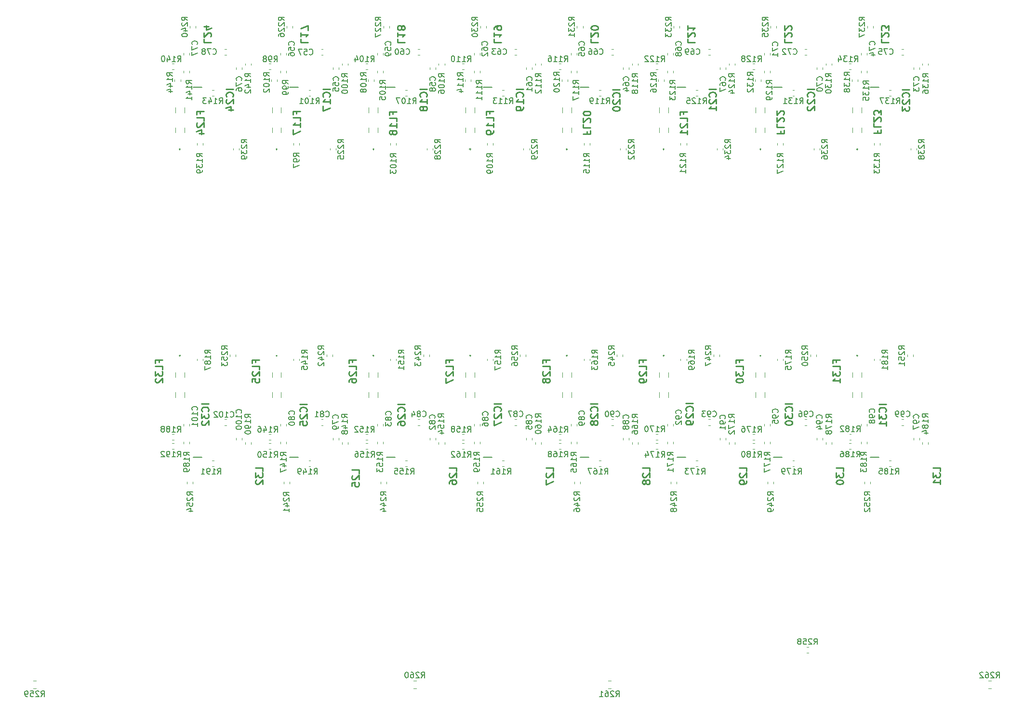
<source format=gbo>
G04 #@! TF.GenerationSoftware,KiCad,Pcbnew,(5.1.5)-3*
G04 #@! TF.CreationDate,2020-10-26T19:59:33-04:00*
G04 #@! TF.ProjectId,ARTIQAmp,41525449-5141-46d7-902e-6b696361645f,rev?*
G04 #@! TF.SameCoordinates,Original*
G04 #@! TF.FileFunction,Legend,Bot*
G04 #@! TF.FilePolarity,Positive*
%FSLAX46Y46*%
G04 Gerber Fmt 4.6, Leading zero omitted, Abs format (unit mm)*
G04 Created by KiCad (PCBNEW (5.1.5)-3) date 2020-10-26 19:59:33*
%MOMM*%
%LPD*%
G04 APERTURE LIST*
%ADD10C,0.200000*%
%ADD11C,0.100000*%
%ADD12C,0.120000*%
%ADD13C,0.254000*%
%ADD14C,0.150000*%
G04 APERTURE END LIST*
D10*
X76425000Y-59380000D02*
X77950000Y-59380000D01*
X93425000Y-59380000D02*
X94950000Y-59380000D01*
X110425000Y-59380000D02*
X111950000Y-59380000D01*
X127425000Y-59380000D02*
X128950000Y-59380000D01*
X144425000Y-59380000D02*
X145950000Y-59380000D01*
X161425000Y-59380000D02*
X162950000Y-59380000D01*
X178425000Y-59380000D02*
X179950000Y-59380000D01*
X59425000Y-59380000D02*
X60950000Y-59380000D01*
X76425000Y-124480000D02*
X77950000Y-124480000D01*
X93425000Y-124480000D02*
X94950000Y-124480000D01*
X110425000Y-124480000D02*
X111950000Y-124480000D01*
X127425000Y-124480000D02*
X128950000Y-124480000D01*
X144425000Y-124480000D02*
X145950000Y-124480000D01*
X161425000Y-124480000D02*
X162950000Y-124480000D01*
X178425000Y-124480000D02*
X179950000Y-124480000D01*
X59425000Y-124480000D02*
X60950000Y-124480000D01*
X74100000Y-70400000D02*
G75*
G03X74100000Y-70200000I0J100000D01*
G01*
X74100000Y-70200000D02*
G75*
G03X74100000Y-70400000I0J-100000D01*
G01*
D11*
X74900000Y-67400000D02*
X74900000Y-66500000D01*
X73300000Y-67400000D02*
X73300000Y-66500000D01*
X74900000Y-63900000D02*
X74900000Y-63000000D01*
X73300000Y-63000000D02*
X73300000Y-63900000D01*
D10*
X74100000Y-70400000D02*
X74100000Y-70400000D01*
X74100000Y-70200000D02*
X74100000Y-70200000D01*
X91100000Y-70400000D02*
G75*
G03X91100000Y-70200000I0J100000D01*
G01*
X91100000Y-70200000D02*
G75*
G03X91100000Y-70400000I0J-100000D01*
G01*
D11*
X91900000Y-67400000D02*
X91900000Y-66500000D01*
X90300000Y-67400000D02*
X90300000Y-66500000D01*
X91900000Y-63900000D02*
X91900000Y-63000000D01*
X90300000Y-63000000D02*
X90300000Y-63900000D01*
D10*
X91100000Y-70400000D02*
X91100000Y-70400000D01*
X91100000Y-70200000D02*
X91100000Y-70200000D01*
X108100000Y-70400000D02*
G75*
G03X108100000Y-70200000I0J100000D01*
G01*
X108100000Y-70200000D02*
G75*
G03X108100000Y-70400000I0J-100000D01*
G01*
D11*
X108900000Y-67400000D02*
X108900000Y-66500000D01*
X107300000Y-67400000D02*
X107300000Y-66500000D01*
X108900000Y-63900000D02*
X108900000Y-63000000D01*
X107300000Y-63000000D02*
X107300000Y-63900000D01*
D10*
X108100000Y-70400000D02*
X108100000Y-70400000D01*
X108100000Y-70200000D02*
X108100000Y-70200000D01*
X125100000Y-70400000D02*
G75*
G03X125100000Y-70200000I0J100000D01*
G01*
X125100000Y-70200000D02*
G75*
G03X125100000Y-70400000I0J-100000D01*
G01*
D11*
X125900000Y-67400000D02*
X125900000Y-66500000D01*
X124300000Y-67400000D02*
X124300000Y-66500000D01*
X125900000Y-63900000D02*
X125900000Y-63000000D01*
X124300000Y-63000000D02*
X124300000Y-63900000D01*
D10*
X125100000Y-70400000D02*
X125100000Y-70400000D01*
X125100000Y-70200000D02*
X125100000Y-70200000D01*
X142100000Y-70400000D02*
G75*
G03X142100000Y-70200000I0J100000D01*
G01*
X142100000Y-70200000D02*
G75*
G03X142100000Y-70400000I0J-100000D01*
G01*
D11*
X142900000Y-67400000D02*
X142900000Y-66500000D01*
X141300000Y-67400000D02*
X141300000Y-66500000D01*
X142900000Y-63900000D02*
X142900000Y-63000000D01*
X141300000Y-63000000D02*
X141300000Y-63900000D01*
D10*
X142100000Y-70400000D02*
X142100000Y-70400000D01*
X142100000Y-70200000D02*
X142100000Y-70200000D01*
X159100000Y-70400000D02*
G75*
G03X159100000Y-70200000I0J100000D01*
G01*
X159100000Y-70200000D02*
G75*
G03X159100000Y-70400000I0J-100000D01*
G01*
D11*
X159900000Y-67400000D02*
X159900000Y-66500000D01*
X158300000Y-67400000D02*
X158300000Y-66500000D01*
X159900000Y-63900000D02*
X159900000Y-63000000D01*
X158300000Y-63000000D02*
X158300000Y-63900000D01*
D10*
X159100000Y-70400000D02*
X159100000Y-70400000D01*
X159100000Y-70200000D02*
X159100000Y-70200000D01*
X176100000Y-70400000D02*
G75*
G03X176100000Y-70200000I0J100000D01*
G01*
X176100000Y-70200000D02*
G75*
G03X176100000Y-70400000I0J-100000D01*
G01*
D11*
X176900000Y-67400000D02*
X176900000Y-66500000D01*
X175300000Y-67400000D02*
X175300000Y-66500000D01*
X176900000Y-63900000D02*
X176900000Y-63000000D01*
X175300000Y-63000000D02*
X175300000Y-63900000D01*
D10*
X176100000Y-70400000D02*
X176100000Y-70400000D01*
X176100000Y-70200000D02*
X176100000Y-70200000D01*
X57100000Y-70400000D02*
G75*
G03X57100000Y-70200000I0J100000D01*
G01*
X57100000Y-70200000D02*
G75*
G03X57100000Y-70400000I0J-100000D01*
G01*
D11*
X57900000Y-67400000D02*
X57900000Y-66500000D01*
X56300000Y-67400000D02*
X56300000Y-66500000D01*
X57900000Y-63900000D02*
X57900000Y-63000000D01*
X56300000Y-63000000D02*
X56300000Y-63900000D01*
D10*
X57100000Y-70400000D02*
X57100000Y-70400000D01*
X57100000Y-70200000D02*
X57100000Y-70200000D01*
X74100000Y-106500000D02*
G75*
G03X74100000Y-106700000I0J-100000D01*
G01*
X74100000Y-106700000D02*
G75*
G03X74100000Y-106500000I0J100000D01*
G01*
D11*
X73300000Y-109500000D02*
X73300000Y-110400000D01*
X74900000Y-109500000D02*
X74900000Y-110400000D01*
X73300000Y-113000000D02*
X73300000Y-113900000D01*
X74900000Y-113900000D02*
X74900000Y-113000000D01*
D10*
X74100000Y-106500000D02*
X74100000Y-106500000D01*
X74100000Y-106700000D02*
X74100000Y-106700000D01*
X91100000Y-106500000D02*
G75*
G03X91100000Y-106700000I0J-100000D01*
G01*
X91100000Y-106700000D02*
G75*
G03X91100000Y-106500000I0J100000D01*
G01*
D11*
X90300000Y-109500000D02*
X90300000Y-110400000D01*
X91900000Y-109500000D02*
X91900000Y-110400000D01*
X90300000Y-113000000D02*
X90300000Y-113900000D01*
X91900000Y-113900000D02*
X91900000Y-113000000D01*
D10*
X91100000Y-106500000D02*
X91100000Y-106500000D01*
X91100000Y-106700000D02*
X91100000Y-106700000D01*
X108100000Y-106500000D02*
G75*
G03X108100000Y-106700000I0J-100000D01*
G01*
X108100000Y-106700000D02*
G75*
G03X108100000Y-106500000I0J100000D01*
G01*
D11*
X107300000Y-109500000D02*
X107300000Y-110400000D01*
X108900000Y-109500000D02*
X108900000Y-110400000D01*
X107300000Y-113000000D02*
X107300000Y-113900000D01*
X108900000Y-113900000D02*
X108900000Y-113000000D01*
D10*
X108100000Y-106500000D02*
X108100000Y-106500000D01*
X108100000Y-106700000D02*
X108100000Y-106700000D01*
X125100000Y-106500000D02*
G75*
G03X125100000Y-106700000I0J-100000D01*
G01*
X125100000Y-106700000D02*
G75*
G03X125100000Y-106500000I0J100000D01*
G01*
D11*
X124300000Y-109500000D02*
X124300000Y-110400000D01*
X125900000Y-109500000D02*
X125900000Y-110400000D01*
X124300000Y-113000000D02*
X124300000Y-113900000D01*
X125900000Y-113900000D02*
X125900000Y-113000000D01*
D10*
X125100000Y-106500000D02*
X125100000Y-106500000D01*
X125100000Y-106700000D02*
X125100000Y-106700000D01*
X142100000Y-106500000D02*
G75*
G03X142100000Y-106700000I0J-100000D01*
G01*
X142100000Y-106700000D02*
G75*
G03X142100000Y-106500000I0J100000D01*
G01*
D11*
X141300000Y-109500000D02*
X141300000Y-110400000D01*
X142900000Y-109500000D02*
X142900000Y-110400000D01*
X141300000Y-113000000D02*
X141300000Y-113900000D01*
X142900000Y-113900000D02*
X142900000Y-113000000D01*
D10*
X142100000Y-106500000D02*
X142100000Y-106500000D01*
X142100000Y-106700000D02*
X142100000Y-106700000D01*
X159100000Y-106500000D02*
G75*
G03X159100000Y-106700000I0J-100000D01*
G01*
X159100000Y-106700000D02*
G75*
G03X159100000Y-106500000I0J100000D01*
G01*
D11*
X158300000Y-109500000D02*
X158300000Y-110400000D01*
X159900000Y-109500000D02*
X159900000Y-110400000D01*
X158300000Y-113000000D02*
X158300000Y-113900000D01*
X159900000Y-113900000D02*
X159900000Y-113000000D01*
D10*
X159100000Y-106500000D02*
X159100000Y-106500000D01*
X159100000Y-106700000D02*
X159100000Y-106700000D01*
X176100000Y-106500000D02*
G75*
G03X176100000Y-106700000I0J-100000D01*
G01*
X176100000Y-106700000D02*
G75*
G03X176100000Y-106500000I0J100000D01*
G01*
D11*
X175300000Y-109500000D02*
X175300000Y-110400000D01*
X176900000Y-109500000D02*
X176900000Y-110400000D01*
X175300000Y-113000000D02*
X175300000Y-113900000D01*
X176900000Y-113900000D02*
X176900000Y-113000000D01*
D10*
X176100000Y-106500000D02*
X176100000Y-106500000D01*
X176100000Y-106700000D02*
X176100000Y-106700000D01*
X57100000Y-106500000D02*
G75*
G03X57100000Y-106700000I0J-100000D01*
G01*
X57100000Y-106700000D02*
G75*
G03X57100000Y-106500000I0J100000D01*
G01*
D11*
X56300000Y-109500000D02*
X56300000Y-110400000D01*
X57900000Y-109500000D02*
X57900000Y-110400000D01*
X56300000Y-113000000D02*
X56300000Y-113900000D01*
X57900000Y-113900000D02*
X57900000Y-113000000D01*
D10*
X57100000Y-106500000D02*
X57100000Y-106500000D01*
X57100000Y-106700000D02*
X57100000Y-106700000D01*
D12*
X55737221Y-121990000D02*
X56062779Y-121990000D01*
X55737221Y-123010000D02*
X56062779Y-123010000D01*
X62737221Y-124990000D02*
X63062779Y-124990000D01*
X62737221Y-126010000D02*
X63062779Y-126010000D01*
X56062779Y-121410000D02*
X55737221Y-121410000D01*
X56062779Y-120390000D02*
X55737221Y-120390000D01*
X174724721Y-121990000D02*
X175050279Y-121990000D01*
X174724721Y-123010000D02*
X175050279Y-123010000D01*
X181737221Y-124990000D02*
X182062779Y-124990000D01*
X181737221Y-126010000D02*
X182062779Y-126010000D01*
X175062779Y-121410000D02*
X174737221Y-121410000D01*
X175062779Y-120390000D02*
X174737221Y-120390000D01*
X157737221Y-121990000D02*
X158062779Y-121990000D01*
X157737221Y-123010000D02*
X158062779Y-123010000D01*
X164737221Y-124990000D02*
X165062779Y-124990000D01*
X164737221Y-126010000D02*
X165062779Y-126010000D01*
X158062779Y-121410000D02*
X157737221Y-121410000D01*
X158062779Y-120390000D02*
X157737221Y-120390000D01*
X140737221Y-121990000D02*
X141062779Y-121990000D01*
X140737221Y-123010000D02*
X141062779Y-123010000D01*
X147737221Y-124990000D02*
X148062779Y-124990000D01*
X147737221Y-126010000D02*
X148062779Y-126010000D01*
X141062779Y-121410000D02*
X140737221Y-121410000D01*
X141062779Y-120390000D02*
X140737221Y-120390000D01*
X123737221Y-121990000D02*
X124062779Y-121990000D01*
X123737221Y-123010000D02*
X124062779Y-123010000D01*
X130737221Y-124990000D02*
X131062779Y-124990000D01*
X130737221Y-126010000D02*
X131062779Y-126010000D01*
X124062779Y-121410000D02*
X123737221Y-121410000D01*
X124062779Y-120390000D02*
X123737221Y-120390000D01*
X106737221Y-121990000D02*
X107062779Y-121990000D01*
X106737221Y-123010000D02*
X107062779Y-123010000D01*
X113737221Y-124990000D02*
X114062779Y-124990000D01*
X113737221Y-126010000D02*
X114062779Y-126010000D01*
X107062779Y-121410000D02*
X106737221Y-121410000D01*
X107062779Y-120390000D02*
X106737221Y-120390000D01*
X89737221Y-121990000D02*
X90062779Y-121990000D01*
X89737221Y-123010000D02*
X90062779Y-123010000D01*
X96737221Y-124990000D02*
X97062779Y-124990000D01*
X96737221Y-126010000D02*
X97062779Y-126010000D01*
X90062779Y-121410000D02*
X89737221Y-121410000D01*
X90062779Y-120390000D02*
X89737221Y-120390000D01*
X72737221Y-121990000D02*
X73062779Y-121990000D01*
X72737221Y-123010000D02*
X73062779Y-123010000D01*
X79737221Y-124990000D02*
X80062779Y-124990000D01*
X79737221Y-126010000D02*
X80062779Y-126010000D01*
X73062779Y-121410000D02*
X72737221Y-121410000D01*
X73062779Y-120390000D02*
X72737221Y-120390000D01*
X56190000Y-58362779D02*
X56190000Y-58037221D01*
X57210000Y-58362779D02*
X57210000Y-58037221D01*
X62737221Y-59890000D02*
X63062779Y-59890000D01*
X62737221Y-60910000D02*
X63062779Y-60910000D01*
X56062779Y-56310000D02*
X55737221Y-56310000D01*
X56062779Y-55290000D02*
X55737221Y-55290000D01*
X175190000Y-58362779D02*
X175190000Y-58037221D01*
X176210000Y-58362779D02*
X176210000Y-58037221D01*
X181737221Y-59890000D02*
X182062779Y-59890000D01*
X181737221Y-60910000D02*
X182062779Y-60910000D01*
X175050279Y-56310000D02*
X174724721Y-56310000D01*
X175050279Y-55290000D02*
X174724721Y-55290000D01*
X158190000Y-58362779D02*
X158190000Y-58037221D01*
X159210000Y-58362779D02*
X159210000Y-58037221D01*
X164737221Y-59890000D02*
X165062779Y-59890000D01*
X164737221Y-60910000D02*
X165062779Y-60910000D01*
X158062779Y-56310000D02*
X157737221Y-56310000D01*
X158062779Y-55290000D02*
X157737221Y-55290000D01*
X141190000Y-58362779D02*
X141190000Y-58037221D01*
X142210000Y-58362779D02*
X142210000Y-58037221D01*
X147737221Y-59890000D02*
X148062779Y-59890000D01*
X147737221Y-60910000D02*
X148062779Y-60910000D01*
X141062779Y-56310000D02*
X140737221Y-56310000D01*
X141062779Y-55290000D02*
X140737221Y-55290000D01*
X124190000Y-58362779D02*
X124190000Y-58037221D01*
X125210000Y-58362779D02*
X125210000Y-58037221D01*
X130737221Y-59890000D02*
X131062779Y-59890000D01*
X130737221Y-60910000D02*
X131062779Y-60910000D01*
X124062779Y-56310000D02*
X123737221Y-56310000D01*
X124062779Y-55290000D02*
X123737221Y-55290000D01*
X107190000Y-58362779D02*
X107190000Y-58037221D01*
X108210000Y-58362779D02*
X108210000Y-58037221D01*
X113737221Y-59890000D02*
X114062779Y-59890000D01*
X113737221Y-60910000D02*
X114062779Y-60910000D01*
X107062779Y-56310000D02*
X106737221Y-56310000D01*
X107062779Y-55290000D02*
X106737221Y-55290000D01*
X90190000Y-58362779D02*
X90190000Y-58037221D01*
X91210000Y-58362779D02*
X91210000Y-58037221D01*
X96737221Y-59890000D02*
X97062779Y-59890000D01*
X96737221Y-60910000D02*
X97062779Y-60910000D01*
X90062779Y-56310000D02*
X89737221Y-56310000D01*
X90062779Y-55290000D02*
X89737221Y-55290000D01*
X73190000Y-58362779D02*
X73190000Y-58037221D01*
X74210000Y-58362779D02*
X74210000Y-58037221D01*
X79737221Y-59890000D02*
X80062779Y-59890000D01*
X79737221Y-60910000D02*
X80062779Y-60910000D01*
X73062779Y-56310000D02*
X72737221Y-56310000D01*
X73062779Y-55290000D02*
X72737221Y-55290000D01*
X65262779Y-118810000D02*
X64937221Y-118810000D01*
X65262779Y-117790000D02*
X64937221Y-117790000D01*
X57790000Y-118962779D02*
X57790000Y-118637221D01*
X58810000Y-118962779D02*
X58810000Y-118637221D01*
X68010000Y-121037221D02*
X68010000Y-121362779D01*
X66990000Y-121037221D02*
X66990000Y-121362779D01*
X184262779Y-118810000D02*
X183937221Y-118810000D01*
X184262779Y-117790000D02*
X183937221Y-117790000D01*
X176790000Y-118962779D02*
X176790000Y-118637221D01*
X177810000Y-118962779D02*
X177810000Y-118637221D01*
X187010000Y-121037221D02*
X187010000Y-121362779D01*
X185990000Y-121037221D02*
X185990000Y-121362779D01*
X167262779Y-118810000D02*
X166937221Y-118810000D01*
X167262779Y-117790000D02*
X166937221Y-117790000D01*
X159790000Y-118962779D02*
X159790000Y-118637221D01*
X160810000Y-118962779D02*
X160810000Y-118637221D01*
X170010000Y-121037221D02*
X170010000Y-121362779D01*
X168990000Y-121037221D02*
X168990000Y-121362779D01*
X150262779Y-118810000D02*
X149937221Y-118810000D01*
X150262779Y-117790000D02*
X149937221Y-117790000D01*
X142790000Y-118962779D02*
X142790000Y-118637221D01*
X143810000Y-118962779D02*
X143810000Y-118637221D01*
X153010000Y-121037221D02*
X153010000Y-121362779D01*
X151990000Y-121037221D02*
X151990000Y-121362779D01*
X133262779Y-118810000D02*
X132937221Y-118810000D01*
X133262779Y-117790000D02*
X132937221Y-117790000D01*
X125790000Y-118962779D02*
X125790000Y-118637221D01*
X126810000Y-118962779D02*
X126810000Y-118637221D01*
X136010000Y-121037221D02*
X136010000Y-121362779D01*
X134990000Y-121037221D02*
X134990000Y-121362779D01*
X116262779Y-118810000D02*
X115937221Y-118810000D01*
X116262779Y-117790000D02*
X115937221Y-117790000D01*
X108790000Y-118962779D02*
X108790000Y-118637221D01*
X109810000Y-118962779D02*
X109810000Y-118637221D01*
X119010000Y-121037221D02*
X119010000Y-121362779D01*
X117990000Y-121037221D02*
X117990000Y-121362779D01*
X99262779Y-118810000D02*
X98937221Y-118810000D01*
X99262779Y-117790000D02*
X98937221Y-117790000D01*
X91790000Y-118962779D02*
X91790000Y-118637221D01*
X92810000Y-118962779D02*
X92810000Y-118637221D01*
X102010000Y-121037221D02*
X102010000Y-121362779D01*
X100990000Y-121037221D02*
X100990000Y-121362779D01*
X82262779Y-118810000D02*
X81937221Y-118810000D01*
X82262779Y-117790000D02*
X81937221Y-117790000D01*
X74790000Y-118962779D02*
X74790000Y-118637221D01*
X75810000Y-118962779D02*
X75810000Y-118637221D01*
X85010000Y-121037221D02*
X85010000Y-121362779D01*
X83990000Y-121037221D02*
X83990000Y-121362779D01*
X65262779Y-53710000D02*
X64937221Y-53710000D01*
X65262779Y-52690000D02*
X64937221Y-52690000D01*
X57790000Y-53762779D02*
X57790000Y-53437221D01*
X58810000Y-53762779D02*
X58810000Y-53437221D01*
X68010000Y-55937221D02*
X68010000Y-56262779D01*
X66990000Y-55937221D02*
X66990000Y-56262779D01*
X184262779Y-53710000D02*
X183937221Y-53710000D01*
X184262779Y-52690000D02*
X183937221Y-52690000D01*
X176790000Y-53762779D02*
X176790000Y-53437221D01*
X177810000Y-53762779D02*
X177810000Y-53437221D01*
X187010000Y-55937221D02*
X187010000Y-56262779D01*
X185990000Y-55937221D02*
X185990000Y-56262779D01*
X167262779Y-53710000D02*
X166937221Y-53710000D01*
X167262779Y-52690000D02*
X166937221Y-52690000D01*
X159790000Y-53762779D02*
X159790000Y-53437221D01*
X160810000Y-53762779D02*
X160810000Y-53437221D01*
X170010000Y-55937221D02*
X170010000Y-56262779D01*
X168990000Y-55937221D02*
X168990000Y-56262779D01*
X150262779Y-53710000D02*
X149937221Y-53710000D01*
X150262779Y-52690000D02*
X149937221Y-52690000D01*
X142790000Y-53762779D02*
X142790000Y-53437221D01*
X143810000Y-53762779D02*
X143810000Y-53437221D01*
X153010000Y-55937221D02*
X153010000Y-56262779D01*
X151990000Y-55937221D02*
X151990000Y-56262779D01*
X133262779Y-53710000D02*
X132937221Y-53710000D01*
X133262779Y-52690000D02*
X132937221Y-52690000D01*
X125790000Y-53762779D02*
X125790000Y-53437221D01*
X126810000Y-53762779D02*
X126810000Y-53437221D01*
X136010000Y-55937221D02*
X136010000Y-56262779D01*
X134990000Y-55937221D02*
X134990000Y-56262779D01*
X116262779Y-53710000D02*
X115937221Y-53710000D01*
X116262779Y-52690000D02*
X115937221Y-52690000D01*
X108790000Y-53762779D02*
X108790000Y-53437221D01*
X109810000Y-53762779D02*
X109810000Y-53437221D01*
X119010000Y-55937221D02*
X119010000Y-56262779D01*
X117990000Y-55937221D02*
X117990000Y-56262779D01*
X99262779Y-53710000D02*
X98937221Y-53710000D01*
X99262779Y-52690000D02*
X98937221Y-52690000D01*
X91790000Y-53762779D02*
X91790000Y-53437221D01*
X92810000Y-53762779D02*
X92810000Y-53437221D01*
X102010000Y-55937221D02*
X102010000Y-56262779D01*
X100990000Y-55937221D02*
X100990000Y-56262779D01*
X82262779Y-53710000D02*
X81937221Y-53710000D01*
X82262779Y-52690000D02*
X81937221Y-52690000D01*
X74790000Y-53762779D02*
X74790000Y-53437221D01*
X75810000Y-53762779D02*
X75810000Y-53437221D01*
X85010000Y-55937221D02*
X85010000Y-56262779D01*
X83990000Y-55937221D02*
X83990000Y-56262779D01*
X78110000Y-69237221D02*
X78110000Y-69562779D01*
X77090000Y-69237221D02*
X77090000Y-69562779D01*
X75810000Y-56537221D02*
X75810000Y-56862779D01*
X74790000Y-56537221D02*
X74790000Y-56862779D01*
X86610000Y-55237221D02*
X86610000Y-55562779D01*
X85590000Y-55237221D02*
X85590000Y-55562779D01*
X95110000Y-69237221D02*
X95110000Y-69562779D01*
X94090000Y-69237221D02*
X94090000Y-69562779D01*
X92810000Y-56537221D02*
X92810000Y-56862779D01*
X91790000Y-56537221D02*
X91790000Y-56862779D01*
X103610000Y-55237221D02*
X103610000Y-55562779D01*
X102590000Y-55237221D02*
X102590000Y-55562779D01*
X112110000Y-69237221D02*
X112110000Y-69562779D01*
X111090000Y-69237221D02*
X111090000Y-69562779D01*
X109810000Y-56537221D02*
X109810000Y-56862779D01*
X108790000Y-56537221D02*
X108790000Y-56862779D01*
X120610000Y-55237221D02*
X120610000Y-55562779D01*
X119590000Y-55237221D02*
X119590000Y-55562779D01*
X129110000Y-69237221D02*
X129110000Y-69562779D01*
X128090000Y-69237221D02*
X128090000Y-69562779D01*
X126810000Y-56537221D02*
X126810000Y-56862779D01*
X125790000Y-56537221D02*
X125790000Y-56862779D01*
X137610000Y-55237221D02*
X137610000Y-55562779D01*
X136590000Y-55237221D02*
X136590000Y-55562779D01*
X146110000Y-69237221D02*
X146110000Y-69562779D01*
X145090000Y-69237221D02*
X145090000Y-69562779D01*
X143810000Y-56537221D02*
X143810000Y-56862779D01*
X142790000Y-56537221D02*
X142790000Y-56862779D01*
X154610000Y-55237221D02*
X154610000Y-55562779D01*
X153590000Y-55237221D02*
X153590000Y-55562779D01*
X163110000Y-69237221D02*
X163110000Y-69562779D01*
X162090000Y-69237221D02*
X162090000Y-69562779D01*
X160810000Y-56537221D02*
X160810000Y-56862779D01*
X159790000Y-56537221D02*
X159790000Y-56862779D01*
X171610000Y-55237221D02*
X171610000Y-55562779D01*
X170590000Y-55237221D02*
X170590000Y-55562779D01*
X180110000Y-69237221D02*
X180110000Y-69562779D01*
X179090000Y-69237221D02*
X179090000Y-69562779D01*
X177810000Y-56537221D02*
X177810000Y-56862779D01*
X176790000Y-56537221D02*
X176790000Y-56862779D01*
X188610000Y-55237221D02*
X188610000Y-55562779D01*
X187590000Y-55237221D02*
X187590000Y-55562779D01*
X61110000Y-69237221D02*
X61110000Y-69562779D01*
X60090000Y-69237221D02*
X60090000Y-69562779D01*
X58810000Y-56537221D02*
X58810000Y-56862779D01*
X57790000Y-56537221D02*
X57790000Y-56862779D01*
X69610000Y-55237221D02*
X69610000Y-55562779D01*
X68590000Y-55237221D02*
X68590000Y-55562779D01*
X77090000Y-107462779D02*
X77090000Y-107137221D01*
X78110000Y-107462779D02*
X78110000Y-107137221D01*
X75810000Y-121737221D02*
X75810000Y-122062779D01*
X74790000Y-121737221D02*
X74790000Y-122062779D01*
X85590000Y-122162779D02*
X85590000Y-121837221D01*
X86610000Y-122162779D02*
X86610000Y-121837221D01*
X94090000Y-107462779D02*
X94090000Y-107137221D01*
X95110000Y-107462779D02*
X95110000Y-107137221D01*
X92810000Y-121737221D02*
X92810000Y-122062779D01*
X91790000Y-121737221D02*
X91790000Y-122062779D01*
X102590000Y-122162779D02*
X102590000Y-121837221D01*
X103610000Y-122162779D02*
X103610000Y-121837221D01*
X111090000Y-107462779D02*
X111090000Y-107137221D01*
X112110000Y-107462779D02*
X112110000Y-107137221D01*
X109810000Y-121737221D02*
X109810000Y-122062779D01*
X108790000Y-121737221D02*
X108790000Y-122062779D01*
X119590000Y-122162779D02*
X119590000Y-121837221D01*
X120610000Y-122162779D02*
X120610000Y-121837221D01*
X128090000Y-107462779D02*
X128090000Y-107137221D01*
X129110000Y-107462779D02*
X129110000Y-107137221D01*
X126810000Y-121737221D02*
X126810000Y-122062779D01*
X125790000Y-121737221D02*
X125790000Y-122062779D01*
X136590000Y-122162779D02*
X136590000Y-121837221D01*
X137610000Y-122162779D02*
X137610000Y-121837221D01*
X145090000Y-107462779D02*
X145090000Y-107137221D01*
X146110000Y-107462779D02*
X146110000Y-107137221D01*
X143810000Y-121737221D02*
X143810000Y-122062779D01*
X142790000Y-121737221D02*
X142790000Y-122062779D01*
X153590000Y-122162779D02*
X153590000Y-121837221D01*
X154610000Y-122162779D02*
X154610000Y-121837221D01*
X162090000Y-107462779D02*
X162090000Y-107137221D01*
X163110000Y-107462779D02*
X163110000Y-107137221D01*
X160810000Y-121737221D02*
X160810000Y-122062779D01*
X159790000Y-121737221D02*
X159790000Y-122062779D01*
X170590000Y-122162779D02*
X170590000Y-121837221D01*
X171610000Y-122162779D02*
X171610000Y-121837221D01*
X179090000Y-107462779D02*
X179090000Y-107137221D01*
X180110000Y-107462779D02*
X180110000Y-107137221D01*
X177810000Y-121737221D02*
X177810000Y-122062779D01*
X176790000Y-121737221D02*
X176790000Y-122062779D01*
X187590000Y-122162779D02*
X187590000Y-121837221D01*
X188610000Y-122162779D02*
X188610000Y-121837221D01*
X60090000Y-107462779D02*
X60090000Y-107137221D01*
X61110000Y-107462779D02*
X61110000Y-107137221D01*
X58810000Y-121737221D02*
X58810000Y-122062779D01*
X57790000Y-121737221D02*
X57790000Y-122062779D01*
X68590000Y-122162779D02*
X68590000Y-121837221D01*
X69610000Y-122162779D02*
X69610000Y-121837221D01*
X83490000Y-70462779D02*
X83490000Y-70137221D01*
X84510000Y-70462779D02*
X84510000Y-70137221D01*
X76910000Y-48637221D02*
X76910000Y-48962779D01*
X75890000Y-48637221D02*
X75890000Y-48962779D01*
X93910000Y-48637221D02*
X93910000Y-48962779D01*
X92890000Y-48637221D02*
X92890000Y-48962779D01*
X100490000Y-70462779D02*
X100490000Y-70137221D01*
X101510000Y-70462779D02*
X101510000Y-70137221D01*
X117490000Y-70462779D02*
X117490000Y-70137221D01*
X118510000Y-70462779D02*
X118510000Y-70137221D01*
X110910000Y-48637221D02*
X110910000Y-48962779D01*
X109890000Y-48637221D02*
X109890000Y-48962779D01*
X127910000Y-48637221D02*
X127910000Y-48962779D01*
X126890000Y-48637221D02*
X126890000Y-48962779D01*
X134490000Y-70462779D02*
X134490000Y-70137221D01*
X135510000Y-70462779D02*
X135510000Y-70137221D01*
X144910000Y-48637221D02*
X144910000Y-48962779D01*
X143890000Y-48637221D02*
X143890000Y-48962779D01*
X151490000Y-70462779D02*
X151490000Y-70137221D01*
X152510000Y-70462779D02*
X152510000Y-70137221D01*
X161910000Y-48637221D02*
X161910000Y-48962779D01*
X160890000Y-48637221D02*
X160890000Y-48962779D01*
X168490000Y-70462779D02*
X168490000Y-70137221D01*
X169510000Y-70462779D02*
X169510000Y-70137221D01*
X178910000Y-48637221D02*
X178910000Y-48962779D01*
X177890000Y-48637221D02*
X177890000Y-48962779D01*
X185490000Y-70462779D02*
X185490000Y-70137221D01*
X186510000Y-70462779D02*
X186510000Y-70137221D01*
X66490000Y-70462779D02*
X66490000Y-70137221D01*
X67510000Y-70462779D02*
X67510000Y-70137221D01*
X59910000Y-48637221D02*
X59910000Y-48962779D01*
X58890000Y-48637221D02*
X58890000Y-48962779D01*
X75390000Y-129062779D02*
X75390000Y-128737221D01*
X76410000Y-129062779D02*
X76410000Y-128737221D01*
X83910000Y-106437221D02*
X83910000Y-106762779D01*
X82890000Y-106437221D02*
X82890000Y-106762779D01*
X100910000Y-106437221D02*
X100910000Y-106762779D01*
X99890000Y-106437221D02*
X99890000Y-106762779D01*
X92390000Y-129062779D02*
X92390000Y-128737221D01*
X93410000Y-129062779D02*
X93410000Y-128737221D01*
X134910000Y-106437221D02*
X134910000Y-106762779D01*
X133890000Y-106437221D02*
X133890000Y-106762779D01*
X126390000Y-129062779D02*
X126390000Y-128737221D01*
X127410000Y-129062779D02*
X127410000Y-128737221D01*
X151910000Y-106437221D02*
X151910000Y-106762779D01*
X150890000Y-106437221D02*
X150890000Y-106762779D01*
X143390000Y-129062779D02*
X143390000Y-128737221D01*
X144410000Y-129062779D02*
X144410000Y-128737221D01*
X160390000Y-129062779D02*
X160390000Y-128737221D01*
X161410000Y-129062779D02*
X161410000Y-128737221D01*
X168910000Y-106437221D02*
X168910000Y-106762779D01*
X167890000Y-106437221D02*
X167890000Y-106762779D01*
X185910000Y-106437221D02*
X185910000Y-106762779D01*
X184890000Y-106437221D02*
X184890000Y-106762779D01*
X177390000Y-129062779D02*
X177390000Y-128737221D01*
X178410000Y-129062779D02*
X178410000Y-128737221D01*
X66910000Y-106437221D02*
X66910000Y-106762779D01*
X65890000Y-106437221D02*
X65890000Y-106762779D01*
X58390000Y-129062779D02*
X58390000Y-128737221D01*
X59410000Y-129062779D02*
X59410000Y-128737221D01*
X109390000Y-129062779D02*
X109390000Y-128737221D01*
X110410000Y-129062779D02*
X110410000Y-128737221D01*
X117910000Y-106437221D02*
X117910000Y-106762779D01*
X116890000Y-106437221D02*
X116890000Y-106762779D01*
X167562779Y-158810000D02*
X167237221Y-158810000D01*
X167562779Y-157790000D02*
X167237221Y-157790000D01*
X31341422Y-163690000D02*
X31858578Y-163690000D01*
X31341422Y-165110000D02*
X31858578Y-165110000D01*
X98658578Y-165110000D02*
X98141422Y-165110000D01*
X98658578Y-163690000D02*
X98141422Y-163690000D01*
X132341422Y-163690000D02*
X132858578Y-163690000D01*
X132341422Y-165110000D02*
X132858578Y-165110000D01*
X199658578Y-165110000D02*
X199141422Y-165110000D01*
X199658578Y-163690000D02*
X199141422Y-163690000D01*
D13*
X83474523Y-59755476D02*
X82204523Y-59755476D01*
X83353571Y-61085952D02*
X83414047Y-61025476D01*
X83474523Y-60844047D01*
X83474523Y-60723095D01*
X83414047Y-60541666D01*
X83293095Y-60420714D01*
X83172142Y-60360238D01*
X82930238Y-60299761D01*
X82748809Y-60299761D01*
X82506904Y-60360238D01*
X82385952Y-60420714D01*
X82265000Y-60541666D01*
X82204523Y-60723095D01*
X82204523Y-60844047D01*
X82265000Y-61025476D01*
X82325476Y-61085952D01*
X83474523Y-62295476D02*
X83474523Y-61569761D01*
X83474523Y-61932619D02*
X82204523Y-61932619D01*
X82385952Y-61811666D01*
X82506904Y-61690714D01*
X82567380Y-61569761D01*
X82204523Y-62718809D02*
X82204523Y-63565476D01*
X83474523Y-63021190D01*
X100524523Y-59755476D02*
X99254523Y-59755476D01*
X100403571Y-61085952D02*
X100464047Y-61025476D01*
X100524523Y-60844047D01*
X100524523Y-60723095D01*
X100464047Y-60541666D01*
X100343095Y-60420714D01*
X100222142Y-60360238D01*
X99980238Y-60299761D01*
X99798809Y-60299761D01*
X99556904Y-60360238D01*
X99435952Y-60420714D01*
X99315000Y-60541666D01*
X99254523Y-60723095D01*
X99254523Y-60844047D01*
X99315000Y-61025476D01*
X99375476Y-61085952D01*
X100524523Y-62295476D02*
X100524523Y-61569761D01*
X100524523Y-61932619D02*
X99254523Y-61932619D01*
X99435952Y-61811666D01*
X99556904Y-61690714D01*
X99617380Y-61569761D01*
X99798809Y-63021190D02*
X99738333Y-62900238D01*
X99677857Y-62839761D01*
X99556904Y-62779285D01*
X99496428Y-62779285D01*
X99375476Y-62839761D01*
X99315000Y-62900238D01*
X99254523Y-63021190D01*
X99254523Y-63263095D01*
X99315000Y-63384047D01*
X99375476Y-63444523D01*
X99496428Y-63505000D01*
X99556904Y-63505000D01*
X99677857Y-63444523D01*
X99738333Y-63384047D01*
X99798809Y-63263095D01*
X99798809Y-63021190D01*
X99859285Y-62900238D01*
X99919761Y-62839761D01*
X100040714Y-62779285D01*
X100282619Y-62779285D01*
X100403571Y-62839761D01*
X100464047Y-62900238D01*
X100524523Y-63021190D01*
X100524523Y-63263095D01*
X100464047Y-63384047D01*
X100403571Y-63444523D01*
X100282619Y-63505000D01*
X100040714Y-63505000D01*
X99919761Y-63444523D01*
X99859285Y-63384047D01*
X99798809Y-63263095D01*
X117424523Y-59755476D02*
X116154523Y-59755476D01*
X117303571Y-61085952D02*
X117364047Y-61025476D01*
X117424523Y-60844047D01*
X117424523Y-60723095D01*
X117364047Y-60541666D01*
X117243095Y-60420714D01*
X117122142Y-60360238D01*
X116880238Y-60299761D01*
X116698809Y-60299761D01*
X116456904Y-60360238D01*
X116335952Y-60420714D01*
X116215000Y-60541666D01*
X116154523Y-60723095D01*
X116154523Y-60844047D01*
X116215000Y-61025476D01*
X116275476Y-61085952D01*
X117424523Y-62295476D02*
X117424523Y-61569761D01*
X117424523Y-61932619D02*
X116154523Y-61932619D01*
X116335952Y-61811666D01*
X116456904Y-61690714D01*
X116517380Y-61569761D01*
X117424523Y-62900238D02*
X117424523Y-63142142D01*
X117364047Y-63263095D01*
X117303571Y-63323571D01*
X117122142Y-63444523D01*
X116880238Y-63505000D01*
X116396428Y-63505000D01*
X116275476Y-63444523D01*
X116215000Y-63384047D01*
X116154523Y-63263095D01*
X116154523Y-63021190D01*
X116215000Y-62900238D01*
X116275476Y-62839761D01*
X116396428Y-62779285D01*
X116698809Y-62779285D01*
X116819761Y-62839761D01*
X116880238Y-62900238D01*
X116940714Y-63021190D01*
X116940714Y-63263095D01*
X116880238Y-63384047D01*
X116819761Y-63444523D01*
X116698809Y-63505000D01*
X134424523Y-59805476D02*
X133154523Y-59805476D01*
X134303571Y-61135952D02*
X134364047Y-61075476D01*
X134424523Y-60894047D01*
X134424523Y-60773095D01*
X134364047Y-60591666D01*
X134243095Y-60470714D01*
X134122142Y-60410238D01*
X133880238Y-60349761D01*
X133698809Y-60349761D01*
X133456904Y-60410238D01*
X133335952Y-60470714D01*
X133215000Y-60591666D01*
X133154523Y-60773095D01*
X133154523Y-60894047D01*
X133215000Y-61075476D01*
X133275476Y-61135952D01*
X133275476Y-61619761D02*
X133215000Y-61680238D01*
X133154523Y-61801190D01*
X133154523Y-62103571D01*
X133215000Y-62224523D01*
X133275476Y-62285000D01*
X133396428Y-62345476D01*
X133517380Y-62345476D01*
X133698809Y-62285000D01*
X134424523Y-61559285D01*
X134424523Y-62345476D01*
X133154523Y-63131666D02*
X133154523Y-63252619D01*
X133215000Y-63373571D01*
X133275476Y-63434047D01*
X133396428Y-63494523D01*
X133638333Y-63555000D01*
X133940714Y-63555000D01*
X134182619Y-63494523D01*
X134303571Y-63434047D01*
X134364047Y-63373571D01*
X134424523Y-63252619D01*
X134424523Y-63131666D01*
X134364047Y-63010714D01*
X134303571Y-62950238D01*
X134182619Y-62889761D01*
X133940714Y-62829285D01*
X133638333Y-62829285D01*
X133396428Y-62889761D01*
X133275476Y-62950238D01*
X133215000Y-63010714D01*
X133154523Y-63131666D01*
X151324523Y-59755476D02*
X150054523Y-59755476D01*
X151203571Y-61085952D02*
X151264047Y-61025476D01*
X151324523Y-60844047D01*
X151324523Y-60723095D01*
X151264047Y-60541666D01*
X151143095Y-60420714D01*
X151022142Y-60360238D01*
X150780238Y-60299761D01*
X150598809Y-60299761D01*
X150356904Y-60360238D01*
X150235952Y-60420714D01*
X150115000Y-60541666D01*
X150054523Y-60723095D01*
X150054523Y-60844047D01*
X150115000Y-61025476D01*
X150175476Y-61085952D01*
X150175476Y-61569761D02*
X150115000Y-61630238D01*
X150054523Y-61751190D01*
X150054523Y-62053571D01*
X150115000Y-62174523D01*
X150175476Y-62235000D01*
X150296428Y-62295476D01*
X150417380Y-62295476D01*
X150598809Y-62235000D01*
X151324523Y-61509285D01*
X151324523Y-62295476D01*
X151324523Y-63505000D02*
X151324523Y-62779285D01*
X151324523Y-63142142D02*
X150054523Y-63142142D01*
X150235952Y-63021190D01*
X150356904Y-62900238D01*
X150417380Y-62779285D01*
X168574523Y-59755476D02*
X167304523Y-59755476D01*
X168453571Y-61085952D02*
X168514047Y-61025476D01*
X168574523Y-60844047D01*
X168574523Y-60723095D01*
X168514047Y-60541666D01*
X168393095Y-60420714D01*
X168272142Y-60360238D01*
X168030238Y-60299761D01*
X167848809Y-60299761D01*
X167606904Y-60360238D01*
X167485952Y-60420714D01*
X167365000Y-60541666D01*
X167304523Y-60723095D01*
X167304523Y-60844047D01*
X167365000Y-61025476D01*
X167425476Y-61085952D01*
X167425476Y-61569761D02*
X167365000Y-61630238D01*
X167304523Y-61751190D01*
X167304523Y-62053571D01*
X167365000Y-62174523D01*
X167425476Y-62235000D01*
X167546428Y-62295476D01*
X167667380Y-62295476D01*
X167848809Y-62235000D01*
X168574523Y-61509285D01*
X168574523Y-62295476D01*
X167425476Y-62779285D02*
X167365000Y-62839761D01*
X167304523Y-62960714D01*
X167304523Y-63263095D01*
X167365000Y-63384047D01*
X167425476Y-63444523D01*
X167546428Y-63505000D01*
X167667380Y-63505000D01*
X167848809Y-63444523D01*
X168574523Y-62718809D01*
X168574523Y-63505000D01*
X185274523Y-59805476D02*
X184004523Y-59805476D01*
X185153571Y-61135952D02*
X185214047Y-61075476D01*
X185274523Y-60894047D01*
X185274523Y-60773095D01*
X185214047Y-60591666D01*
X185093095Y-60470714D01*
X184972142Y-60410238D01*
X184730238Y-60349761D01*
X184548809Y-60349761D01*
X184306904Y-60410238D01*
X184185952Y-60470714D01*
X184065000Y-60591666D01*
X184004523Y-60773095D01*
X184004523Y-60894047D01*
X184065000Y-61075476D01*
X184125476Y-61135952D01*
X184125476Y-61619761D02*
X184065000Y-61680238D01*
X184004523Y-61801190D01*
X184004523Y-62103571D01*
X184065000Y-62224523D01*
X184125476Y-62285000D01*
X184246428Y-62345476D01*
X184367380Y-62345476D01*
X184548809Y-62285000D01*
X185274523Y-61559285D01*
X185274523Y-62345476D01*
X184004523Y-62768809D02*
X184004523Y-63555000D01*
X184488333Y-63131666D01*
X184488333Y-63313095D01*
X184548809Y-63434047D01*
X184609285Y-63494523D01*
X184730238Y-63555000D01*
X185032619Y-63555000D01*
X185153571Y-63494523D01*
X185214047Y-63434047D01*
X185274523Y-63313095D01*
X185274523Y-62950238D01*
X185214047Y-62829285D01*
X185153571Y-62768809D01*
X66474523Y-59755476D02*
X65204523Y-59755476D01*
X66353571Y-61085952D02*
X66414047Y-61025476D01*
X66474523Y-60844047D01*
X66474523Y-60723095D01*
X66414047Y-60541666D01*
X66293095Y-60420714D01*
X66172142Y-60360238D01*
X65930238Y-60299761D01*
X65748809Y-60299761D01*
X65506904Y-60360238D01*
X65385952Y-60420714D01*
X65265000Y-60541666D01*
X65204523Y-60723095D01*
X65204523Y-60844047D01*
X65265000Y-61025476D01*
X65325476Y-61085952D01*
X65325476Y-61569761D02*
X65265000Y-61630238D01*
X65204523Y-61751190D01*
X65204523Y-62053571D01*
X65265000Y-62174523D01*
X65325476Y-62235000D01*
X65446428Y-62295476D01*
X65567380Y-62295476D01*
X65748809Y-62235000D01*
X66474523Y-61509285D01*
X66474523Y-62295476D01*
X65627857Y-63384047D02*
X66474523Y-63384047D01*
X65144047Y-63081666D02*
X66051190Y-62779285D01*
X66051190Y-63565476D01*
X79424523Y-115105476D02*
X78154523Y-115105476D01*
X79303571Y-116435952D02*
X79364047Y-116375476D01*
X79424523Y-116194047D01*
X79424523Y-116073095D01*
X79364047Y-115891666D01*
X79243095Y-115770714D01*
X79122142Y-115710238D01*
X78880238Y-115649761D01*
X78698809Y-115649761D01*
X78456904Y-115710238D01*
X78335952Y-115770714D01*
X78215000Y-115891666D01*
X78154523Y-116073095D01*
X78154523Y-116194047D01*
X78215000Y-116375476D01*
X78275476Y-116435952D01*
X78275476Y-116919761D02*
X78215000Y-116980238D01*
X78154523Y-117101190D01*
X78154523Y-117403571D01*
X78215000Y-117524523D01*
X78275476Y-117585000D01*
X78396428Y-117645476D01*
X78517380Y-117645476D01*
X78698809Y-117585000D01*
X79424523Y-116859285D01*
X79424523Y-117645476D01*
X78154523Y-118794523D02*
X78154523Y-118189761D01*
X78759285Y-118129285D01*
X78698809Y-118189761D01*
X78638333Y-118310714D01*
X78638333Y-118613095D01*
X78698809Y-118734047D01*
X78759285Y-118794523D01*
X78880238Y-118855000D01*
X79182619Y-118855000D01*
X79303571Y-118794523D01*
X79364047Y-118734047D01*
X79424523Y-118613095D01*
X79424523Y-118310714D01*
X79364047Y-118189761D01*
X79303571Y-118129285D01*
X96624523Y-115105476D02*
X95354523Y-115105476D01*
X96503571Y-116435952D02*
X96564047Y-116375476D01*
X96624523Y-116194047D01*
X96624523Y-116073095D01*
X96564047Y-115891666D01*
X96443095Y-115770714D01*
X96322142Y-115710238D01*
X96080238Y-115649761D01*
X95898809Y-115649761D01*
X95656904Y-115710238D01*
X95535952Y-115770714D01*
X95415000Y-115891666D01*
X95354523Y-116073095D01*
X95354523Y-116194047D01*
X95415000Y-116375476D01*
X95475476Y-116435952D01*
X95475476Y-116919761D02*
X95415000Y-116980238D01*
X95354523Y-117101190D01*
X95354523Y-117403571D01*
X95415000Y-117524523D01*
X95475476Y-117585000D01*
X95596428Y-117645476D01*
X95717380Y-117645476D01*
X95898809Y-117585000D01*
X96624523Y-116859285D01*
X96624523Y-117645476D01*
X95354523Y-118734047D02*
X95354523Y-118492142D01*
X95415000Y-118371190D01*
X95475476Y-118310714D01*
X95656904Y-118189761D01*
X95898809Y-118129285D01*
X96382619Y-118129285D01*
X96503571Y-118189761D01*
X96564047Y-118250238D01*
X96624523Y-118371190D01*
X96624523Y-118613095D01*
X96564047Y-118734047D01*
X96503571Y-118794523D01*
X96382619Y-118855000D01*
X96080238Y-118855000D01*
X95959285Y-118794523D01*
X95898809Y-118734047D01*
X95838333Y-118613095D01*
X95838333Y-118371190D01*
X95898809Y-118250238D01*
X95959285Y-118189761D01*
X96080238Y-118129285D01*
X113524523Y-115005476D02*
X112254523Y-115005476D01*
X113403571Y-116335952D02*
X113464047Y-116275476D01*
X113524523Y-116094047D01*
X113524523Y-115973095D01*
X113464047Y-115791666D01*
X113343095Y-115670714D01*
X113222142Y-115610238D01*
X112980238Y-115549761D01*
X112798809Y-115549761D01*
X112556904Y-115610238D01*
X112435952Y-115670714D01*
X112315000Y-115791666D01*
X112254523Y-115973095D01*
X112254523Y-116094047D01*
X112315000Y-116275476D01*
X112375476Y-116335952D01*
X112375476Y-116819761D02*
X112315000Y-116880238D01*
X112254523Y-117001190D01*
X112254523Y-117303571D01*
X112315000Y-117424523D01*
X112375476Y-117485000D01*
X112496428Y-117545476D01*
X112617380Y-117545476D01*
X112798809Y-117485000D01*
X113524523Y-116759285D01*
X113524523Y-117545476D01*
X112254523Y-117968809D02*
X112254523Y-118815476D01*
X113524523Y-118271190D01*
X130524523Y-115005476D02*
X129254523Y-115005476D01*
X130403571Y-116335952D02*
X130464047Y-116275476D01*
X130524523Y-116094047D01*
X130524523Y-115973095D01*
X130464047Y-115791666D01*
X130343095Y-115670714D01*
X130222142Y-115610238D01*
X129980238Y-115549761D01*
X129798809Y-115549761D01*
X129556904Y-115610238D01*
X129435952Y-115670714D01*
X129315000Y-115791666D01*
X129254523Y-115973095D01*
X129254523Y-116094047D01*
X129315000Y-116275476D01*
X129375476Y-116335952D01*
X129375476Y-116819761D02*
X129315000Y-116880238D01*
X129254523Y-117001190D01*
X129254523Y-117303571D01*
X129315000Y-117424523D01*
X129375476Y-117485000D01*
X129496428Y-117545476D01*
X129617380Y-117545476D01*
X129798809Y-117485000D01*
X130524523Y-116759285D01*
X130524523Y-117545476D01*
X129798809Y-118271190D02*
X129738333Y-118150238D01*
X129677857Y-118089761D01*
X129556904Y-118029285D01*
X129496428Y-118029285D01*
X129375476Y-118089761D01*
X129315000Y-118150238D01*
X129254523Y-118271190D01*
X129254523Y-118513095D01*
X129315000Y-118634047D01*
X129375476Y-118694523D01*
X129496428Y-118755000D01*
X129556904Y-118755000D01*
X129677857Y-118694523D01*
X129738333Y-118634047D01*
X129798809Y-118513095D01*
X129798809Y-118271190D01*
X129859285Y-118150238D01*
X129919761Y-118089761D01*
X130040714Y-118029285D01*
X130282619Y-118029285D01*
X130403571Y-118089761D01*
X130464047Y-118150238D01*
X130524523Y-118271190D01*
X130524523Y-118513095D01*
X130464047Y-118634047D01*
X130403571Y-118694523D01*
X130282619Y-118755000D01*
X130040714Y-118755000D01*
X129919761Y-118694523D01*
X129859285Y-118634047D01*
X129798809Y-118513095D01*
X147274523Y-114955476D02*
X146004523Y-114955476D01*
X147153571Y-116285952D02*
X147214047Y-116225476D01*
X147274523Y-116044047D01*
X147274523Y-115923095D01*
X147214047Y-115741666D01*
X147093095Y-115620714D01*
X146972142Y-115560238D01*
X146730238Y-115499761D01*
X146548809Y-115499761D01*
X146306904Y-115560238D01*
X146185952Y-115620714D01*
X146065000Y-115741666D01*
X146004523Y-115923095D01*
X146004523Y-116044047D01*
X146065000Y-116225476D01*
X146125476Y-116285952D01*
X146125476Y-116769761D02*
X146065000Y-116830238D01*
X146004523Y-116951190D01*
X146004523Y-117253571D01*
X146065000Y-117374523D01*
X146125476Y-117435000D01*
X146246428Y-117495476D01*
X146367380Y-117495476D01*
X146548809Y-117435000D01*
X147274523Y-116709285D01*
X147274523Y-117495476D01*
X147274523Y-118100238D02*
X147274523Y-118342142D01*
X147214047Y-118463095D01*
X147153571Y-118523571D01*
X146972142Y-118644523D01*
X146730238Y-118705000D01*
X146246428Y-118705000D01*
X146125476Y-118644523D01*
X146065000Y-118584047D01*
X146004523Y-118463095D01*
X146004523Y-118221190D01*
X146065000Y-118100238D01*
X146125476Y-118039761D01*
X146246428Y-117979285D01*
X146548809Y-117979285D01*
X146669761Y-118039761D01*
X146730238Y-118100238D01*
X146790714Y-118221190D01*
X146790714Y-118463095D01*
X146730238Y-118584047D01*
X146669761Y-118644523D01*
X146548809Y-118705000D01*
X164724523Y-115005476D02*
X163454523Y-115005476D01*
X164603571Y-116335952D02*
X164664047Y-116275476D01*
X164724523Y-116094047D01*
X164724523Y-115973095D01*
X164664047Y-115791666D01*
X164543095Y-115670714D01*
X164422142Y-115610238D01*
X164180238Y-115549761D01*
X163998809Y-115549761D01*
X163756904Y-115610238D01*
X163635952Y-115670714D01*
X163515000Y-115791666D01*
X163454523Y-115973095D01*
X163454523Y-116094047D01*
X163515000Y-116275476D01*
X163575476Y-116335952D01*
X163454523Y-116759285D02*
X163454523Y-117545476D01*
X163938333Y-117122142D01*
X163938333Y-117303571D01*
X163998809Y-117424523D01*
X164059285Y-117485000D01*
X164180238Y-117545476D01*
X164482619Y-117545476D01*
X164603571Y-117485000D01*
X164664047Y-117424523D01*
X164724523Y-117303571D01*
X164724523Y-116940714D01*
X164664047Y-116819761D01*
X164603571Y-116759285D01*
X163454523Y-118331666D02*
X163454523Y-118452619D01*
X163515000Y-118573571D01*
X163575476Y-118634047D01*
X163696428Y-118694523D01*
X163938333Y-118755000D01*
X164240714Y-118755000D01*
X164482619Y-118694523D01*
X164603571Y-118634047D01*
X164664047Y-118573571D01*
X164724523Y-118452619D01*
X164724523Y-118331666D01*
X164664047Y-118210714D01*
X164603571Y-118150238D01*
X164482619Y-118089761D01*
X164240714Y-118029285D01*
X163938333Y-118029285D01*
X163696428Y-118089761D01*
X163575476Y-118150238D01*
X163515000Y-118210714D01*
X163454523Y-118331666D01*
X181174523Y-115155476D02*
X179904523Y-115155476D01*
X181053571Y-116485952D02*
X181114047Y-116425476D01*
X181174523Y-116244047D01*
X181174523Y-116123095D01*
X181114047Y-115941666D01*
X180993095Y-115820714D01*
X180872142Y-115760238D01*
X180630238Y-115699761D01*
X180448809Y-115699761D01*
X180206904Y-115760238D01*
X180085952Y-115820714D01*
X179965000Y-115941666D01*
X179904523Y-116123095D01*
X179904523Y-116244047D01*
X179965000Y-116425476D01*
X180025476Y-116485952D01*
X179904523Y-116909285D02*
X179904523Y-117695476D01*
X180388333Y-117272142D01*
X180388333Y-117453571D01*
X180448809Y-117574523D01*
X180509285Y-117635000D01*
X180630238Y-117695476D01*
X180932619Y-117695476D01*
X181053571Y-117635000D01*
X181114047Y-117574523D01*
X181174523Y-117453571D01*
X181174523Y-117090714D01*
X181114047Y-116969761D01*
X181053571Y-116909285D01*
X181174523Y-118905000D02*
X181174523Y-118179285D01*
X181174523Y-118542142D02*
X179904523Y-118542142D01*
X180085952Y-118421190D01*
X180206904Y-118300238D01*
X180267380Y-118179285D01*
X62174523Y-115055476D02*
X60904523Y-115055476D01*
X62053571Y-116385952D02*
X62114047Y-116325476D01*
X62174523Y-116144047D01*
X62174523Y-116023095D01*
X62114047Y-115841666D01*
X61993095Y-115720714D01*
X61872142Y-115660238D01*
X61630238Y-115599761D01*
X61448809Y-115599761D01*
X61206904Y-115660238D01*
X61085952Y-115720714D01*
X60965000Y-115841666D01*
X60904523Y-116023095D01*
X60904523Y-116144047D01*
X60965000Y-116325476D01*
X61025476Y-116385952D01*
X60904523Y-116809285D02*
X60904523Y-117595476D01*
X61388333Y-117172142D01*
X61388333Y-117353571D01*
X61448809Y-117474523D01*
X61509285Y-117535000D01*
X61630238Y-117595476D01*
X61932619Y-117595476D01*
X62053571Y-117535000D01*
X62114047Y-117474523D01*
X62174523Y-117353571D01*
X62174523Y-116990714D01*
X62114047Y-116869761D01*
X62053571Y-116809285D01*
X61025476Y-118079285D02*
X60965000Y-118139761D01*
X60904523Y-118260714D01*
X60904523Y-118563095D01*
X60965000Y-118684047D01*
X61025476Y-118744523D01*
X61146428Y-118805000D01*
X61267380Y-118805000D01*
X61448809Y-118744523D01*
X62174523Y-118018809D01*
X62174523Y-118805000D01*
X77559285Y-64057857D02*
X77559285Y-63634523D01*
X78224523Y-63634523D02*
X76954523Y-63634523D01*
X76954523Y-64239285D01*
X78224523Y-65327857D02*
X78224523Y-64723095D01*
X76954523Y-64723095D01*
X78224523Y-66416428D02*
X78224523Y-65690714D01*
X78224523Y-66053571D02*
X76954523Y-66053571D01*
X77135952Y-65932619D01*
X77256904Y-65811666D01*
X77317380Y-65690714D01*
X76954523Y-66839761D02*
X76954523Y-67686428D01*
X78224523Y-67142142D01*
X94509285Y-64157857D02*
X94509285Y-63734523D01*
X95174523Y-63734523D02*
X93904523Y-63734523D01*
X93904523Y-64339285D01*
X95174523Y-65427857D02*
X95174523Y-64823095D01*
X93904523Y-64823095D01*
X95174523Y-66516428D02*
X95174523Y-65790714D01*
X95174523Y-66153571D02*
X93904523Y-66153571D01*
X94085952Y-66032619D01*
X94206904Y-65911666D01*
X94267380Y-65790714D01*
X94448809Y-67242142D02*
X94388333Y-67121190D01*
X94327857Y-67060714D01*
X94206904Y-67000238D01*
X94146428Y-67000238D01*
X94025476Y-67060714D01*
X93965000Y-67121190D01*
X93904523Y-67242142D01*
X93904523Y-67484047D01*
X93965000Y-67605000D01*
X94025476Y-67665476D01*
X94146428Y-67725952D01*
X94206904Y-67725952D01*
X94327857Y-67665476D01*
X94388333Y-67605000D01*
X94448809Y-67484047D01*
X94448809Y-67242142D01*
X94509285Y-67121190D01*
X94569761Y-67060714D01*
X94690714Y-67000238D01*
X94932619Y-67000238D01*
X95053571Y-67060714D01*
X95114047Y-67121190D01*
X95174523Y-67242142D01*
X95174523Y-67484047D01*
X95114047Y-67605000D01*
X95053571Y-67665476D01*
X94932619Y-67725952D01*
X94690714Y-67725952D01*
X94569761Y-67665476D01*
X94509285Y-67605000D01*
X94448809Y-67484047D01*
X111509285Y-64107857D02*
X111509285Y-63684523D01*
X112174523Y-63684523D02*
X110904523Y-63684523D01*
X110904523Y-64289285D01*
X112174523Y-65377857D02*
X112174523Y-64773095D01*
X110904523Y-64773095D01*
X112174523Y-66466428D02*
X112174523Y-65740714D01*
X112174523Y-66103571D02*
X110904523Y-66103571D01*
X111085952Y-65982619D01*
X111206904Y-65861666D01*
X111267380Y-65740714D01*
X112174523Y-67071190D02*
X112174523Y-67313095D01*
X112114047Y-67434047D01*
X112053571Y-67494523D01*
X111872142Y-67615476D01*
X111630238Y-67675952D01*
X111146428Y-67675952D01*
X111025476Y-67615476D01*
X110965000Y-67555000D01*
X110904523Y-67434047D01*
X110904523Y-67192142D01*
X110965000Y-67071190D01*
X111025476Y-67010714D01*
X111146428Y-66950238D01*
X111448809Y-66950238D01*
X111569761Y-67010714D01*
X111630238Y-67071190D01*
X111690714Y-67192142D01*
X111690714Y-67434047D01*
X111630238Y-67555000D01*
X111569761Y-67615476D01*
X111448809Y-67675952D01*
X128640714Y-67192142D02*
X128640714Y-67615476D01*
X127975476Y-67615476D02*
X129245476Y-67615476D01*
X129245476Y-67010714D01*
X127975476Y-65922142D02*
X127975476Y-66526904D01*
X129245476Y-66526904D01*
X129124523Y-65559285D02*
X129185000Y-65498809D01*
X129245476Y-65377857D01*
X129245476Y-65075476D01*
X129185000Y-64954523D01*
X129124523Y-64894047D01*
X129003571Y-64833571D01*
X128882619Y-64833571D01*
X128701190Y-64894047D01*
X127975476Y-65619761D01*
X127975476Y-64833571D01*
X129245476Y-64047380D02*
X129245476Y-63926428D01*
X129185000Y-63805476D01*
X129124523Y-63745000D01*
X129003571Y-63684523D01*
X128761666Y-63624047D01*
X128459285Y-63624047D01*
X128217380Y-63684523D01*
X128096428Y-63745000D01*
X128035952Y-63805476D01*
X127975476Y-63926428D01*
X127975476Y-64047380D01*
X128035952Y-64168333D01*
X128096428Y-64228809D01*
X128217380Y-64289285D01*
X128459285Y-64349761D01*
X128761666Y-64349761D01*
X129003571Y-64289285D01*
X129124523Y-64228809D01*
X129185000Y-64168333D01*
X129245476Y-64047380D01*
X145559285Y-64157857D02*
X145559285Y-63734523D01*
X146224523Y-63734523D02*
X144954523Y-63734523D01*
X144954523Y-64339285D01*
X146224523Y-65427857D02*
X146224523Y-64823095D01*
X144954523Y-64823095D01*
X145075476Y-65790714D02*
X145015000Y-65851190D01*
X144954523Y-65972142D01*
X144954523Y-66274523D01*
X145015000Y-66395476D01*
X145075476Y-66455952D01*
X145196428Y-66516428D01*
X145317380Y-66516428D01*
X145498809Y-66455952D01*
X146224523Y-65730238D01*
X146224523Y-66516428D01*
X146224523Y-67725952D02*
X146224523Y-67000238D01*
X146224523Y-67363095D02*
X144954523Y-67363095D01*
X145135952Y-67242142D01*
X145256904Y-67121190D01*
X145317380Y-67000238D01*
X162640714Y-67092142D02*
X162640714Y-67515476D01*
X161975476Y-67515476D02*
X163245476Y-67515476D01*
X163245476Y-66910714D01*
X161975476Y-65822142D02*
X161975476Y-66426904D01*
X163245476Y-66426904D01*
X163124523Y-65459285D02*
X163185000Y-65398809D01*
X163245476Y-65277857D01*
X163245476Y-64975476D01*
X163185000Y-64854523D01*
X163124523Y-64794047D01*
X163003571Y-64733571D01*
X162882619Y-64733571D01*
X162701190Y-64794047D01*
X161975476Y-65519761D01*
X161975476Y-64733571D01*
X163124523Y-64249761D02*
X163185000Y-64189285D01*
X163245476Y-64068333D01*
X163245476Y-63765952D01*
X163185000Y-63645000D01*
X163124523Y-63584523D01*
X163003571Y-63524047D01*
X162882619Y-63524047D01*
X162701190Y-63584523D01*
X161975476Y-64310238D01*
X161975476Y-63524047D01*
X179690714Y-67042142D02*
X179690714Y-67465476D01*
X179025476Y-67465476D02*
X180295476Y-67465476D01*
X180295476Y-66860714D01*
X179025476Y-65772142D02*
X179025476Y-66376904D01*
X180295476Y-66376904D01*
X180174523Y-65409285D02*
X180235000Y-65348809D01*
X180295476Y-65227857D01*
X180295476Y-64925476D01*
X180235000Y-64804523D01*
X180174523Y-64744047D01*
X180053571Y-64683571D01*
X179932619Y-64683571D01*
X179751190Y-64744047D01*
X179025476Y-65469761D01*
X179025476Y-64683571D01*
X180295476Y-64260238D02*
X180295476Y-63474047D01*
X179811666Y-63897380D01*
X179811666Y-63715952D01*
X179751190Y-63595000D01*
X179690714Y-63534523D01*
X179569761Y-63474047D01*
X179267380Y-63474047D01*
X179146428Y-63534523D01*
X179085952Y-63595000D01*
X179025476Y-63715952D01*
X179025476Y-64078809D01*
X179085952Y-64199761D01*
X179146428Y-64260238D01*
X60609285Y-64057857D02*
X60609285Y-63634523D01*
X61274523Y-63634523D02*
X60004523Y-63634523D01*
X60004523Y-64239285D01*
X61274523Y-65327857D02*
X61274523Y-64723095D01*
X60004523Y-64723095D01*
X60125476Y-65690714D02*
X60065000Y-65751190D01*
X60004523Y-65872142D01*
X60004523Y-66174523D01*
X60065000Y-66295476D01*
X60125476Y-66355952D01*
X60246428Y-66416428D01*
X60367380Y-66416428D01*
X60548809Y-66355952D01*
X61274523Y-65630238D01*
X61274523Y-66416428D01*
X60427857Y-67505000D02*
X61274523Y-67505000D01*
X59944047Y-67202619D02*
X60851190Y-66900238D01*
X60851190Y-67686428D01*
X70409285Y-107757857D02*
X70409285Y-107334523D01*
X71074523Y-107334523D02*
X69804523Y-107334523D01*
X69804523Y-107939285D01*
X71074523Y-109027857D02*
X71074523Y-108423095D01*
X69804523Y-108423095D01*
X69925476Y-109390714D02*
X69865000Y-109451190D01*
X69804523Y-109572142D01*
X69804523Y-109874523D01*
X69865000Y-109995476D01*
X69925476Y-110055952D01*
X70046428Y-110116428D01*
X70167380Y-110116428D01*
X70348809Y-110055952D01*
X71074523Y-109330238D01*
X71074523Y-110116428D01*
X69804523Y-111265476D02*
X69804523Y-110660714D01*
X70409285Y-110600238D01*
X70348809Y-110660714D01*
X70288333Y-110781666D01*
X70288333Y-111084047D01*
X70348809Y-111205000D01*
X70409285Y-111265476D01*
X70530238Y-111325952D01*
X70832619Y-111325952D01*
X70953571Y-111265476D01*
X71014047Y-111205000D01*
X71074523Y-111084047D01*
X71074523Y-110781666D01*
X71014047Y-110660714D01*
X70953571Y-110600238D01*
X87409285Y-107757857D02*
X87409285Y-107334523D01*
X88074523Y-107334523D02*
X86804523Y-107334523D01*
X86804523Y-107939285D01*
X88074523Y-109027857D02*
X88074523Y-108423095D01*
X86804523Y-108423095D01*
X86925476Y-109390714D02*
X86865000Y-109451190D01*
X86804523Y-109572142D01*
X86804523Y-109874523D01*
X86865000Y-109995476D01*
X86925476Y-110055952D01*
X87046428Y-110116428D01*
X87167380Y-110116428D01*
X87348809Y-110055952D01*
X88074523Y-109330238D01*
X88074523Y-110116428D01*
X86804523Y-111205000D02*
X86804523Y-110963095D01*
X86865000Y-110842142D01*
X86925476Y-110781666D01*
X87106904Y-110660714D01*
X87348809Y-110600238D01*
X87832619Y-110600238D01*
X87953571Y-110660714D01*
X88014047Y-110721190D01*
X88074523Y-110842142D01*
X88074523Y-111084047D01*
X88014047Y-111205000D01*
X87953571Y-111265476D01*
X87832619Y-111325952D01*
X87530238Y-111325952D01*
X87409285Y-111265476D01*
X87348809Y-111205000D01*
X87288333Y-111084047D01*
X87288333Y-110842142D01*
X87348809Y-110721190D01*
X87409285Y-110660714D01*
X87530238Y-110600238D01*
X104409285Y-107757857D02*
X104409285Y-107334523D01*
X105074523Y-107334523D02*
X103804523Y-107334523D01*
X103804523Y-107939285D01*
X105074523Y-109027857D02*
X105074523Y-108423095D01*
X103804523Y-108423095D01*
X103925476Y-109390714D02*
X103865000Y-109451190D01*
X103804523Y-109572142D01*
X103804523Y-109874523D01*
X103865000Y-109995476D01*
X103925476Y-110055952D01*
X104046428Y-110116428D01*
X104167380Y-110116428D01*
X104348809Y-110055952D01*
X105074523Y-109330238D01*
X105074523Y-110116428D01*
X103804523Y-110539761D02*
X103804523Y-111386428D01*
X105074523Y-110842142D01*
X121409285Y-107757857D02*
X121409285Y-107334523D01*
X122074523Y-107334523D02*
X120804523Y-107334523D01*
X120804523Y-107939285D01*
X122074523Y-109027857D02*
X122074523Y-108423095D01*
X120804523Y-108423095D01*
X120925476Y-109390714D02*
X120865000Y-109451190D01*
X120804523Y-109572142D01*
X120804523Y-109874523D01*
X120865000Y-109995476D01*
X120925476Y-110055952D01*
X121046428Y-110116428D01*
X121167380Y-110116428D01*
X121348809Y-110055952D01*
X122074523Y-109330238D01*
X122074523Y-110116428D01*
X121348809Y-110842142D02*
X121288333Y-110721190D01*
X121227857Y-110660714D01*
X121106904Y-110600238D01*
X121046428Y-110600238D01*
X120925476Y-110660714D01*
X120865000Y-110721190D01*
X120804523Y-110842142D01*
X120804523Y-111084047D01*
X120865000Y-111205000D01*
X120925476Y-111265476D01*
X121046428Y-111325952D01*
X121106904Y-111325952D01*
X121227857Y-111265476D01*
X121288333Y-111205000D01*
X121348809Y-111084047D01*
X121348809Y-110842142D01*
X121409285Y-110721190D01*
X121469761Y-110660714D01*
X121590714Y-110600238D01*
X121832619Y-110600238D01*
X121953571Y-110660714D01*
X122014047Y-110721190D01*
X122074523Y-110842142D01*
X122074523Y-111084047D01*
X122014047Y-111205000D01*
X121953571Y-111265476D01*
X121832619Y-111325952D01*
X121590714Y-111325952D01*
X121469761Y-111265476D01*
X121409285Y-111205000D01*
X121348809Y-111084047D01*
X138409285Y-107757857D02*
X138409285Y-107334523D01*
X139074523Y-107334523D02*
X137804523Y-107334523D01*
X137804523Y-107939285D01*
X139074523Y-109027857D02*
X139074523Y-108423095D01*
X137804523Y-108423095D01*
X137925476Y-109390714D02*
X137865000Y-109451190D01*
X137804523Y-109572142D01*
X137804523Y-109874523D01*
X137865000Y-109995476D01*
X137925476Y-110055952D01*
X138046428Y-110116428D01*
X138167380Y-110116428D01*
X138348809Y-110055952D01*
X139074523Y-109330238D01*
X139074523Y-110116428D01*
X139074523Y-110721190D02*
X139074523Y-110963095D01*
X139014047Y-111084047D01*
X138953571Y-111144523D01*
X138772142Y-111265476D01*
X138530238Y-111325952D01*
X138046428Y-111325952D01*
X137925476Y-111265476D01*
X137865000Y-111205000D01*
X137804523Y-111084047D01*
X137804523Y-110842142D01*
X137865000Y-110721190D01*
X137925476Y-110660714D01*
X138046428Y-110600238D01*
X138348809Y-110600238D01*
X138469761Y-110660714D01*
X138530238Y-110721190D01*
X138590714Y-110842142D01*
X138590714Y-111084047D01*
X138530238Y-111205000D01*
X138469761Y-111265476D01*
X138348809Y-111325952D01*
X155409285Y-107757857D02*
X155409285Y-107334523D01*
X156074523Y-107334523D02*
X154804523Y-107334523D01*
X154804523Y-107939285D01*
X156074523Y-109027857D02*
X156074523Y-108423095D01*
X154804523Y-108423095D01*
X154804523Y-109330238D02*
X154804523Y-110116428D01*
X155288333Y-109693095D01*
X155288333Y-109874523D01*
X155348809Y-109995476D01*
X155409285Y-110055952D01*
X155530238Y-110116428D01*
X155832619Y-110116428D01*
X155953571Y-110055952D01*
X156014047Y-109995476D01*
X156074523Y-109874523D01*
X156074523Y-109511666D01*
X156014047Y-109390714D01*
X155953571Y-109330238D01*
X154804523Y-110902619D02*
X154804523Y-111023571D01*
X154865000Y-111144523D01*
X154925476Y-111205000D01*
X155046428Y-111265476D01*
X155288333Y-111325952D01*
X155590714Y-111325952D01*
X155832619Y-111265476D01*
X155953571Y-111205000D01*
X156014047Y-111144523D01*
X156074523Y-111023571D01*
X156074523Y-110902619D01*
X156014047Y-110781666D01*
X155953571Y-110721190D01*
X155832619Y-110660714D01*
X155590714Y-110600238D01*
X155288333Y-110600238D01*
X155046428Y-110660714D01*
X154925476Y-110721190D01*
X154865000Y-110781666D01*
X154804523Y-110902619D01*
X172409285Y-107757857D02*
X172409285Y-107334523D01*
X173074523Y-107334523D02*
X171804523Y-107334523D01*
X171804523Y-107939285D01*
X173074523Y-109027857D02*
X173074523Y-108423095D01*
X171804523Y-108423095D01*
X171804523Y-109330238D02*
X171804523Y-110116428D01*
X172288333Y-109693095D01*
X172288333Y-109874523D01*
X172348809Y-109995476D01*
X172409285Y-110055952D01*
X172530238Y-110116428D01*
X172832619Y-110116428D01*
X172953571Y-110055952D01*
X173014047Y-109995476D01*
X173074523Y-109874523D01*
X173074523Y-109511666D01*
X173014047Y-109390714D01*
X172953571Y-109330238D01*
X173074523Y-111325952D02*
X173074523Y-110600238D01*
X173074523Y-110963095D02*
X171804523Y-110963095D01*
X171985952Y-110842142D01*
X172106904Y-110721190D01*
X172167380Y-110600238D01*
X53409285Y-107757857D02*
X53409285Y-107334523D01*
X54074523Y-107334523D02*
X52804523Y-107334523D01*
X52804523Y-107939285D01*
X54074523Y-109027857D02*
X54074523Y-108423095D01*
X52804523Y-108423095D01*
X52804523Y-109330238D02*
X52804523Y-110116428D01*
X53288333Y-109693095D01*
X53288333Y-109874523D01*
X53348809Y-109995476D01*
X53409285Y-110055952D01*
X53530238Y-110116428D01*
X53832619Y-110116428D01*
X53953571Y-110055952D01*
X54014047Y-109995476D01*
X54074523Y-109874523D01*
X54074523Y-109511666D01*
X54014047Y-109390714D01*
X53953571Y-109330238D01*
X52925476Y-110600238D02*
X52865000Y-110660714D01*
X52804523Y-110781666D01*
X52804523Y-111084047D01*
X52865000Y-111205000D01*
X52925476Y-111265476D01*
X53046428Y-111325952D01*
X53167380Y-111325952D01*
X53348809Y-111265476D01*
X54074523Y-110539761D01*
X54074523Y-111325952D01*
D14*
X56669047Y-124382380D02*
X57002380Y-123906190D01*
X57240476Y-124382380D02*
X57240476Y-123382380D01*
X56859523Y-123382380D01*
X56764285Y-123430000D01*
X56716666Y-123477619D01*
X56669047Y-123572857D01*
X56669047Y-123715714D01*
X56716666Y-123810952D01*
X56764285Y-123858571D01*
X56859523Y-123906190D01*
X57240476Y-123906190D01*
X55716666Y-124382380D02*
X56288095Y-124382380D01*
X56002380Y-124382380D02*
X56002380Y-123382380D01*
X56097619Y-123525238D01*
X56192857Y-123620476D01*
X56288095Y-123668095D01*
X55240476Y-124382380D02*
X55050000Y-124382380D01*
X54954761Y-124334761D01*
X54907142Y-124287142D01*
X54811904Y-124144285D01*
X54764285Y-123953809D01*
X54764285Y-123572857D01*
X54811904Y-123477619D01*
X54859523Y-123430000D01*
X54954761Y-123382380D01*
X55145238Y-123382380D01*
X55240476Y-123430000D01*
X55288095Y-123477619D01*
X55335714Y-123572857D01*
X55335714Y-123810952D01*
X55288095Y-123906190D01*
X55240476Y-123953809D01*
X55145238Y-124001428D01*
X54954761Y-124001428D01*
X54859523Y-123953809D01*
X54811904Y-123906190D01*
X54764285Y-123810952D01*
X54383333Y-123477619D02*
X54335714Y-123430000D01*
X54240476Y-123382380D01*
X54002380Y-123382380D01*
X53907142Y-123430000D01*
X53859523Y-123477619D01*
X53811904Y-123572857D01*
X53811904Y-123668095D01*
X53859523Y-123810952D01*
X54430952Y-124382380D01*
X53811904Y-124382380D01*
X63719047Y-127382380D02*
X64052380Y-126906190D01*
X64290476Y-127382380D02*
X64290476Y-126382380D01*
X63909523Y-126382380D01*
X63814285Y-126430000D01*
X63766666Y-126477619D01*
X63719047Y-126572857D01*
X63719047Y-126715714D01*
X63766666Y-126810952D01*
X63814285Y-126858571D01*
X63909523Y-126906190D01*
X64290476Y-126906190D01*
X62766666Y-127382380D02*
X63338095Y-127382380D01*
X63052380Y-127382380D02*
X63052380Y-126382380D01*
X63147619Y-126525238D01*
X63242857Y-126620476D01*
X63338095Y-126668095D01*
X62290476Y-127382380D02*
X62100000Y-127382380D01*
X62004761Y-127334761D01*
X61957142Y-127287142D01*
X61861904Y-127144285D01*
X61814285Y-126953809D01*
X61814285Y-126572857D01*
X61861904Y-126477619D01*
X61909523Y-126430000D01*
X62004761Y-126382380D01*
X62195238Y-126382380D01*
X62290476Y-126430000D01*
X62338095Y-126477619D01*
X62385714Y-126572857D01*
X62385714Y-126810952D01*
X62338095Y-126906190D01*
X62290476Y-126953809D01*
X62195238Y-127001428D01*
X62004761Y-127001428D01*
X61909523Y-126953809D01*
X61861904Y-126906190D01*
X61814285Y-126810952D01*
X60861904Y-127382380D02*
X61433333Y-127382380D01*
X61147619Y-127382380D02*
X61147619Y-126382380D01*
X61242857Y-126525238D01*
X61338095Y-126620476D01*
X61433333Y-126668095D01*
X56669047Y-120002380D02*
X57002380Y-119526190D01*
X57240476Y-120002380D02*
X57240476Y-119002380D01*
X56859523Y-119002380D01*
X56764285Y-119050000D01*
X56716666Y-119097619D01*
X56669047Y-119192857D01*
X56669047Y-119335714D01*
X56716666Y-119430952D01*
X56764285Y-119478571D01*
X56859523Y-119526190D01*
X57240476Y-119526190D01*
X55716666Y-120002380D02*
X56288095Y-120002380D01*
X56002380Y-120002380D02*
X56002380Y-119002380D01*
X56097619Y-119145238D01*
X56192857Y-119240476D01*
X56288095Y-119288095D01*
X55145238Y-119430952D02*
X55240476Y-119383333D01*
X55288095Y-119335714D01*
X55335714Y-119240476D01*
X55335714Y-119192857D01*
X55288095Y-119097619D01*
X55240476Y-119050000D01*
X55145238Y-119002380D01*
X54954761Y-119002380D01*
X54859523Y-119050000D01*
X54811904Y-119097619D01*
X54764285Y-119192857D01*
X54764285Y-119240476D01*
X54811904Y-119335714D01*
X54859523Y-119383333D01*
X54954761Y-119430952D01*
X55145238Y-119430952D01*
X55240476Y-119478571D01*
X55288095Y-119526190D01*
X55335714Y-119621428D01*
X55335714Y-119811904D01*
X55288095Y-119907142D01*
X55240476Y-119954761D01*
X55145238Y-120002380D01*
X54954761Y-120002380D01*
X54859523Y-119954761D01*
X54811904Y-119907142D01*
X54764285Y-119811904D01*
X54764285Y-119621428D01*
X54811904Y-119526190D01*
X54859523Y-119478571D01*
X54954761Y-119430952D01*
X54192857Y-119430952D02*
X54288095Y-119383333D01*
X54335714Y-119335714D01*
X54383333Y-119240476D01*
X54383333Y-119192857D01*
X54335714Y-119097619D01*
X54288095Y-119050000D01*
X54192857Y-119002380D01*
X54002380Y-119002380D01*
X53907142Y-119050000D01*
X53859523Y-119097619D01*
X53811904Y-119192857D01*
X53811904Y-119240476D01*
X53859523Y-119335714D01*
X53907142Y-119383333D01*
X54002380Y-119430952D01*
X54192857Y-119430952D01*
X54288095Y-119478571D01*
X54335714Y-119526190D01*
X54383333Y-119621428D01*
X54383333Y-119811904D01*
X54335714Y-119907142D01*
X54288095Y-119954761D01*
X54192857Y-120002380D01*
X54002380Y-120002380D01*
X53907142Y-119954761D01*
X53859523Y-119907142D01*
X53811904Y-119811904D01*
X53811904Y-119621428D01*
X53859523Y-119526190D01*
X53907142Y-119478571D01*
X54002380Y-119430952D01*
X176006547Y-124382380D02*
X176339880Y-123906190D01*
X176577976Y-124382380D02*
X176577976Y-123382380D01*
X176197023Y-123382380D01*
X176101785Y-123430000D01*
X176054166Y-123477619D01*
X176006547Y-123572857D01*
X176006547Y-123715714D01*
X176054166Y-123810952D01*
X176101785Y-123858571D01*
X176197023Y-123906190D01*
X176577976Y-123906190D01*
X175054166Y-124382380D02*
X175625595Y-124382380D01*
X175339880Y-124382380D02*
X175339880Y-123382380D01*
X175435119Y-123525238D01*
X175530357Y-123620476D01*
X175625595Y-123668095D01*
X174482738Y-123810952D02*
X174577976Y-123763333D01*
X174625595Y-123715714D01*
X174673214Y-123620476D01*
X174673214Y-123572857D01*
X174625595Y-123477619D01*
X174577976Y-123430000D01*
X174482738Y-123382380D01*
X174292261Y-123382380D01*
X174197023Y-123430000D01*
X174149404Y-123477619D01*
X174101785Y-123572857D01*
X174101785Y-123620476D01*
X174149404Y-123715714D01*
X174197023Y-123763333D01*
X174292261Y-123810952D01*
X174482738Y-123810952D01*
X174577976Y-123858571D01*
X174625595Y-123906190D01*
X174673214Y-124001428D01*
X174673214Y-124191904D01*
X174625595Y-124287142D01*
X174577976Y-124334761D01*
X174482738Y-124382380D01*
X174292261Y-124382380D01*
X174197023Y-124334761D01*
X174149404Y-124287142D01*
X174101785Y-124191904D01*
X174101785Y-124001428D01*
X174149404Y-123906190D01*
X174197023Y-123858571D01*
X174292261Y-123810952D01*
X173244642Y-123382380D02*
X173435119Y-123382380D01*
X173530357Y-123430000D01*
X173577976Y-123477619D01*
X173673214Y-123620476D01*
X173720833Y-123810952D01*
X173720833Y-124191904D01*
X173673214Y-124287142D01*
X173625595Y-124334761D01*
X173530357Y-124382380D01*
X173339880Y-124382380D01*
X173244642Y-124334761D01*
X173197023Y-124287142D01*
X173149404Y-124191904D01*
X173149404Y-123953809D01*
X173197023Y-123858571D01*
X173244642Y-123810952D01*
X173339880Y-123763333D01*
X173530357Y-123763333D01*
X173625595Y-123810952D01*
X173673214Y-123858571D01*
X173720833Y-123953809D01*
X182819047Y-127382380D02*
X183152380Y-126906190D01*
X183390476Y-127382380D02*
X183390476Y-126382380D01*
X183009523Y-126382380D01*
X182914285Y-126430000D01*
X182866666Y-126477619D01*
X182819047Y-126572857D01*
X182819047Y-126715714D01*
X182866666Y-126810952D01*
X182914285Y-126858571D01*
X183009523Y-126906190D01*
X183390476Y-126906190D01*
X181866666Y-127382380D02*
X182438095Y-127382380D01*
X182152380Y-127382380D02*
X182152380Y-126382380D01*
X182247619Y-126525238D01*
X182342857Y-126620476D01*
X182438095Y-126668095D01*
X181295238Y-126810952D02*
X181390476Y-126763333D01*
X181438095Y-126715714D01*
X181485714Y-126620476D01*
X181485714Y-126572857D01*
X181438095Y-126477619D01*
X181390476Y-126430000D01*
X181295238Y-126382380D01*
X181104761Y-126382380D01*
X181009523Y-126430000D01*
X180961904Y-126477619D01*
X180914285Y-126572857D01*
X180914285Y-126620476D01*
X180961904Y-126715714D01*
X181009523Y-126763333D01*
X181104761Y-126810952D01*
X181295238Y-126810952D01*
X181390476Y-126858571D01*
X181438095Y-126906190D01*
X181485714Y-127001428D01*
X181485714Y-127191904D01*
X181438095Y-127287142D01*
X181390476Y-127334761D01*
X181295238Y-127382380D01*
X181104761Y-127382380D01*
X181009523Y-127334761D01*
X180961904Y-127287142D01*
X180914285Y-127191904D01*
X180914285Y-127001428D01*
X180961904Y-126906190D01*
X181009523Y-126858571D01*
X181104761Y-126810952D01*
X180009523Y-126382380D02*
X180485714Y-126382380D01*
X180533333Y-126858571D01*
X180485714Y-126810952D01*
X180390476Y-126763333D01*
X180152380Y-126763333D01*
X180057142Y-126810952D01*
X180009523Y-126858571D01*
X179961904Y-126953809D01*
X179961904Y-127191904D01*
X180009523Y-127287142D01*
X180057142Y-127334761D01*
X180152380Y-127382380D01*
X180390476Y-127382380D01*
X180485714Y-127334761D01*
X180533333Y-127287142D01*
X176019047Y-119922380D02*
X176352380Y-119446190D01*
X176590476Y-119922380D02*
X176590476Y-118922380D01*
X176209523Y-118922380D01*
X176114285Y-118970000D01*
X176066666Y-119017619D01*
X176019047Y-119112857D01*
X176019047Y-119255714D01*
X176066666Y-119350952D01*
X176114285Y-119398571D01*
X176209523Y-119446190D01*
X176590476Y-119446190D01*
X175066666Y-119922380D02*
X175638095Y-119922380D01*
X175352380Y-119922380D02*
X175352380Y-118922380D01*
X175447619Y-119065238D01*
X175542857Y-119160476D01*
X175638095Y-119208095D01*
X174495238Y-119350952D02*
X174590476Y-119303333D01*
X174638095Y-119255714D01*
X174685714Y-119160476D01*
X174685714Y-119112857D01*
X174638095Y-119017619D01*
X174590476Y-118970000D01*
X174495238Y-118922380D01*
X174304761Y-118922380D01*
X174209523Y-118970000D01*
X174161904Y-119017619D01*
X174114285Y-119112857D01*
X174114285Y-119160476D01*
X174161904Y-119255714D01*
X174209523Y-119303333D01*
X174304761Y-119350952D01*
X174495238Y-119350952D01*
X174590476Y-119398571D01*
X174638095Y-119446190D01*
X174685714Y-119541428D01*
X174685714Y-119731904D01*
X174638095Y-119827142D01*
X174590476Y-119874761D01*
X174495238Y-119922380D01*
X174304761Y-119922380D01*
X174209523Y-119874761D01*
X174161904Y-119827142D01*
X174114285Y-119731904D01*
X174114285Y-119541428D01*
X174161904Y-119446190D01*
X174209523Y-119398571D01*
X174304761Y-119350952D01*
X173733333Y-119017619D02*
X173685714Y-118970000D01*
X173590476Y-118922380D01*
X173352380Y-118922380D01*
X173257142Y-118970000D01*
X173209523Y-119017619D01*
X173161904Y-119112857D01*
X173161904Y-119208095D01*
X173209523Y-119350952D01*
X173780952Y-119922380D01*
X173161904Y-119922380D01*
X158669047Y-124402380D02*
X159002380Y-123926190D01*
X159240476Y-124402380D02*
X159240476Y-123402380D01*
X158859523Y-123402380D01*
X158764285Y-123450000D01*
X158716666Y-123497619D01*
X158669047Y-123592857D01*
X158669047Y-123735714D01*
X158716666Y-123830952D01*
X158764285Y-123878571D01*
X158859523Y-123926190D01*
X159240476Y-123926190D01*
X157716666Y-124402380D02*
X158288095Y-124402380D01*
X158002380Y-124402380D02*
X158002380Y-123402380D01*
X158097619Y-123545238D01*
X158192857Y-123640476D01*
X158288095Y-123688095D01*
X157145238Y-123830952D02*
X157240476Y-123783333D01*
X157288095Y-123735714D01*
X157335714Y-123640476D01*
X157335714Y-123592857D01*
X157288095Y-123497619D01*
X157240476Y-123450000D01*
X157145238Y-123402380D01*
X156954761Y-123402380D01*
X156859523Y-123450000D01*
X156811904Y-123497619D01*
X156764285Y-123592857D01*
X156764285Y-123640476D01*
X156811904Y-123735714D01*
X156859523Y-123783333D01*
X156954761Y-123830952D01*
X157145238Y-123830952D01*
X157240476Y-123878571D01*
X157288095Y-123926190D01*
X157335714Y-124021428D01*
X157335714Y-124211904D01*
X157288095Y-124307142D01*
X157240476Y-124354761D01*
X157145238Y-124402380D01*
X156954761Y-124402380D01*
X156859523Y-124354761D01*
X156811904Y-124307142D01*
X156764285Y-124211904D01*
X156764285Y-124021428D01*
X156811904Y-123926190D01*
X156859523Y-123878571D01*
X156954761Y-123830952D01*
X156145238Y-123402380D02*
X156050000Y-123402380D01*
X155954761Y-123450000D01*
X155907142Y-123497619D01*
X155859523Y-123592857D01*
X155811904Y-123783333D01*
X155811904Y-124021428D01*
X155859523Y-124211904D01*
X155907142Y-124307142D01*
X155954761Y-124354761D01*
X156050000Y-124402380D01*
X156145238Y-124402380D01*
X156240476Y-124354761D01*
X156288095Y-124307142D01*
X156335714Y-124211904D01*
X156383333Y-124021428D01*
X156383333Y-123783333D01*
X156335714Y-123592857D01*
X156288095Y-123497619D01*
X156240476Y-123450000D01*
X156145238Y-123402380D01*
X165719047Y-127402380D02*
X166052380Y-126926190D01*
X166290476Y-127402380D02*
X166290476Y-126402380D01*
X165909523Y-126402380D01*
X165814285Y-126450000D01*
X165766666Y-126497619D01*
X165719047Y-126592857D01*
X165719047Y-126735714D01*
X165766666Y-126830952D01*
X165814285Y-126878571D01*
X165909523Y-126926190D01*
X166290476Y-126926190D01*
X164766666Y-127402380D02*
X165338095Y-127402380D01*
X165052380Y-127402380D02*
X165052380Y-126402380D01*
X165147619Y-126545238D01*
X165242857Y-126640476D01*
X165338095Y-126688095D01*
X164433333Y-126402380D02*
X163766666Y-126402380D01*
X164195238Y-127402380D01*
X163338095Y-127402380D02*
X163147619Y-127402380D01*
X163052380Y-127354761D01*
X163004761Y-127307142D01*
X162909523Y-127164285D01*
X162861904Y-126973809D01*
X162861904Y-126592857D01*
X162909523Y-126497619D01*
X162957142Y-126450000D01*
X163052380Y-126402380D01*
X163242857Y-126402380D01*
X163338095Y-126450000D01*
X163385714Y-126497619D01*
X163433333Y-126592857D01*
X163433333Y-126830952D01*
X163385714Y-126926190D01*
X163338095Y-126973809D01*
X163242857Y-127021428D01*
X163052380Y-127021428D01*
X162957142Y-126973809D01*
X162909523Y-126926190D01*
X162861904Y-126830952D01*
X158669047Y-120002380D02*
X159002380Y-119526190D01*
X159240476Y-120002380D02*
X159240476Y-119002380D01*
X158859523Y-119002380D01*
X158764285Y-119050000D01*
X158716666Y-119097619D01*
X158669047Y-119192857D01*
X158669047Y-119335714D01*
X158716666Y-119430952D01*
X158764285Y-119478571D01*
X158859523Y-119526190D01*
X159240476Y-119526190D01*
X157716666Y-120002380D02*
X158288095Y-120002380D01*
X158002380Y-120002380D02*
X158002380Y-119002380D01*
X158097619Y-119145238D01*
X158192857Y-119240476D01*
X158288095Y-119288095D01*
X157383333Y-119002380D02*
X156716666Y-119002380D01*
X157145238Y-120002380D01*
X155907142Y-119002380D02*
X156097619Y-119002380D01*
X156192857Y-119050000D01*
X156240476Y-119097619D01*
X156335714Y-119240476D01*
X156383333Y-119430952D01*
X156383333Y-119811904D01*
X156335714Y-119907142D01*
X156288095Y-119954761D01*
X156192857Y-120002380D01*
X156002380Y-120002380D01*
X155907142Y-119954761D01*
X155859523Y-119907142D01*
X155811904Y-119811904D01*
X155811904Y-119573809D01*
X155859523Y-119478571D01*
X155907142Y-119430952D01*
X156002380Y-119383333D01*
X156192857Y-119383333D01*
X156288095Y-119430952D01*
X156335714Y-119478571D01*
X156383333Y-119573809D01*
X141719047Y-124402380D02*
X142052380Y-123926190D01*
X142290476Y-124402380D02*
X142290476Y-123402380D01*
X141909523Y-123402380D01*
X141814285Y-123450000D01*
X141766666Y-123497619D01*
X141719047Y-123592857D01*
X141719047Y-123735714D01*
X141766666Y-123830952D01*
X141814285Y-123878571D01*
X141909523Y-123926190D01*
X142290476Y-123926190D01*
X140766666Y-124402380D02*
X141338095Y-124402380D01*
X141052380Y-124402380D02*
X141052380Y-123402380D01*
X141147619Y-123545238D01*
X141242857Y-123640476D01*
X141338095Y-123688095D01*
X140433333Y-123402380D02*
X139766666Y-123402380D01*
X140195238Y-124402380D01*
X138957142Y-123735714D02*
X138957142Y-124402380D01*
X139195238Y-123354761D02*
X139433333Y-124069047D01*
X138814285Y-124069047D01*
X148769047Y-127382380D02*
X149102380Y-126906190D01*
X149340476Y-127382380D02*
X149340476Y-126382380D01*
X148959523Y-126382380D01*
X148864285Y-126430000D01*
X148816666Y-126477619D01*
X148769047Y-126572857D01*
X148769047Y-126715714D01*
X148816666Y-126810952D01*
X148864285Y-126858571D01*
X148959523Y-126906190D01*
X149340476Y-126906190D01*
X147816666Y-127382380D02*
X148388095Y-127382380D01*
X148102380Y-127382380D02*
X148102380Y-126382380D01*
X148197619Y-126525238D01*
X148292857Y-126620476D01*
X148388095Y-126668095D01*
X147483333Y-126382380D02*
X146816666Y-126382380D01*
X147245238Y-127382380D01*
X146530952Y-126382380D02*
X145911904Y-126382380D01*
X146245238Y-126763333D01*
X146102380Y-126763333D01*
X146007142Y-126810952D01*
X145959523Y-126858571D01*
X145911904Y-126953809D01*
X145911904Y-127191904D01*
X145959523Y-127287142D01*
X146007142Y-127334761D01*
X146102380Y-127382380D01*
X146388095Y-127382380D01*
X146483333Y-127334761D01*
X146530952Y-127287142D01*
X141669047Y-119952380D02*
X142002380Y-119476190D01*
X142240476Y-119952380D02*
X142240476Y-118952380D01*
X141859523Y-118952380D01*
X141764285Y-119000000D01*
X141716666Y-119047619D01*
X141669047Y-119142857D01*
X141669047Y-119285714D01*
X141716666Y-119380952D01*
X141764285Y-119428571D01*
X141859523Y-119476190D01*
X142240476Y-119476190D01*
X140716666Y-119952380D02*
X141288095Y-119952380D01*
X141002380Y-119952380D02*
X141002380Y-118952380D01*
X141097619Y-119095238D01*
X141192857Y-119190476D01*
X141288095Y-119238095D01*
X140383333Y-118952380D02*
X139716666Y-118952380D01*
X140145238Y-119952380D01*
X139145238Y-118952380D02*
X139050000Y-118952380D01*
X138954761Y-119000000D01*
X138907142Y-119047619D01*
X138859523Y-119142857D01*
X138811904Y-119333333D01*
X138811904Y-119571428D01*
X138859523Y-119761904D01*
X138907142Y-119857142D01*
X138954761Y-119904761D01*
X139050000Y-119952380D01*
X139145238Y-119952380D01*
X139240476Y-119904761D01*
X139288095Y-119857142D01*
X139335714Y-119761904D01*
X139383333Y-119571428D01*
X139383333Y-119333333D01*
X139335714Y-119142857D01*
X139288095Y-119047619D01*
X139240476Y-119000000D01*
X139145238Y-118952380D01*
X124669047Y-124382380D02*
X125002380Y-123906190D01*
X125240476Y-124382380D02*
X125240476Y-123382380D01*
X124859523Y-123382380D01*
X124764285Y-123430000D01*
X124716666Y-123477619D01*
X124669047Y-123572857D01*
X124669047Y-123715714D01*
X124716666Y-123810952D01*
X124764285Y-123858571D01*
X124859523Y-123906190D01*
X125240476Y-123906190D01*
X123716666Y-124382380D02*
X124288095Y-124382380D01*
X124002380Y-124382380D02*
X124002380Y-123382380D01*
X124097619Y-123525238D01*
X124192857Y-123620476D01*
X124288095Y-123668095D01*
X122859523Y-123382380D02*
X123050000Y-123382380D01*
X123145238Y-123430000D01*
X123192857Y-123477619D01*
X123288095Y-123620476D01*
X123335714Y-123810952D01*
X123335714Y-124191904D01*
X123288095Y-124287142D01*
X123240476Y-124334761D01*
X123145238Y-124382380D01*
X122954761Y-124382380D01*
X122859523Y-124334761D01*
X122811904Y-124287142D01*
X122764285Y-124191904D01*
X122764285Y-123953809D01*
X122811904Y-123858571D01*
X122859523Y-123810952D01*
X122954761Y-123763333D01*
X123145238Y-123763333D01*
X123240476Y-123810952D01*
X123288095Y-123858571D01*
X123335714Y-123953809D01*
X122192857Y-123810952D02*
X122288095Y-123763333D01*
X122335714Y-123715714D01*
X122383333Y-123620476D01*
X122383333Y-123572857D01*
X122335714Y-123477619D01*
X122288095Y-123430000D01*
X122192857Y-123382380D01*
X122002380Y-123382380D01*
X121907142Y-123430000D01*
X121859523Y-123477619D01*
X121811904Y-123572857D01*
X121811904Y-123620476D01*
X121859523Y-123715714D01*
X121907142Y-123763333D01*
X122002380Y-123810952D01*
X122192857Y-123810952D01*
X122288095Y-123858571D01*
X122335714Y-123906190D01*
X122383333Y-124001428D01*
X122383333Y-124191904D01*
X122335714Y-124287142D01*
X122288095Y-124334761D01*
X122192857Y-124382380D01*
X122002380Y-124382380D01*
X121907142Y-124334761D01*
X121859523Y-124287142D01*
X121811904Y-124191904D01*
X121811904Y-124001428D01*
X121859523Y-123906190D01*
X121907142Y-123858571D01*
X122002380Y-123810952D01*
X131719047Y-127402380D02*
X132052380Y-126926190D01*
X132290476Y-127402380D02*
X132290476Y-126402380D01*
X131909523Y-126402380D01*
X131814285Y-126450000D01*
X131766666Y-126497619D01*
X131719047Y-126592857D01*
X131719047Y-126735714D01*
X131766666Y-126830952D01*
X131814285Y-126878571D01*
X131909523Y-126926190D01*
X132290476Y-126926190D01*
X130766666Y-127402380D02*
X131338095Y-127402380D01*
X131052380Y-127402380D02*
X131052380Y-126402380D01*
X131147619Y-126545238D01*
X131242857Y-126640476D01*
X131338095Y-126688095D01*
X129909523Y-126402380D02*
X130100000Y-126402380D01*
X130195238Y-126450000D01*
X130242857Y-126497619D01*
X130338095Y-126640476D01*
X130385714Y-126830952D01*
X130385714Y-127211904D01*
X130338095Y-127307142D01*
X130290476Y-127354761D01*
X130195238Y-127402380D01*
X130004761Y-127402380D01*
X129909523Y-127354761D01*
X129861904Y-127307142D01*
X129814285Y-127211904D01*
X129814285Y-126973809D01*
X129861904Y-126878571D01*
X129909523Y-126830952D01*
X130004761Y-126783333D01*
X130195238Y-126783333D01*
X130290476Y-126830952D01*
X130338095Y-126878571D01*
X130385714Y-126973809D01*
X129480952Y-126402380D02*
X128814285Y-126402380D01*
X129242857Y-127402380D01*
X124669047Y-120002380D02*
X125002380Y-119526190D01*
X125240476Y-120002380D02*
X125240476Y-119002380D01*
X124859523Y-119002380D01*
X124764285Y-119050000D01*
X124716666Y-119097619D01*
X124669047Y-119192857D01*
X124669047Y-119335714D01*
X124716666Y-119430952D01*
X124764285Y-119478571D01*
X124859523Y-119526190D01*
X125240476Y-119526190D01*
X123716666Y-120002380D02*
X124288095Y-120002380D01*
X124002380Y-120002380D02*
X124002380Y-119002380D01*
X124097619Y-119145238D01*
X124192857Y-119240476D01*
X124288095Y-119288095D01*
X122859523Y-119002380D02*
X123050000Y-119002380D01*
X123145238Y-119050000D01*
X123192857Y-119097619D01*
X123288095Y-119240476D01*
X123335714Y-119430952D01*
X123335714Y-119811904D01*
X123288095Y-119907142D01*
X123240476Y-119954761D01*
X123145238Y-120002380D01*
X122954761Y-120002380D01*
X122859523Y-119954761D01*
X122811904Y-119907142D01*
X122764285Y-119811904D01*
X122764285Y-119573809D01*
X122811904Y-119478571D01*
X122859523Y-119430952D01*
X122954761Y-119383333D01*
X123145238Y-119383333D01*
X123240476Y-119430952D01*
X123288095Y-119478571D01*
X123335714Y-119573809D01*
X121907142Y-119335714D02*
X121907142Y-120002380D01*
X122145238Y-118954761D02*
X122383333Y-119669047D01*
X121764285Y-119669047D01*
X107669047Y-124402380D02*
X108002380Y-123926190D01*
X108240476Y-124402380D02*
X108240476Y-123402380D01*
X107859523Y-123402380D01*
X107764285Y-123450000D01*
X107716666Y-123497619D01*
X107669047Y-123592857D01*
X107669047Y-123735714D01*
X107716666Y-123830952D01*
X107764285Y-123878571D01*
X107859523Y-123926190D01*
X108240476Y-123926190D01*
X106716666Y-124402380D02*
X107288095Y-124402380D01*
X107002380Y-124402380D02*
X107002380Y-123402380D01*
X107097619Y-123545238D01*
X107192857Y-123640476D01*
X107288095Y-123688095D01*
X105859523Y-123402380D02*
X106050000Y-123402380D01*
X106145238Y-123450000D01*
X106192857Y-123497619D01*
X106288095Y-123640476D01*
X106335714Y-123830952D01*
X106335714Y-124211904D01*
X106288095Y-124307142D01*
X106240476Y-124354761D01*
X106145238Y-124402380D01*
X105954761Y-124402380D01*
X105859523Y-124354761D01*
X105811904Y-124307142D01*
X105764285Y-124211904D01*
X105764285Y-123973809D01*
X105811904Y-123878571D01*
X105859523Y-123830952D01*
X105954761Y-123783333D01*
X106145238Y-123783333D01*
X106240476Y-123830952D01*
X106288095Y-123878571D01*
X106335714Y-123973809D01*
X105383333Y-123497619D02*
X105335714Y-123450000D01*
X105240476Y-123402380D01*
X105002380Y-123402380D01*
X104907142Y-123450000D01*
X104859523Y-123497619D01*
X104811904Y-123592857D01*
X104811904Y-123688095D01*
X104859523Y-123830952D01*
X105430952Y-124402380D01*
X104811904Y-124402380D01*
X114669047Y-127402380D02*
X115002380Y-126926190D01*
X115240476Y-127402380D02*
X115240476Y-126402380D01*
X114859523Y-126402380D01*
X114764285Y-126450000D01*
X114716666Y-126497619D01*
X114669047Y-126592857D01*
X114669047Y-126735714D01*
X114716666Y-126830952D01*
X114764285Y-126878571D01*
X114859523Y-126926190D01*
X115240476Y-126926190D01*
X113716666Y-127402380D02*
X114288095Y-127402380D01*
X114002380Y-127402380D02*
X114002380Y-126402380D01*
X114097619Y-126545238D01*
X114192857Y-126640476D01*
X114288095Y-126688095D01*
X112859523Y-126402380D02*
X113050000Y-126402380D01*
X113145238Y-126450000D01*
X113192857Y-126497619D01*
X113288095Y-126640476D01*
X113335714Y-126830952D01*
X113335714Y-127211904D01*
X113288095Y-127307142D01*
X113240476Y-127354761D01*
X113145238Y-127402380D01*
X112954761Y-127402380D01*
X112859523Y-127354761D01*
X112811904Y-127307142D01*
X112764285Y-127211904D01*
X112764285Y-126973809D01*
X112811904Y-126878571D01*
X112859523Y-126830952D01*
X112954761Y-126783333D01*
X113145238Y-126783333D01*
X113240476Y-126830952D01*
X113288095Y-126878571D01*
X113335714Y-126973809D01*
X111811904Y-127402380D02*
X112383333Y-127402380D01*
X112097619Y-127402380D02*
X112097619Y-126402380D01*
X112192857Y-126545238D01*
X112288095Y-126640476D01*
X112383333Y-126688095D01*
X107669047Y-120002380D02*
X108002380Y-119526190D01*
X108240476Y-120002380D02*
X108240476Y-119002380D01*
X107859523Y-119002380D01*
X107764285Y-119050000D01*
X107716666Y-119097619D01*
X107669047Y-119192857D01*
X107669047Y-119335714D01*
X107716666Y-119430952D01*
X107764285Y-119478571D01*
X107859523Y-119526190D01*
X108240476Y-119526190D01*
X106716666Y-120002380D02*
X107288095Y-120002380D01*
X107002380Y-120002380D02*
X107002380Y-119002380D01*
X107097619Y-119145238D01*
X107192857Y-119240476D01*
X107288095Y-119288095D01*
X105811904Y-119002380D02*
X106288095Y-119002380D01*
X106335714Y-119478571D01*
X106288095Y-119430952D01*
X106192857Y-119383333D01*
X105954761Y-119383333D01*
X105859523Y-119430952D01*
X105811904Y-119478571D01*
X105764285Y-119573809D01*
X105764285Y-119811904D01*
X105811904Y-119907142D01*
X105859523Y-119954761D01*
X105954761Y-120002380D01*
X106192857Y-120002380D01*
X106288095Y-119954761D01*
X106335714Y-119907142D01*
X105192857Y-119430952D02*
X105288095Y-119383333D01*
X105335714Y-119335714D01*
X105383333Y-119240476D01*
X105383333Y-119192857D01*
X105335714Y-119097619D01*
X105288095Y-119050000D01*
X105192857Y-119002380D01*
X105002380Y-119002380D01*
X104907142Y-119050000D01*
X104859523Y-119097619D01*
X104811904Y-119192857D01*
X104811904Y-119240476D01*
X104859523Y-119335714D01*
X104907142Y-119383333D01*
X105002380Y-119430952D01*
X105192857Y-119430952D01*
X105288095Y-119478571D01*
X105335714Y-119526190D01*
X105383333Y-119621428D01*
X105383333Y-119811904D01*
X105335714Y-119907142D01*
X105288095Y-119954761D01*
X105192857Y-120002380D01*
X105002380Y-120002380D01*
X104907142Y-119954761D01*
X104859523Y-119907142D01*
X104811904Y-119811904D01*
X104811904Y-119621428D01*
X104859523Y-119526190D01*
X104907142Y-119478571D01*
X105002380Y-119430952D01*
X90719047Y-124402380D02*
X91052380Y-123926190D01*
X91290476Y-124402380D02*
X91290476Y-123402380D01*
X90909523Y-123402380D01*
X90814285Y-123450000D01*
X90766666Y-123497619D01*
X90719047Y-123592857D01*
X90719047Y-123735714D01*
X90766666Y-123830952D01*
X90814285Y-123878571D01*
X90909523Y-123926190D01*
X91290476Y-123926190D01*
X89766666Y-124402380D02*
X90338095Y-124402380D01*
X90052380Y-124402380D02*
X90052380Y-123402380D01*
X90147619Y-123545238D01*
X90242857Y-123640476D01*
X90338095Y-123688095D01*
X88861904Y-123402380D02*
X89338095Y-123402380D01*
X89385714Y-123878571D01*
X89338095Y-123830952D01*
X89242857Y-123783333D01*
X89004761Y-123783333D01*
X88909523Y-123830952D01*
X88861904Y-123878571D01*
X88814285Y-123973809D01*
X88814285Y-124211904D01*
X88861904Y-124307142D01*
X88909523Y-124354761D01*
X89004761Y-124402380D01*
X89242857Y-124402380D01*
X89338095Y-124354761D01*
X89385714Y-124307142D01*
X87957142Y-123402380D02*
X88147619Y-123402380D01*
X88242857Y-123450000D01*
X88290476Y-123497619D01*
X88385714Y-123640476D01*
X88433333Y-123830952D01*
X88433333Y-124211904D01*
X88385714Y-124307142D01*
X88338095Y-124354761D01*
X88242857Y-124402380D01*
X88052380Y-124402380D01*
X87957142Y-124354761D01*
X87909523Y-124307142D01*
X87861904Y-124211904D01*
X87861904Y-123973809D01*
X87909523Y-123878571D01*
X87957142Y-123830952D01*
X88052380Y-123783333D01*
X88242857Y-123783333D01*
X88338095Y-123830952D01*
X88385714Y-123878571D01*
X88433333Y-123973809D01*
X97669047Y-127382380D02*
X98002380Y-126906190D01*
X98240476Y-127382380D02*
X98240476Y-126382380D01*
X97859523Y-126382380D01*
X97764285Y-126430000D01*
X97716666Y-126477619D01*
X97669047Y-126572857D01*
X97669047Y-126715714D01*
X97716666Y-126810952D01*
X97764285Y-126858571D01*
X97859523Y-126906190D01*
X98240476Y-126906190D01*
X96716666Y-127382380D02*
X97288095Y-127382380D01*
X97002380Y-127382380D02*
X97002380Y-126382380D01*
X97097619Y-126525238D01*
X97192857Y-126620476D01*
X97288095Y-126668095D01*
X95811904Y-126382380D02*
X96288095Y-126382380D01*
X96335714Y-126858571D01*
X96288095Y-126810952D01*
X96192857Y-126763333D01*
X95954761Y-126763333D01*
X95859523Y-126810952D01*
X95811904Y-126858571D01*
X95764285Y-126953809D01*
X95764285Y-127191904D01*
X95811904Y-127287142D01*
X95859523Y-127334761D01*
X95954761Y-127382380D01*
X96192857Y-127382380D01*
X96288095Y-127334761D01*
X96335714Y-127287142D01*
X94859523Y-126382380D02*
X95335714Y-126382380D01*
X95383333Y-126858571D01*
X95335714Y-126810952D01*
X95240476Y-126763333D01*
X95002380Y-126763333D01*
X94907142Y-126810952D01*
X94859523Y-126858571D01*
X94811904Y-126953809D01*
X94811904Y-127191904D01*
X94859523Y-127287142D01*
X94907142Y-127334761D01*
X95002380Y-127382380D01*
X95240476Y-127382380D01*
X95335714Y-127334761D01*
X95383333Y-127287142D01*
X90669047Y-120002380D02*
X91002380Y-119526190D01*
X91240476Y-120002380D02*
X91240476Y-119002380D01*
X90859523Y-119002380D01*
X90764285Y-119050000D01*
X90716666Y-119097619D01*
X90669047Y-119192857D01*
X90669047Y-119335714D01*
X90716666Y-119430952D01*
X90764285Y-119478571D01*
X90859523Y-119526190D01*
X91240476Y-119526190D01*
X89716666Y-120002380D02*
X90288095Y-120002380D01*
X90002380Y-120002380D02*
X90002380Y-119002380D01*
X90097619Y-119145238D01*
X90192857Y-119240476D01*
X90288095Y-119288095D01*
X88811904Y-119002380D02*
X89288095Y-119002380D01*
X89335714Y-119478571D01*
X89288095Y-119430952D01*
X89192857Y-119383333D01*
X88954761Y-119383333D01*
X88859523Y-119430952D01*
X88811904Y-119478571D01*
X88764285Y-119573809D01*
X88764285Y-119811904D01*
X88811904Y-119907142D01*
X88859523Y-119954761D01*
X88954761Y-120002380D01*
X89192857Y-120002380D01*
X89288095Y-119954761D01*
X89335714Y-119907142D01*
X88383333Y-119097619D02*
X88335714Y-119050000D01*
X88240476Y-119002380D01*
X88002380Y-119002380D01*
X87907142Y-119050000D01*
X87859523Y-119097619D01*
X87811904Y-119192857D01*
X87811904Y-119288095D01*
X87859523Y-119430952D01*
X88430952Y-120002380D01*
X87811904Y-120002380D01*
X73669047Y-124452380D02*
X74002380Y-123976190D01*
X74240476Y-124452380D02*
X74240476Y-123452380D01*
X73859523Y-123452380D01*
X73764285Y-123500000D01*
X73716666Y-123547619D01*
X73669047Y-123642857D01*
X73669047Y-123785714D01*
X73716666Y-123880952D01*
X73764285Y-123928571D01*
X73859523Y-123976190D01*
X74240476Y-123976190D01*
X72716666Y-124452380D02*
X73288095Y-124452380D01*
X73002380Y-124452380D02*
X73002380Y-123452380D01*
X73097619Y-123595238D01*
X73192857Y-123690476D01*
X73288095Y-123738095D01*
X71811904Y-123452380D02*
X72288095Y-123452380D01*
X72335714Y-123928571D01*
X72288095Y-123880952D01*
X72192857Y-123833333D01*
X71954761Y-123833333D01*
X71859523Y-123880952D01*
X71811904Y-123928571D01*
X71764285Y-124023809D01*
X71764285Y-124261904D01*
X71811904Y-124357142D01*
X71859523Y-124404761D01*
X71954761Y-124452380D01*
X72192857Y-124452380D01*
X72288095Y-124404761D01*
X72335714Y-124357142D01*
X71145238Y-123452380D02*
X71050000Y-123452380D01*
X70954761Y-123500000D01*
X70907142Y-123547619D01*
X70859523Y-123642857D01*
X70811904Y-123833333D01*
X70811904Y-124071428D01*
X70859523Y-124261904D01*
X70907142Y-124357142D01*
X70954761Y-124404761D01*
X71050000Y-124452380D01*
X71145238Y-124452380D01*
X71240476Y-124404761D01*
X71288095Y-124357142D01*
X71335714Y-124261904D01*
X71383333Y-124071428D01*
X71383333Y-123833333D01*
X71335714Y-123642857D01*
X71288095Y-123547619D01*
X71240476Y-123500000D01*
X71145238Y-123452380D01*
X80669047Y-127402380D02*
X81002380Y-126926190D01*
X81240476Y-127402380D02*
X81240476Y-126402380D01*
X80859523Y-126402380D01*
X80764285Y-126450000D01*
X80716666Y-126497619D01*
X80669047Y-126592857D01*
X80669047Y-126735714D01*
X80716666Y-126830952D01*
X80764285Y-126878571D01*
X80859523Y-126926190D01*
X81240476Y-126926190D01*
X79716666Y-127402380D02*
X80288095Y-127402380D01*
X80002380Y-127402380D02*
X80002380Y-126402380D01*
X80097619Y-126545238D01*
X80192857Y-126640476D01*
X80288095Y-126688095D01*
X78859523Y-126735714D02*
X78859523Y-127402380D01*
X79097619Y-126354761D02*
X79335714Y-127069047D01*
X78716666Y-127069047D01*
X78288095Y-127402380D02*
X78097619Y-127402380D01*
X78002380Y-127354761D01*
X77954761Y-127307142D01*
X77859523Y-127164285D01*
X77811904Y-126973809D01*
X77811904Y-126592857D01*
X77859523Y-126497619D01*
X77907142Y-126450000D01*
X78002380Y-126402380D01*
X78192857Y-126402380D01*
X78288095Y-126450000D01*
X78335714Y-126497619D01*
X78383333Y-126592857D01*
X78383333Y-126830952D01*
X78335714Y-126926190D01*
X78288095Y-126973809D01*
X78192857Y-127021428D01*
X78002380Y-127021428D01*
X77907142Y-126973809D01*
X77859523Y-126926190D01*
X77811904Y-126830952D01*
X73669047Y-120002380D02*
X74002380Y-119526190D01*
X74240476Y-120002380D02*
X74240476Y-119002380D01*
X73859523Y-119002380D01*
X73764285Y-119050000D01*
X73716666Y-119097619D01*
X73669047Y-119192857D01*
X73669047Y-119335714D01*
X73716666Y-119430952D01*
X73764285Y-119478571D01*
X73859523Y-119526190D01*
X74240476Y-119526190D01*
X72716666Y-120002380D02*
X73288095Y-120002380D01*
X73002380Y-120002380D02*
X73002380Y-119002380D01*
X73097619Y-119145238D01*
X73192857Y-119240476D01*
X73288095Y-119288095D01*
X71859523Y-119335714D02*
X71859523Y-120002380D01*
X72097619Y-118954761D02*
X72335714Y-119669047D01*
X71716666Y-119669047D01*
X70907142Y-119002380D02*
X71097619Y-119002380D01*
X71192857Y-119050000D01*
X71240476Y-119097619D01*
X71335714Y-119240476D01*
X71383333Y-119430952D01*
X71383333Y-119811904D01*
X71335714Y-119907142D01*
X71288095Y-119954761D01*
X71192857Y-120002380D01*
X71002380Y-120002380D01*
X70907142Y-119954761D01*
X70859523Y-119907142D01*
X70811904Y-119811904D01*
X70811904Y-119573809D01*
X70859523Y-119478571D01*
X70907142Y-119430952D01*
X71002380Y-119383333D01*
X71192857Y-119383333D01*
X71288095Y-119430952D01*
X71335714Y-119478571D01*
X71383333Y-119573809D01*
X55802380Y-57430952D02*
X55326190Y-57097619D01*
X55802380Y-56859523D02*
X54802380Y-56859523D01*
X54802380Y-57240476D01*
X54850000Y-57335714D01*
X54897619Y-57383333D01*
X54992857Y-57430952D01*
X55135714Y-57430952D01*
X55230952Y-57383333D01*
X55278571Y-57335714D01*
X55326190Y-57240476D01*
X55326190Y-56859523D01*
X55802380Y-58383333D02*
X55802380Y-57811904D01*
X55802380Y-58097619D02*
X54802380Y-58097619D01*
X54945238Y-58002380D01*
X55040476Y-57907142D01*
X55088095Y-57811904D01*
X55135714Y-59240476D02*
X55802380Y-59240476D01*
X54754761Y-59002380D02*
X55469047Y-58764285D01*
X55469047Y-59383333D01*
X55135714Y-60192857D02*
X55802380Y-60192857D01*
X54754761Y-59954761D02*
X55469047Y-59716666D01*
X55469047Y-60335714D01*
X64019047Y-62282380D02*
X64352380Y-61806190D01*
X64590476Y-62282380D02*
X64590476Y-61282380D01*
X64209523Y-61282380D01*
X64114285Y-61330000D01*
X64066666Y-61377619D01*
X64019047Y-61472857D01*
X64019047Y-61615714D01*
X64066666Y-61710952D01*
X64114285Y-61758571D01*
X64209523Y-61806190D01*
X64590476Y-61806190D01*
X63066666Y-62282380D02*
X63638095Y-62282380D01*
X63352380Y-62282380D02*
X63352380Y-61282380D01*
X63447619Y-61425238D01*
X63542857Y-61520476D01*
X63638095Y-61568095D01*
X62209523Y-61615714D02*
X62209523Y-62282380D01*
X62447619Y-61234761D02*
X62685714Y-61949047D01*
X62066666Y-61949047D01*
X61780952Y-61282380D02*
X61161904Y-61282380D01*
X61495238Y-61663333D01*
X61352380Y-61663333D01*
X61257142Y-61710952D01*
X61209523Y-61758571D01*
X61161904Y-61853809D01*
X61161904Y-62091904D01*
X61209523Y-62187142D01*
X61257142Y-62234761D01*
X61352380Y-62282380D01*
X61638095Y-62282380D01*
X61733333Y-62234761D01*
X61780952Y-62187142D01*
X56719047Y-54902380D02*
X57052380Y-54426190D01*
X57290476Y-54902380D02*
X57290476Y-53902380D01*
X56909523Y-53902380D01*
X56814285Y-53950000D01*
X56766666Y-53997619D01*
X56719047Y-54092857D01*
X56719047Y-54235714D01*
X56766666Y-54330952D01*
X56814285Y-54378571D01*
X56909523Y-54426190D01*
X57290476Y-54426190D01*
X55766666Y-54902380D02*
X56338095Y-54902380D01*
X56052380Y-54902380D02*
X56052380Y-53902380D01*
X56147619Y-54045238D01*
X56242857Y-54140476D01*
X56338095Y-54188095D01*
X54909523Y-54235714D02*
X54909523Y-54902380D01*
X55147619Y-53854761D02*
X55385714Y-54569047D01*
X54766666Y-54569047D01*
X54195238Y-53902380D02*
X54100000Y-53902380D01*
X54004761Y-53950000D01*
X53957142Y-53997619D01*
X53909523Y-54092857D01*
X53861904Y-54283333D01*
X53861904Y-54521428D01*
X53909523Y-54711904D01*
X53957142Y-54807142D01*
X54004761Y-54854761D01*
X54100000Y-54902380D01*
X54195238Y-54902380D01*
X54290476Y-54854761D01*
X54338095Y-54807142D01*
X54385714Y-54711904D01*
X54433333Y-54521428D01*
X54433333Y-54283333D01*
X54385714Y-54092857D01*
X54338095Y-53997619D01*
X54290476Y-53950000D01*
X54195238Y-53902380D01*
X174802380Y-57380952D02*
X174326190Y-57047619D01*
X174802380Y-56809523D02*
X173802380Y-56809523D01*
X173802380Y-57190476D01*
X173850000Y-57285714D01*
X173897619Y-57333333D01*
X173992857Y-57380952D01*
X174135714Y-57380952D01*
X174230952Y-57333333D01*
X174278571Y-57285714D01*
X174326190Y-57190476D01*
X174326190Y-56809523D01*
X174802380Y-58333333D02*
X174802380Y-57761904D01*
X174802380Y-58047619D02*
X173802380Y-58047619D01*
X173945238Y-57952380D01*
X174040476Y-57857142D01*
X174088095Y-57761904D01*
X173802380Y-58666666D02*
X173802380Y-59285714D01*
X174183333Y-58952380D01*
X174183333Y-59095238D01*
X174230952Y-59190476D01*
X174278571Y-59238095D01*
X174373809Y-59285714D01*
X174611904Y-59285714D01*
X174707142Y-59238095D01*
X174754761Y-59190476D01*
X174802380Y-59095238D01*
X174802380Y-58809523D01*
X174754761Y-58714285D01*
X174707142Y-58666666D01*
X174230952Y-59857142D02*
X174183333Y-59761904D01*
X174135714Y-59714285D01*
X174040476Y-59666666D01*
X173992857Y-59666666D01*
X173897619Y-59714285D01*
X173850000Y-59761904D01*
X173802380Y-59857142D01*
X173802380Y-60047619D01*
X173850000Y-60142857D01*
X173897619Y-60190476D01*
X173992857Y-60238095D01*
X174040476Y-60238095D01*
X174135714Y-60190476D01*
X174183333Y-60142857D01*
X174230952Y-60047619D01*
X174230952Y-59857142D01*
X174278571Y-59761904D01*
X174326190Y-59714285D01*
X174421428Y-59666666D01*
X174611904Y-59666666D01*
X174707142Y-59714285D01*
X174754761Y-59761904D01*
X174802380Y-59857142D01*
X174802380Y-60047619D01*
X174754761Y-60142857D01*
X174707142Y-60190476D01*
X174611904Y-60238095D01*
X174421428Y-60238095D01*
X174326190Y-60190476D01*
X174278571Y-60142857D01*
X174230952Y-60047619D01*
X183019047Y-62282380D02*
X183352380Y-61806190D01*
X183590476Y-62282380D02*
X183590476Y-61282380D01*
X183209523Y-61282380D01*
X183114285Y-61330000D01*
X183066666Y-61377619D01*
X183019047Y-61472857D01*
X183019047Y-61615714D01*
X183066666Y-61710952D01*
X183114285Y-61758571D01*
X183209523Y-61806190D01*
X183590476Y-61806190D01*
X182066666Y-62282380D02*
X182638095Y-62282380D01*
X182352380Y-62282380D02*
X182352380Y-61282380D01*
X182447619Y-61425238D01*
X182542857Y-61520476D01*
X182638095Y-61568095D01*
X181733333Y-61282380D02*
X181114285Y-61282380D01*
X181447619Y-61663333D01*
X181304761Y-61663333D01*
X181209523Y-61710952D01*
X181161904Y-61758571D01*
X181114285Y-61853809D01*
X181114285Y-62091904D01*
X181161904Y-62187142D01*
X181209523Y-62234761D01*
X181304761Y-62282380D01*
X181590476Y-62282380D01*
X181685714Y-62234761D01*
X181733333Y-62187142D01*
X180780952Y-61282380D02*
X180114285Y-61282380D01*
X180542857Y-62282380D01*
X175619047Y-54902380D02*
X175952380Y-54426190D01*
X176190476Y-54902380D02*
X176190476Y-53902380D01*
X175809523Y-53902380D01*
X175714285Y-53950000D01*
X175666666Y-53997619D01*
X175619047Y-54092857D01*
X175619047Y-54235714D01*
X175666666Y-54330952D01*
X175714285Y-54378571D01*
X175809523Y-54426190D01*
X176190476Y-54426190D01*
X174666666Y-54902380D02*
X175238095Y-54902380D01*
X174952380Y-54902380D02*
X174952380Y-53902380D01*
X175047619Y-54045238D01*
X175142857Y-54140476D01*
X175238095Y-54188095D01*
X174333333Y-53902380D02*
X173714285Y-53902380D01*
X174047619Y-54283333D01*
X173904761Y-54283333D01*
X173809523Y-54330952D01*
X173761904Y-54378571D01*
X173714285Y-54473809D01*
X173714285Y-54711904D01*
X173761904Y-54807142D01*
X173809523Y-54854761D01*
X173904761Y-54902380D01*
X174190476Y-54902380D01*
X174285714Y-54854761D01*
X174333333Y-54807142D01*
X172857142Y-54235714D02*
X172857142Y-54902380D01*
X173095238Y-53854761D02*
X173333333Y-54569047D01*
X172714285Y-54569047D01*
X157802380Y-57380952D02*
X157326190Y-57047619D01*
X157802380Y-56809523D02*
X156802380Y-56809523D01*
X156802380Y-57190476D01*
X156850000Y-57285714D01*
X156897619Y-57333333D01*
X156992857Y-57380952D01*
X157135714Y-57380952D01*
X157230952Y-57333333D01*
X157278571Y-57285714D01*
X157326190Y-57190476D01*
X157326190Y-56809523D01*
X157802380Y-58333333D02*
X157802380Y-57761904D01*
X157802380Y-58047619D02*
X156802380Y-58047619D01*
X156945238Y-57952380D01*
X157040476Y-57857142D01*
X157088095Y-57761904D01*
X156802380Y-58666666D02*
X156802380Y-59285714D01*
X157183333Y-58952380D01*
X157183333Y-59095238D01*
X157230952Y-59190476D01*
X157278571Y-59238095D01*
X157373809Y-59285714D01*
X157611904Y-59285714D01*
X157707142Y-59238095D01*
X157754761Y-59190476D01*
X157802380Y-59095238D01*
X157802380Y-58809523D01*
X157754761Y-58714285D01*
X157707142Y-58666666D01*
X156897619Y-59666666D02*
X156850000Y-59714285D01*
X156802380Y-59809523D01*
X156802380Y-60047619D01*
X156850000Y-60142857D01*
X156897619Y-60190476D01*
X156992857Y-60238095D01*
X157088095Y-60238095D01*
X157230952Y-60190476D01*
X157802380Y-59619047D01*
X157802380Y-60238095D01*
X166019047Y-62282380D02*
X166352380Y-61806190D01*
X166590476Y-62282380D02*
X166590476Y-61282380D01*
X166209523Y-61282380D01*
X166114285Y-61330000D01*
X166066666Y-61377619D01*
X166019047Y-61472857D01*
X166019047Y-61615714D01*
X166066666Y-61710952D01*
X166114285Y-61758571D01*
X166209523Y-61806190D01*
X166590476Y-61806190D01*
X165066666Y-62282380D02*
X165638095Y-62282380D01*
X165352380Y-62282380D02*
X165352380Y-61282380D01*
X165447619Y-61425238D01*
X165542857Y-61520476D01*
X165638095Y-61568095D01*
X164733333Y-61282380D02*
X164114285Y-61282380D01*
X164447619Y-61663333D01*
X164304761Y-61663333D01*
X164209523Y-61710952D01*
X164161904Y-61758571D01*
X164114285Y-61853809D01*
X164114285Y-62091904D01*
X164161904Y-62187142D01*
X164209523Y-62234761D01*
X164304761Y-62282380D01*
X164590476Y-62282380D01*
X164685714Y-62234761D01*
X164733333Y-62187142D01*
X163161904Y-62282380D02*
X163733333Y-62282380D01*
X163447619Y-62282380D02*
X163447619Y-61282380D01*
X163542857Y-61425238D01*
X163638095Y-61520476D01*
X163733333Y-61568095D01*
X158669047Y-54902380D02*
X159002380Y-54426190D01*
X159240476Y-54902380D02*
X159240476Y-53902380D01*
X158859523Y-53902380D01*
X158764285Y-53950000D01*
X158716666Y-53997619D01*
X158669047Y-54092857D01*
X158669047Y-54235714D01*
X158716666Y-54330952D01*
X158764285Y-54378571D01*
X158859523Y-54426190D01*
X159240476Y-54426190D01*
X157716666Y-54902380D02*
X158288095Y-54902380D01*
X158002380Y-54902380D02*
X158002380Y-53902380D01*
X158097619Y-54045238D01*
X158192857Y-54140476D01*
X158288095Y-54188095D01*
X157335714Y-53997619D02*
X157288095Y-53950000D01*
X157192857Y-53902380D01*
X156954761Y-53902380D01*
X156859523Y-53950000D01*
X156811904Y-53997619D01*
X156764285Y-54092857D01*
X156764285Y-54188095D01*
X156811904Y-54330952D01*
X157383333Y-54902380D01*
X156764285Y-54902380D01*
X156192857Y-54330952D02*
X156288095Y-54283333D01*
X156335714Y-54235714D01*
X156383333Y-54140476D01*
X156383333Y-54092857D01*
X156335714Y-53997619D01*
X156288095Y-53950000D01*
X156192857Y-53902380D01*
X156002380Y-53902380D01*
X155907142Y-53950000D01*
X155859523Y-53997619D01*
X155811904Y-54092857D01*
X155811904Y-54140476D01*
X155859523Y-54235714D01*
X155907142Y-54283333D01*
X156002380Y-54330952D01*
X156192857Y-54330952D01*
X156288095Y-54378571D01*
X156335714Y-54426190D01*
X156383333Y-54521428D01*
X156383333Y-54711904D01*
X156335714Y-54807142D01*
X156288095Y-54854761D01*
X156192857Y-54902380D01*
X156002380Y-54902380D01*
X155907142Y-54854761D01*
X155859523Y-54807142D01*
X155811904Y-54711904D01*
X155811904Y-54521428D01*
X155859523Y-54426190D01*
X155907142Y-54378571D01*
X156002380Y-54330952D01*
X140802380Y-57430952D02*
X140326190Y-57097619D01*
X140802380Y-56859523D02*
X139802380Y-56859523D01*
X139802380Y-57240476D01*
X139850000Y-57335714D01*
X139897619Y-57383333D01*
X139992857Y-57430952D01*
X140135714Y-57430952D01*
X140230952Y-57383333D01*
X140278571Y-57335714D01*
X140326190Y-57240476D01*
X140326190Y-56859523D01*
X140802380Y-58383333D02*
X140802380Y-57811904D01*
X140802380Y-58097619D02*
X139802380Y-58097619D01*
X139945238Y-58002380D01*
X140040476Y-57907142D01*
X140088095Y-57811904D01*
X139897619Y-58764285D02*
X139850000Y-58811904D01*
X139802380Y-58907142D01*
X139802380Y-59145238D01*
X139850000Y-59240476D01*
X139897619Y-59288095D01*
X139992857Y-59335714D01*
X140088095Y-59335714D01*
X140230952Y-59288095D01*
X140802380Y-58716666D01*
X140802380Y-59335714D01*
X139802380Y-60192857D02*
X139802380Y-60002380D01*
X139850000Y-59907142D01*
X139897619Y-59859523D01*
X140040476Y-59764285D01*
X140230952Y-59716666D01*
X140611904Y-59716666D01*
X140707142Y-59764285D01*
X140754761Y-59811904D01*
X140802380Y-59907142D01*
X140802380Y-60097619D01*
X140754761Y-60192857D01*
X140707142Y-60240476D01*
X140611904Y-60288095D01*
X140373809Y-60288095D01*
X140278571Y-60240476D01*
X140230952Y-60192857D01*
X140183333Y-60097619D01*
X140183333Y-59907142D01*
X140230952Y-59811904D01*
X140278571Y-59764285D01*
X140373809Y-59716666D01*
X149019047Y-62282380D02*
X149352380Y-61806190D01*
X149590476Y-62282380D02*
X149590476Y-61282380D01*
X149209523Y-61282380D01*
X149114285Y-61330000D01*
X149066666Y-61377619D01*
X149019047Y-61472857D01*
X149019047Y-61615714D01*
X149066666Y-61710952D01*
X149114285Y-61758571D01*
X149209523Y-61806190D01*
X149590476Y-61806190D01*
X148066666Y-62282380D02*
X148638095Y-62282380D01*
X148352380Y-62282380D02*
X148352380Y-61282380D01*
X148447619Y-61425238D01*
X148542857Y-61520476D01*
X148638095Y-61568095D01*
X147685714Y-61377619D02*
X147638095Y-61330000D01*
X147542857Y-61282380D01*
X147304761Y-61282380D01*
X147209523Y-61330000D01*
X147161904Y-61377619D01*
X147114285Y-61472857D01*
X147114285Y-61568095D01*
X147161904Y-61710952D01*
X147733333Y-62282380D01*
X147114285Y-62282380D01*
X146209523Y-61282380D02*
X146685714Y-61282380D01*
X146733333Y-61758571D01*
X146685714Y-61710952D01*
X146590476Y-61663333D01*
X146352380Y-61663333D01*
X146257142Y-61710952D01*
X146209523Y-61758571D01*
X146161904Y-61853809D01*
X146161904Y-62091904D01*
X146209523Y-62187142D01*
X146257142Y-62234761D01*
X146352380Y-62282380D01*
X146590476Y-62282380D01*
X146685714Y-62234761D01*
X146733333Y-62187142D01*
X141669047Y-54902380D02*
X142002380Y-54426190D01*
X142240476Y-54902380D02*
X142240476Y-53902380D01*
X141859523Y-53902380D01*
X141764285Y-53950000D01*
X141716666Y-53997619D01*
X141669047Y-54092857D01*
X141669047Y-54235714D01*
X141716666Y-54330952D01*
X141764285Y-54378571D01*
X141859523Y-54426190D01*
X142240476Y-54426190D01*
X140716666Y-54902380D02*
X141288095Y-54902380D01*
X141002380Y-54902380D02*
X141002380Y-53902380D01*
X141097619Y-54045238D01*
X141192857Y-54140476D01*
X141288095Y-54188095D01*
X140335714Y-53997619D02*
X140288095Y-53950000D01*
X140192857Y-53902380D01*
X139954761Y-53902380D01*
X139859523Y-53950000D01*
X139811904Y-53997619D01*
X139764285Y-54092857D01*
X139764285Y-54188095D01*
X139811904Y-54330952D01*
X140383333Y-54902380D01*
X139764285Y-54902380D01*
X139383333Y-53997619D02*
X139335714Y-53950000D01*
X139240476Y-53902380D01*
X139002380Y-53902380D01*
X138907142Y-53950000D01*
X138859523Y-53997619D01*
X138811904Y-54092857D01*
X138811904Y-54188095D01*
X138859523Y-54330952D01*
X139430952Y-54902380D01*
X138811904Y-54902380D01*
X123802380Y-57380952D02*
X123326190Y-57047619D01*
X123802380Y-56809523D02*
X122802380Y-56809523D01*
X122802380Y-57190476D01*
X122850000Y-57285714D01*
X122897619Y-57333333D01*
X122992857Y-57380952D01*
X123135714Y-57380952D01*
X123230952Y-57333333D01*
X123278571Y-57285714D01*
X123326190Y-57190476D01*
X123326190Y-56809523D01*
X123802380Y-58333333D02*
X123802380Y-57761904D01*
X123802380Y-58047619D02*
X122802380Y-58047619D01*
X122945238Y-57952380D01*
X123040476Y-57857142D01*
X123088095Y-57761904D01*
X122897619Y-58714285D02*
X122850000Y-58761904D01*
X122802380Y-58857142D01*
X122802380Y-59095238D01*
X122850000Y-59190476D01*
X122897619Y-59238095D01*
X122992857Y-59285714D01*
X123088095Y-59285714D01*
X123230952Y-59238095D01*
X123802380Y-58666666D01*
X123802380Y-59285714D01*
X122802380Y-59904761D02*
X122802380Y-60000000D01*
X122850000Y-60095238D01*
X122897619Y-60142857D01*
X122992857Y-60190476D01*
X123183333Y-60238095D01*
X123421428Y-60238095D01*
X123611904Y-60190476D01*
X123707142Y-60142857D01*
X123754761Y-60095238D01*
X123802380Y-60000000D01*
X123802380Y-59904761D01*
X123754761Y-59809523D01*
X123707142Y-59761904D01*
X123611904Y-59714285D01*
X123421428Y-59666666D01*
X123183333Y-59666666D01*
X122992857Y-59714285D01*
X122897619Y-59761904D01*
X122850000Y-59809523D01*
X122802380Y-59904761D01*
X132019047Y-62282380D02*
X132352380Y-61806190D01*
X132590476Y-62282380D02*
X132590476Y-61282380D01*
X132209523Y-61282380D01*
X132114285Y-61330000D01*
X132066666Y-61377619D01*
X132019047Y-61472857D01*
X132019047Y-61615714D01*
X132066666Y-61710952D01*
X132114285Y-61758571D01*
X132209523Y-61806190D01*
X132590476Y-61806190D01*
X131066666Y-62282380D02*
X131638095Y-62282380D01*
X131352380Y-62282380D02*
X131352380Y-61282380D01*
X131447619Y-61425238D01*
X131542857Y-61520476D01*
X131638095Y-61568095D01*
X130114285Y-62282380D02*
X130685714Y-62282380D01*
X130400000Y-62282380D02*
X130400000Y-61282380D01*
X130495238Y-61425238D01*
X130590476Y-61520476D01*
X130685714Y-61568095D01*
X129638095Y-62282380D02*
X129447619Y-62282380D01*
X129352380Y-62234761D01*
X129304761Y-62187142D01*
X129209523Y-62044285D01*
X129161904Y-61853809D01*
X129161904Y-61472857D01*
X129209523Y-61377619D01*
X129257142Y-61330000D01*
X129352380Y-61282380D01*
X129542857Y-61282380D01*
X129638095Y-61330000D01*
X129685714Y-61377619D01*
X129733333Y-61472857D01*
X129733333Y-61710952D01*
X129685714Y-61806190D01*
X129638095Y-61853809D01*
X129542857Y-61901428D01*
X129352380Y-61901428D01*
X129257142Y-61853809D01*
X129209523Y-61806190D01*
X129161904Y-61710952D01*
X124669047Y-54902380D02*
X125002380Y-54426190D01*
X125240476Y-54902380D02*
X125240476Y-53902380D01*
X124859523Y-53902380D01*
X124764285Y-53950000D01*
X124716666Y-53997619D01*
X124669047Y-54092857D01*
X124669047Y-54235714D01*
X124716666Y-54330952D01*
X124764285Y-54378571D01*
X124859523Y-54426190D01*
X125240476Y-54426190D01*
X123716666Y-54902380D02*
X124288095Y-54902380D01*
X124002380Y-54902380D02*
X124002380Y-53902380D01*
X124097619Y-54045238D01*
X124192857Y-54140476D01*
X124288095Y-54188095D01*
X122764285Y-54902380D02*
X123335714Y-54902380D01*
X123050000Y-54902380D02*
X123050000Y-53902380D01*
X123145238Y-54045238D01*
X123240476Y-54140476D01*
X123335714Y-54188095D01*
X121907142Y-53902380D02*
X122097619Y-53902380D01*
X122192857Y-53950000D01*
X122240476Y-53997619D01*
X122335714Y-54140476D01*
X122383333Y-54330952D01*
X122383333Y-54711904D01*
X122335714Y-54807142D01*
X122288095Y-54854761D01*
X122192857Y-54902380D01*
X122002380Y-54902380D01*
X121907142Y-54854761D01*
X121859523Y-54807142D01*
X121811904Y-54711904D01*
X121811904Y-54473809D01*
X121859523Y-54378571D01*
X121907142Y-54330952D01*
X122002380Y-54283333D01*
X122192857Y-54283333D01*
X122288095Y-54330952D01*
X122335714Y-54378571D01*
X122383333Y-54473809D01*
X106852380Y-57430952D02*
X106376190Y-57097619D01*
X106852380Y-56859523D02*
X105852380Y-56859523D01*
X105852380Y-57240476D01*
X105900000Y-57335714D01*
X105947619Y-57383333D01*
X106042857Y-57430952D01*
X106185714Y-57430952D01*
X106280952Y-57383333D01*
X106328571Y-57335714D01*
X106376190Y-57240476D01*
X106376190Y-56859523D01*
X106852380Y-58383333D02*
X106852380Y-57811904D01*
X106852380Y-58097619D02*
X105852380Y-58097619D01*
X105995238Y-58002380D01*
X106090476Y-57907142D01*
X106138095Y-57811904D01*
X106852380Y-59335714D02*
X106852380Y-58764285D01*
X106852380Y-59050000D02*
X105852380Y-59050000D01*
X105995238Y-58954761D01*
X106090476Y-58859523D01*
X106138095Y-58764285D01*
X106185714Y-60192857D02*
X106852380Y-60192857D01*
X105804761Y-59954761D02*
X106519047Y-59716666D01*
X106519047Y-60335714D01*
X115019047Y-62282380D02*
X115352380Y-61806190D01*
X115590476Y-62282380D02*
X115590476Y-61282380D01*
X115209523Y-61282380D01*
X115114285Y-61330000D01*
X115066666Y-61377619D01*
X115019047Y-61472857D01*
X115019047Y-61615714D01*
X115066666Y-61710952D01*
X115114285Y-61758571D01*
X115209523Y-61806190D01*
X115590476Y-61806190D01*
X114066666Y-62282380D02*
X114638095Y-62282380D01*
X114352380Y-62282380D02*
X114352380Y-61282380D01*
X114447619Y-61425238D01*
X114542857Y-61520476D01*
X114638095Y-61568095D01*
X113114285Y-62282380D02*
X113685714Y-62282380D01*
X113400000Y-62282380D02*
X113400000Y-61282380D01*
X113495238Y-61425238D01*
X113590476Y-61520476D01*
X113685714Y-61568095D01*
X112780952Y-61282380D02*
X112161904Y-61282380D01*
X112495238Y-61663333D01*
X112352380Y-61663333D01*
X112257142Y-61710952D01*
X112209523Y-61758571D01*
X112161904Y-61853809D01*
X112161904Y-62091904D01*
X112209523Y-62187142D01*
X112257142Y-62234761D01*
X112352380Y-62282380D01*
X112638095Y-62282380D01*
X112733333Y-62234761D01*
X112780952Y-62187142D01*
X107669047Y-54902380D02*
X108002380Y-54426190D01*
X108240476Y-54902380D02*
X108240476Y-53902380D01*
X107859523Y-53902380D01*
X107764285Y-53950000D01*
X107716666Y-53997619D01*
X107669047Y-54092857D01*
X107669047Y-54235714D01*
X107716666Y-54330952D01*
X107764285Y-54378571D01*
X107859523Y-54426190D01*
X108240476Y-54426190D01*
X106716666Y-54902380D02*
X107288095Y-54902380D01*
X107002380Y-54902380D02*
X107002380Y-53902380D01*
X107097619Y-54045238D01*
X107192857Y-54140476D01*
X107288095Y-54188095D01*
X105764285Y-54902380D02*
X106335714Y-54902380D01*
X106050000Y-54902380D02*
X106050000Y-53902380D01*
X106145238Y-54045238D01*
X106240476Y-54140476D01*
X106335714Y-54188095D01*
X105145238Y-53902380D02*
X105050000Y-53902380D01*
X104954761Y-53950000D01*
X104907142Y-53997619D01*
X104859523Y-54092857D01*
X104811904Y-54283333D01*
X104811904Y-54521428D01*
X104859523Y-54711904D01*
X104907142Y-54807142D01*
X104954761Y-54854761D01*
X105050000Y-54902380D01*
X105145238Y-54902380D01*
X105240476Y-54854761D01*
X105288095Y-54807142D01*
X105335714Y-54711904D01*
X105383333Y-54521428D01*
X105383333Y-54283333D01*
X105335714Y-54092857D01*
X105288095Y-53997619D01*
X105240476Y-53950000D01*
X105145238Y-53902380D01*
X89852380Y-57430952D02*
X89376190Y-57097619D01*
X89852380Y-56859523D02*
X88852380Y-56859523D01*
X88852380Y-57240476D01*
X88900000Y-57335714D01*
X88947619Y-57383333D01*
X89042857Y-57430952D01*
X89185714Y-57430952D01*
X89280952Y-57383333D01*
X89328571Y-57335714D01*
X89376190Y-57240476D01*
X89376190Y-56859523D01*
X89852380Y-58383333D02*
X89852380Y-57811904D01*
X89852380Y-58097619D02*
X88852380Y-58097619D01*
X88995238Y-58002380D01*
X89090476Y-57907142D01*
X89138095Y-57811904D01*
X88852380Y-59002380D02*
X88852380Y-59097619D01*
X88900000Y-59192857D01*
X88947619Y-59240476D01*
X89042857Y-59288095D01*
X89233333Y-59335714D01*
X89471428Y-59335714D01*
X89661904Y-59288095D01*
X89757142Y-59240476D01*
X89804761Y-59192857D01*
X89852380Y-59097619D01*
X89852380Y-59002380D01*
X89804761Y-58907142D01*
X89757142Y-58859523D01*
X89661904Y-58811904D01*
X89471428Y-58764285D01*
X89233333Y-58764285D01*
X89042857Y-58811904D01*
X88947619Y-58859523D01*
X88900000Y-58907142D01*
X88852380Y-59002380D01*
X89280952Y-59907142D02*
X89233333Y-59811904D01*
X89185714Y-59764285D01*
X89090476Y-59716666D01*
X89042857Y-59716666D01*
X88947619Y-59764285D01*
X88900000Y-59811904D01*
X88852380Y-59907142D01*
X88852380Y-60097619D01*
X88900000Y-60192857D01*
X88947619Y-60240476D01*
X89042857Y-60288095D01*
X89090476Y-60288095D01*
X89185714Y-60240476D01*
X89233333Y-60192857D01*
X89280952Y-60097619D01*
X89280952Y-59907142D01*
X89328571Y-59811904D01*
X89376190Y-59764285D01*
X89471428Y-59716666D01*
X89661904Y-59716666D01*
X89757142Y-59764285D01*
X89804761Y-59811904D01*
X89852380Y-59907142D01*
X89852380Y-60097619D01*
X89804761Y-60192857D01*
X89757142Y-60240476D01*
X89661904Y-60288095D01*
X89471428Y-60288095D01*
X89376190Y-60240476D01*
X89328571Y-60192857D01*
X89280952Y-60097619D01*
X98019047Y-62282380D02*
X98352380Y-61806190D01*
X98590476Y-62282380D02*
X98590476Y-61282380D01*
X98209523Y-61282380D01*
X98114285Y-61330000D01*
X98066666Y-61377619D01*
X98019047Y-61472857D01*
X98019047Y-61615714D01*
X98066666Y-61710952D01*
X98114285Y-61758571D01*
X98209523Y-61806190D01*
X98590476Y-61806190D01*
X97066666Y-62282380D02*
X97638095Y-62282380D01*
X97352380Y-62282380D02*
X97352380Y-61282380D01*
X97447619Y-61425238D01*
X97542857Y-61520476D01*
X97638095Y-61568095D01*
X96447619Y-61282380D02*
X96352380Y-61282380D01*
X96257142Y-61330000D01*
X96209523Y-61377619D01*
X96161904Y-61472857D01*
X96114285Y-61663333D01*
X96114285Y-61901428D01*
X96161904Y-62091904D01*
X96209523Y-62187142D01*
X96257142Y-62234761D01*
X96352380Y-62282380D01*
X96447619Y-62282380D01*
X96542857Y-62234761D01*
X96590476Y-62187142D01*
X96638095Y-62091904D01*
X96685714Y-61901428D01*
X96685714Y-61663333D01*
X96638095Y-61472857D01*
X96590476Y-61377619D01*
X96542857Y-61330000D01*
X96447619Y-61282380D01*
X95780952Y-61282380D02*
X95114285Y-61282380D01*
X95542857Y-62282380D01*
X90669047Y-54902380D02*
X91002380Y-54426190D01*
X91240476Y-54902380D02*
X91240476Y-53902380D01*
X90859523Y-53902380D01*
X90764285Y-53950000D01*
X90716666Y-53997619D01*
X90669047Y-54092857D01*
X90669047Y-54235714D01*
X90716666Y-54330952D01*
X90764285Y-54378571D01*
X90859523Y-54426190D01*
X91240476Y-54426190D01*
X89716666Y-54902380D02*
X90288095Y-54902380D01*
X90002380Y-54902380D02*
X90002380Y-53902380D01*
X90097619Y-54045238D01*
X90192857Y-54140476D01*
X90288095Y-54188095D01*
X89097619Y-53902380D02*
X89002380Y-53902380D01*
X88907142Y-53950000D01*
X88859523Y-53997619D01*
X88811904Y-54092857D01*
X88764285Y-54283333D01*
X88764285Y-54521428D01*
X88811904Y-54711904D01*
X88859523Y-54807142D01*
X88907142Y-54854761D01*
X89002380Y-54902380D01*
X89097619Y-54902380D01*
X89192857Y-54854761D01*
X89240476Y-54807142D01*
X89288095Y-54711904D01*
X89335714Y-54521428D01*
X89335714Y-54283333D01*
X89288095Y-54092857D01*
X89240476Y-53997619D01*
X89192857Y-53950000D01*
X89097619Y-53902380D01*
X87907142Y-54235714D02*
X87907142Y-54902380D01*
X88145238Y-53854761D02*
X88383333Y-54569047D01*
X87764285Y-54569047D01*
X72802380Y-57430952D02*
X72326190Y-57097619D01*
X72802380Y-56859523D02*
X71802380Y-56859523D01*
X71802380Y-57240476D01*
X71850000Y-57335714D01*
X71897619Y-57383333D01*
X71992857Y-57430952D01*
X72135714Y-57430952D01*
X72230952Y-57383333D01*
X72278571Y-57335714D01*
X72326190Y-57240476D01*
X72326190Y-56859523D01*
X72802380Y-58383333D02*
X72802380Y-57811904D01*
X72802380Y-58097619D02*
X71802380Y-58097619D01*
X71945238Y-58002380D01*
X72040476Y-57907142D01*
X72088095Y-57811904D01*
X71802380Y-59002380D02*
X71802380Y-59097619D01*
X71850000Y-59192857D01*
X71897619Y-59240476D01*
X71992857Y-59288095D01*
X72183333Y-59335714D01*
X72421428Y-59335714D01*
X72611904Y-59288095D01*
X72707142Y-59240476D01*
X72754761Y-59192857D01*
X72802380Y-59097619D01*
X72802380Y-59002380D01*
X72754761Y-58907142D01*
X72707142Y-58859523D01*
X72611904Y-58811904D01*
X72421428Y-58764285D01*
X72183333Y-58764285D01*
X71992857Y-58811904D01*
X71897619Y-58859523D01*
X71850000Y-58907142D01*
X71802380Y-59002380D01*
X71897619Y-59716666D02*
X71850000Y-59764285D01*
X71802380Y-59859523D01*
X71802380Y-60097619D01*
X71850000Y-60192857D01*
X71897619Y-60240476D01*
X71992857Y-60288095D01*
X72088095Y-60288095D01*
X72230952Y-60240476D01*
X72802380Y-59669047D01*
X72802380Y-60288095D01*
X81019047Y-62282380D02*
X81352380Y-61806190D01*
X81590476Y-62282380D02*
X81590476Y-61282380D01*
X81209523Y-61282380D01*
X81114285Y-61330000D01*
X81066666Y-61377619D01*
X81019047Y-61472857D01*
X81019047Y-61615714D01*
X81066666Y-61710952D01*
X81114285Y-61758571D01*
X81209523Y-61806190D01*
X81590476Y-61806190D01*
X80066666Y-62282380D02*
X80638095Y-62282380D01*
X80352380Y-62282380D02*
X80352380Y-61282380D01*
X80447619Y-61425238D01*
X80542857Y-61520476D01*
X80638095Y-61568095D01*
X79447619Y-61282380D02*
X79352380Y-61282380D01*
X79257142Y-61330000D01*
X79209523Y-61377619D01*
X79161904Y-61472857D01*
X79114285Y-61663333D01*
X79114285Y-61901428D01*
X79161904Y-62091904D01*
X79209523Y-62187142D01*
X79257142Y-62234761D01*
X79352380Y-62282380D01*
X79447619Y-62282380D01*
X79542857Y-62234761D01*
X79590476Y-62187142D01*
X79638095Y-62091904D01*
X79685714Y-61901428D01*
X79685714Y-61663333D01*
X79638095Y-61472857D01*
X79590476Y-61377619D01*
X79542857Y-61330000D01*
X79447619Y-61282380D01*
X78161904Y-62282380D02*
X78733333Y-62282380D01*
X78447619Y-62282380D02*
X78447619Y-61282380D01*
X78542857Y-61425238D01*
X78638095Y-61520476D01*
X78733333Y-61568095D01*
X73642857Y-54952380D02*
X73976190Y-54476190D01*
X74214285Y-54952380D02*
X74214285Y-53952380D01*
X73833333Y-53952380D01*
X73738095Y-54000000D01*
X73690476Y-54047619D01*
X73642857Y-54142857D01*
X73642857Y-54285714D01*
X73690476Y-54380952D01*
X73738095Y-54428571D01*
X73833333Y-54476190D01*
X74214285Y-54476190D01*
X73166666Y-54952380D02*
X72976190Y-54952380D01*
X72880952Y-54904761D01*
X72833333Y-54857142D01*
X72738095Y-54714285D01*
X72690476Y-54523809D01*
X72690476Y-54142857D01*
X72738095Y-54047619D01*
X72785714Y-54000000D01*
X72880952Y-53952380D01*
X73071428Y-53952380D01*
X73166666Y-54000000D01*
X73214285Y-54047619D01*
X73261904Y-54142857D01*
X73261904Y-54380952D01*
X73214285Y-54476190D01*
X73166666Y-54523809D01*
X73071428Y-54571428D01*
X72880952Y-54571428D01*
X72785714Y-54523809D01*
X72738095Y-54476190D01*
X72690476Y-54380952D01*
X72119047Y-54380952D02*
X72214285Y-54333333D01*
X72261904Y-54285714D01*
X72309523Y-54190476D01*
X72309523Y-54142857D01*
X72261904Y-54047619D01*
X72214285Y-54000000D01*
X72119047Y-53952380D01*
X71928571Y-53952380D01*
X71833333Y-54000000D01*
X71785714Y-54047619D01*
X71738095Y-54142857D01*
X71738095Y-54190476D01*
X71785714Y-54285714D01*
X71833333Y-54333333D01*
X71928571Y-54380952D01*
X72119047Y-54380952D01*
X72214285Y-54428571D01*
X72261904Y-54476190D01*
X72309523Y-54571428D01*
X72309523Y-54761904D01*
X72261904Y-54857142D01*
X72214285Y-54904761D01*
X72119047Y-54952380D01*
X71928571Y-54952380D01*
X71833333Y-54904761D01*
X71785714Y-54857142D01*
X71738095Y-54761904D01*
X71738095Y-54571428D01*
X71785714Y-54476190D01*
X71833333Y-54428571D01*
X71928571Y-54380952D01*
X65969047Y-117307142D02*
X66016666Y-117354761D01*
X66159523Y-117402380D01*
X66254761Y-117402380D01*
X66397619Y-117354761D01*
X66492857Y-117259523D01*
X66540476Y-117164285D01*
X66588095Y-116973809D01*
X66588095Y-116830952D01*
X66540476Y-116640476D01*
X66492857Y-116545238D01*
X66397619Y-116450000D01*
X66254761Y-116402380D01*
X66159523Y-116402380D01*
X66016666Y-116450000D01*
X65969047Y-116497619D01*
X65016666Y-117402380D02*
X65588095Y-117402380D01*
X65302380Y-117402380D02*
X65302380Y-116402380D01*
X65397619Y-116545238D01*
X65492857Y-116640476D01*
X65588095Y-116688095D01*
X64397619Y-116402380D02*
X64302380Y-116402380D01*
X64207142Y-116450000D01*
X64159523Y-116497619D01*
X64111904Y-116592857D01*
X64064285Y-116783333D01*
X64064285Y-117021428D01*
X64111904Y-117211904D01*
X64159523Y-117307142D01*
X64207142Y-117354761D01*
X64302380Y-117402380D01*
X64397619Y-117402380D01*
X64492857Y-117354761D01*
X64540476Y-117307142D01*
X64588095Y-117211904D01*
X64635714Y-117021428D01*
X64635714Y-116783333D01*
X64588095Y-116592857D01*
X64540476Y-116497619D01*
X64492857Y-116450000D01*
X64397619Y-116402380D01*
X63683333Y-116497619D02*
X63635714Y-116450000D01*
X63540476Y-116402380D01*
X63302380Y-116402380D01*
X63207142Y-116450000D01*
X63159523Y-116497619D01*
X63111904Y-116592857D01*
X63111904Y-116688095D01*
X63159523Y-116830952D01*
X63730952Y-117402380D01*
X63111904Y-117402380D01*
X60107142Y-116130952D02*
X60154761Y-116083333D01*
X60202380Y-115940476D01*
X60202380Y-115845238D01*
X60154761Y-115702380D01*
X60059523Y-115607142D01*
X59964285Y-115559523D01*
X59773809Y-115511904D01*
X59630952Y-115511904D01*
X59440476Y-115559523D01*
X59345238Y-115607142D01*
X59250000Y-115702380D01*
X59202380Y-115845238D01*
X59202380Y-115940476D01*
X59250000Y-116083333D01*
X59297619Y-116130952D01*
X60202380Y-117083333D02*
X60202380Y-116511904D01*
X60202380Y-116797619D02*
X59202380Y-116797619D01*
X59345238Y-116702380D01*
X59440476Y-116607142D01*
X59488095Y-116511904D01*
X59202380Y-117702380D02*
X59202380Y-117797619D01*
X59250000Y-117892857D01*
X59297619Y-117940476D01*
X59392857Y-117988095D01*
X59583333Y-118035714D01*
X59821428Y-118035714D01*
X60011904Y-117988095D01*
X60107142Y-117940476D01*
X60154761Y-117892857D01*
X60202380Y-117797619D01*
X60202380Y-117702380D01*
X60154761Y-117607142D01*
X60107142Y-117559523D01*
X60011904Y-117511904D01*
X59821428Y-117464285D01*
X59583333Y-117464285D01*
X59392857Y-117511904D01*
X59297619Y-117559523D01*
X59250000Y-117607142D01*
X59202380Y-117702380D01*
X60202380Y-118988095D02*
X60202380Y-118416666D01*
X60202380Y-118702380D02*
X59202380Y-118702380D01*
X59345238Y-118607142D01*
X59440476Y-118511904D01*
X59488095Y-118416666D01*
X67857142Y-116680952D02*
X67904761Y-116633333D01*
X67952380Y-116490476D01*
X67952380Y-116395238D01*
X67904761Y-116252380D01*
X67809523Y-116157142D01*
X67714285Y-116109523D01*
X67523809Y-116061904D01*
X67380952Y-116061904D01*
X67190476Y-116109523D01*
X67095238Y-116157142D01*
X67000000Y-116252380D01*
X66952380Y-116395238D01*
X66952380Y-116490476D01*
X67000000Y-116633333D01*
X67047619Y-116680952D01*
X67952380Y-117633333D02*
X67952380Y-117061904D01*
X67952380Y-117347619D02*
X66952380Y-117347619D01*
X67095238Y-117252380D01*
X67190476Y-117157142D01*
X67238095Y-117061904D01*
X66952380Y-118252380D02*
X66952380Y-118347619D01*
X67000000Y-118442857D01*
X67047619Y-118490476D01*
X67142857Y-118538095D01*
X67333333Y-118585714D01*
X67571428Y-118585714D01*
X67761904Y-118538095D01*
X67857142Y-118490476D01*
X67904761Y-118442857D01*
X67952380Y-118347619D01*
X67952380Y-118252380D01*
X67904761Y-118157142D01*
X67857142Y-118109523D01*
X67761904Y-118061904D01*
X67571428Y-118014285D01*
X67333333Y-118014285D01*
X67142857Y-118061904D01*
X67047619Y-118109523D01*
X67000000Y-118157142D01*
X66952380Y-118252380D01*
X66952380Y-119204761D02*
X66952380Y-119300000D01*
X67000000Y-119395238D01*
X67047619Y-119442857D01*
X67142857Y-119490476D01*
X67333333Y-119538095D01*
X67571428Y-119538095D01*
X67761904Y-119490476D01*
X67857142Y-119442857D01*
X67904761Y-119395238D01*
X67952380Y-119300000D01*
X67952380Y-119204761D01*
X67904761Y-119109523D01*
X67857142Y-119061904D01*
X67761904Y-119014285D01*
X67571428Y-118966666D01*
X67333333Y-118966666D01*
X67142857Y-119014285D01*
X67047619Y-119061904D01*
X67000000Y-119109523D01*
X66952380Y-119204761D01*
X184742857Y-117227142D02*
X184790476Y-117274761D01*
X184933333Y-117322380D01*
X185028571Y-117322380D01*
X185171428Y-117274761D01*
X185266666Y-117179523D01*
X185314285Y-117084285D01*
X185361904Y-116893809D01*
X185361904Y-116750952D01*
X185314285Y-116560476D01*
X185266666Y-116465238D01*
X185171428Y-116370000D01*
X185028571Y-116322380D01*
X184933333Y-116322380D01*
X184790476Y-116370000D01*
X184742857Y-116417619D01*
X184266666Y-117322380D02*
X184076190Y-117322380D01*
X183980952Y-117274761D01*
X183933333Y-117227142D01*
X183838095Y-117084285D01*
X183790476Y-116893809D01*
X183790476Y-116512857D01*
X183838095Y-116417619D01*
X183885714Y-116370000D01*
X183980952Y-116322380D01*
X184171428Y-116322380D01*
X184266666Y-116370000D01*
X184314285Y-116417619D01*
X184361904Y-116512857D01*
X184361904Y-116750952D01*
X184314285Y-116846190D01*
X184266666Y-116893809D01*
X184171428Y-116941428D01*
X183980952Y-116941428D01*
X183885714Y-116893809D01*
X183838095Y-116846190D01*
X183790476Y-116750952D01*
X183314285Y-117322380D02*
X183123809Y-117322380D01*
X183028571Y-117274761D01*
X182980952Y-117227142D01*
X182885714Y-117084285D01*
X182838095Y-116893809D01*
X182838095Y-116512857D01*
X182885714Y-116417619D01*
X182933333Y-116370000D01*
X183028571Y-116322380D01*
X183219047Y-116322380D01*
X183314285Y-116370000D01*
X183361904Y-116417619D01*
X183409523Y-116512857D01*
X183409523Y-116750952D01*
X183361904Y-116846190D01*
X183314285Y-116893809D01*
X183219047Y-116941428D01*
X183028571Y-116941428D01*
X182933333Y-116893809D01*
X182885714Y-116846190D01*
X182838095Y-116750952D01*
X179107142Y-116557142D02*
X179154761Y-116509523D01*
X179202380Y-116366666D01*
X179202380Y-116271428D01*
X179154761Y-116128571D01*
X179059523Y-116033333D01*
X178964285Y-115985714D01*
X178773809Y-115938095D01*
X178630952Y-115938095D01*
X178440476Y-115985714D01*
X178345238Y-116033333D01*
X178250000Y-116128571D01*
X178202380Y-116271428D01*
X178202380Y-116366666D01*
X178250000Y-116509523D01*
X178297619Y-116557142D01*
X179202380Y-117033333D02*
X179202380Y-117223809D01*
X179154761Y-117319047D01*
X179107142Y-117366666D01*
X178964285Y-117461904D01*
X178773809Y-117509523D01*
X178392857Y-117509523D01*
X178297619Y-117461904D01*
X178250000Y-117414285D01*
X178202380Y-117319047D01*
X178202380Y-117128571D01*
X178250000Y-117033333D01*
X178297619Y-116985714D01*
X178392857Y-116938095D01*
X178630952Y-116938095D01*
X178726190Y-116985714D01*
X178773809Y-117033333D01*
X178821428Y-117128571D01*
X178821428Y-117319047D01*
X178773809Y-117414285D01*
X178726190Y-117461904D01*
X178630952Y-117509523D01*
X178630952Y-118080952D02*
X178583333Y-117985714D01*
X178535714Y-117938095D01*
X178440476Y-117890476D01*
X178392857Y-117890476D01*
X178297619Y-117938095D01*
X178250000Y-117985714D01*
X178202380Y-118080952D01*
X178202380Y-118271428D01*
X178250000Y-118366666D01*
X178297619Y-118414285D01*
X178392857Y-118461904D01*
X178440476Y-118461904D01*
X178535714Y-118414285D01*
X178583333Y-118366666D01*
X178630952Y-118271428D01*
X178630952Y-118080952D01*
X178678571Y-117985714D01*
X178726190Y-117938095D01*
X178821428Y-117890476D01*
X179011904Y-117890476D01*
X179107142Y-117938095D01*
X179154761Y-117985714D01*
X179202380Y-118080952D01*
X179202380Y-118271428D01*
X179154761Y-118366666D01*
X179107142Y-118414285D01*
X179011904Y-118461904D01*
X178821428Y-118461904D01*
X178726190Y-118414285D01*
X178678571Y-118366666D01*
X178630952Y-118271428D01*
X186857142Y-117557142D02*
X186904761Y-117509523D01*
X186952380Y-117366666D01*
X186952380Y-117271428D01*
X186904761Y-117128571D01*
X186809523Y-117033333D01*
X186714285Y-116985714D01*
X186523809Y-116938095D01*
X186380952Y-116938095D01*
X186190476Y-116985714D01*
X186095238Y-117033333D01*
X186000000Y-117128571D01*
X185952380Y-117271428D01*
X185952380Y-117366666D01*
X186000000Y-117509523D01*
X186047619Y-117557142D01*
X186952380Y-118033333D02*
X186952380Y-118223809D01*
X186904761Y-118319047D01*
X186857142Y-118366666D01*
X186714285Y-118461904D01*
X186523809Y-118509523D01*
X186142857Y-118509523D01*
X186047619Y-118461904D01*
X186000000Y-118414285D01*
X185952380Y-118319047D01*
X185952380Y-118128571D01*
X186000000Y-118033333D01*
X186047619Y-117985714D01*
X186142857Y-117938095D01*
X186380952Y-117938095D01*
X186476190Y-117985714D01*
X186523809Y-118033333D01*
X186571428Y-118128571D01*
X186571428Y-118319047D01*
X186523809Y-118414285D01*
X186476190Y-118461904D01*
X186380952Y-118509523D01*
X185952380Y-118842857D02*
X185952380Y-119509523D01*
X186952380Y-119080952D01*
X167742857Y-117227142D02*
X167790476Y-117274761D01*
X167933333Y-117322380D01*
X168028571Y-117322380D01*
X168171428Y-117274761D01*
X168266666Y-117179523D01*
X168314285Y-117084285D01*
X168361904Y-116893809D01*
X168361904Y-116750952D01*
X168314285Y-116560476D01*
X168266666Y-116465238D01*
X168171428Y-116370000D01*
X168028571Y-116322380D01*
X167933333Y-116322380D01*
X167790476Y-116370000D01*
X167742857Y-116417619D01*
X167266666Y-117322380D02*
X167076190Y-117322380D01*
X166980952Y-117274761D01*
X166933333Y-117227142D01*
X166838095Y-117084285D01*
X166790476Y-116893809D01*
X166790476Y-116512857D01*
X166838095Y-116417619D01*
X166885714Y-116370000D01*
X166980952Y-116322380D01*
X167171428Y-116322380D01*
X167266666Y-116370000D01*
X167314285Y-116417619D01*
X167361904Y-116512857D01*
X167361904Y-116750952D01*
X167314285Y-116846190D01*
X167266666Y-116893809D01*
X167171428Y-116941428D01*
X166980952Y-116941428D01*
X166885714Y-116893809D01*
X166838095Y-116846190D01*
X166790476Y-116750952D01*
X165933333Y-116322380D02*
X166123809Y-116322380D01*
X166219047Y-116370000D01*
X166266666Y-116417619D01*
X166361904Y-116560476D01*
X166409523Y-116750952D01*
X166409523Y-117131904D01*
X166361904Y-117227142D01*
X166314285Y-117274761D01*
X166219047Y-117322380D01*
X166028571Y-117322380D01*
X165933333Y-117274761D01*
X165885714Y-117227142D01*
X165838095Y-117131904D01*
X165838095Y-116893809D01*
X165885714Y-116798571D01*
X165933333Y-116750952D01*
X166028571Y-116703333D01*
X166219047Y-116703333D01*
X166314285Y-116750952D01*
X166361904Y-116798571D01*
X166409523Y-116893809D01*
X162107142Y-116607142D02*
X162154761Y-116559523D01*
X162202380Y-116416666D01*
X162202380Y-116321428D01*
X162154761Y-116178571D01*
X162059523Y-116083333D01*
X161964285Y-116035714D01*
X161773809Y-115988095D01*
X161630952Y-115988095D01*
X161440476Y-116035714D01*
X161345238Y-116083333D01*
X161250000Y-116178571D01*
X161202380Y-116321428D01*
X161202380Y-116416666D01*
X161250000Y-116559523D01*
X161297619Y-116607142D01*
X162202380Y-117083333D02*
X162202380Y-117273809D01*
X162154761Y-117369047D01*
X162107142Y-117416666D01*
X161964285Y-117511904D01*
X161773809Y-117559523D01*
X161392857Y-117559523D01*
X161297619Y-117511904D01*
X161250000Y-117464285D01*
X161202380Y-117369047D01*
X161202380Y-117178571D01*
X161250000Y-117083333D01*
X161297619Y-117035714D01*
X161392857Y-116988095D01*
X161630952Y-116988095D01*
X161726190Y-117035714D01*
X161773809Y-117083333D01*
X161821428Y-117178571D01*
X161821428Y-117369047D01*
X161773809Y-117464285D01*
X161726190Y-117511904D01*
X161630952Y-117559523D01*
X161202380Y-118464285D02*
X161202380Y-117988095D01*
X161678571Y-117940476D01*
X161630952Y-117988095D01*
X161583333Y-118083333D01*
X161583333Y-118321428D01*
X161630952Y-118416666D01*
X161678571Y-118464285D01*
X161773809Y-118511904D01*
X162011904Y-118511904D01*
X162107142Y-118464285D01*
X162154761Y-118416666D01*
X162202380Y-118321428D01*
X162202380Y-118083333D01*
X162154761Y-117988095D01*
X162107142Y-117940476D01*
X169857142Y-117607142D02*
X169904761Y-117559523D01*
X169952380Y-117416666D01*
X169952380Y-117321428D01*
X169904761Y-117178571D01*
X169809523Y-117083333D01*
X169714285Y-117035714D01*
X169523809Y-116988095D01*
X169380952Y-116988095D01*
X169190476Y-117035714D01*
X169095238Y-117083333D01*
X169000000Y-117178571D01*
X168952380Y-117321428D01*
X168952380Y-117416666D01*
X169000000Y-117559523D01*
X169047619Y-117607142D01*
X169952380Y-118083333D02*
X169952380Y-118273809D01*
X169904761Y-118369047D01*
X169857142Y-118416666D01*
X169714285Y-118511904D01*
X169523809Y-118559523D01*
X169142857Y-118559523D01*
X169047619Y-118511904D01*
X169000000Y-118464285D01*
X168952380Y-118369047D01*
X168952380Y-118178571D01*
X169000000Y-118083333D01*
X169047619Y-118035714D01*
X169142857Y-117988095D01*
X169380952Y-117988095D01*
X169476190Y-118035714D01*
X169523809Y-118083333D01*
X169571428Y-118178571D01*
X169571428Y-118369047D01*
X169523809Y-118464285D01*
X169476190Y-118511904D01*
X169380952Y-118559523D01*
X169285714Y-119416666D02*
X169952380Y-119416666D01*
X168904761Y-119178571D02*
X169619047Y-118940476D01*
X169619047Y-119559523D01*
X150742857Y-117227142D02*
X150790476Y-117274761D01*
X150933333Y-117322380D01*
X151028571Y-117322380D01*
X151171428Y-117274761D01*
X151266666Y-117179523D01*
X151314285Y-117084285D01*
X151361904Y-116893809D01*
X151361904Y-116750952D01*
X151314285Y-116560476D01*
X151266666Y-116465238D01*
X151171428Y-116370000D01*
X151028571Y-116322380D01*
X150933333Y-116322380D01*
X150790476Y-116370000D01*
X150742857Y-116417619D01*
X150266666Y-117322380D02*
X150076190Y-117322380D01*
X149980952Y-117274761D01*
X149933333Y-117227142D01*
X149838095Y-117084285D01*
X149790476Y-116893809D01*
X149790476Y-116512857D01*
X149838095Y-116417619D01*
X149885714Y-116370000D01*
X149980952Y-116322380D01*
X150171428Y-116322380D01*
X150266666Y-116370000D01*
X150314285Y-116417619D01*
X150361904Y-116512857D01*
X150361904Y-116750952D01*
X150314285Y-116846190D01*
X150266666Y-116893809D01*
X150171428Y-116941428D01*
X149980952Y-116941428D01*
X149885714Y-116893809D01*
X149838095Y-116846190D01*
X149790476Y-116750952D01*
X149457142Y-116322380D02*
X148838095Y-116322380D01*
X149171428Y-116703333D01*
X149028571Y-116703333D01*
X148933333Y-116750952D01*
X148885714Y-116798571D01*
X148838095Y-116893809D01*
X148838095Y-117131904D01*
X148885714Y-117227142D01*
X148933333Y-117274761D01*
X149028571Y-117322380D01*
X149314285Y-117322380D01*
X149409523Y-117274761D01*
X149457142Y-117227142D01*
X145107142Y-116757142D02*
X145154761Y-116709523D01*
X145202380Y-116566666D01*
X145202380Y-116471428D01*
X145154761Y-116328571D01*
X145059523Y-116233333D01*
X144964285Y-116185714D01*
X144773809Y-116138095D01*
X144630952Y-116138095D01*
X144440476Y-116185714D01*
X144345238Y-116233333D01*
X144250000Y-116328571D01*
X144202380Y-116471428D01*
X144202380Y-116566666D01*
X144250000Y-116709523D01*
X144297619Y-116757142D01*
X145202380Y-117233333D02*
X145202380Y-117423809D01*
X145154761Y-117519047D01*
X145107142Y-117566666D01*
X144964285Y-117661904D01*
X144773809Y-117709523D01*
X144392857Y-117709523D01*
X144297619Y-117661904D01*
X144250000Y-117614285D01*
X144202380Y-117519047D01*
X144202380Y-117328571D01*
X144250000Y-117233333D01*
X144297619Y-117185714D01*
X144392857Y-117138095D01*
X144630952Y-117138095D01*
X144726190Y-117185714D01*
X144773809Y-117233333D01*
X144821428Y-117328571D01*
X144821428Y-117519047D01*
X144773809Y-117614285D01*
X144726190Y-117661904D01*
X144630952Y-117709523D01*
X144297619Y-118090476D02*
X144250000Y-118138095D01*
X144202380Y-118233333D01*
X144202380Y-118471428D01*
X144250000Y-118566666D01*
X144297619Y-118614285D01*
X144392857Y-118661904D01*
X144488095Y-118661904D01*
X144630952Y-118614285D01*
X145202380Y-118042857D01*
X145202380Y-118661904D01*
X152857142Y-117657142D02*
X152904761Y-117609523D01*
X152952380Y-117466666D01*
X152952380Y-117371428D01*
X152904761Y-117228571D01*
X152809523Y-117133333D01*
X152714285Y-117085714D01*
X152523809Y-117038095D01*
X152380952Y-117038095D01*
X152190476Y-117085714D01*
X152095238Y-117133333D01*
X152000000Y-117228571D01*
X151952380Y-117371428D01*
X151952380Y-117466666D01*
X152000000Y-117609523D01*
X152047619Y-117657142D01*
X152952380Y-118133333D02*
X152952380Y-118323809D01*
X152904761Y-118419047D01*
X152857142Y-118466666D01*
X152714285Y-118561904D01*
X152523809Y-118609523D01*
X152142857Y-118609523D01*
X152047619Y-118561904D01*
X152000000Y-118514285D01*
X151952380Y-118419047D01*
X151952380Y-118228571D01*
X152000000Y-118133333D01*
X152047619Y-118085714D01*
X152142857Y-118038095D01*
X152380952Y-118038095D01*
X152476190Y-118085714D01*
X152523809Y-118133333D01*
X152571428Y-118228571D01*
X152571428Y-118419047D01*
X152523809Y-118514285D01*
X152476190Y-118561904D01*
X152380952Y-118609523D01*
X152952380Y-119561904D02*
X152952380Y-118990476D01*
X152952380Y-119276190D02*
X151952380Y-119276190D01*
X152095238Y-119180952D01*
X152190476Y-119085714D01*
X152238095Y-118990476D01*
X133742857Y-117227142D02*
X133790476Y-117274761D01*
X133933333Y-117322380D01*
X134028571Y-117322380D01*
X134171428Y-117274761D01*
X134266666Y-117179523D01*
X134314285Y-117084285D01*
X134361904Y-116893809D01*
X134361904Y-116750952D01*
X134314285Y-116560476D01*
X134266666Y-116465238D01*
X134171428Y-116370000D01*
X134028571Y-116322380D01*
X133933333Y-116322380D01*
X133790476Y-116370000D01*
X133742857Y-116417619D01*
X133266666Y-117322380D02*
X133076190Y-117322380D01*
X132980952Y-117274761D01*
X132933333Y-117227142D01*
X132838095Y-117084285D01*
X132790476Y-116893809D01*
X132790476Y-116512857D01*
X132838095Y-116417619D01*
X132885714Y-116370000D01*
X132980952Y-116322380D01*
X133171428Y-116322380D01*
X133266666Y-116370000D01*
X133314285Y-116417619D01*
X133361904Y-116512857D01*
X133361904Y-116750952D01*
X133314285Y-116846190D01*
X133266666Y-116893809D01*
X133171428Y-116941428D01*
X132980952Y-116941428D01*
X132885714Y-116893809D01*
X132838095Y-116846190D01*
X132790476Y-116750952D01*
X132171428Y-116322380D02*
X132076190Y-116322380D01*
X131980952Y-116370000D01*
X131933333Y-116417619D01*
X131885714Y-116512857D01*
X131838095Y-116703333D01*
X131838095Y-116941428D01*
X131885714Y-117131904D01*
X131933333Y-117227142D01*
X131980952Y-117274761D01*
X132076190Y-117322380D01*
X132171428Y-117322380D01*
X132266666Y-117274761D01*
X132314285Y-117227142D01*
X132361904Y-117131904D01*
X132409523Y-116941428D01*
X132409523Y-116703333D01*
X132361904Y-116512857D01*
X132314285Y-116417619D01*
X132266666Y-116370000D01*
X132171428Y-116322380D01*
X128107142Y-116907142D02*
X128154761Y-116859523D01*
X128202380Y-116716666D01*
X128202380Y-116621428D01*
X128154761Y-116478571D01*
X128059523Y-116383333D01*
X127964285Y-116335714D01*
X127773809Y-116288095D01*
X127630952Y-116288095D01*
X127440476Y-116335714D01*
X127345238Y-116383333D01*
X127250000Y-116478571D01*
X127202380Y-116621428D01*
X127202380Y-116716666D01*
X127250000Y-116859523D01*
X127297619Y-116907142D01*
X127630952Y-117478571D02*
X127583333Y-117383333D01*
X127535714Y-117335714D01*
X127440476Y-117288095D01*
X127392857Y-117288095D01*
X127297619Y-117335714D01*
X127250000Y-117383333D01*
X127202380Y-117478571D01*
X127202380Y-117669047D01*
X127250000Y-117764285D01*
X127297619Y-117811904D01*
X127392857Y-117859523D01*
X127440476Y-117859523D01*
X127535714Y-117811904D01*
X127583333Y-117764285D01*
X127630952Y-117669047D01*
X127630952Y-117478571D01*
X127678571Y-117383333D01*
X127726190Y-117335714D01*
X127821428Y-117288095D01*
X128011904Y-117288095D01*
X128107142Y-117335714D01*
X128154761Y-117383333D01*
X128202380Y-117478571D01*
X128202380Y-117669047D01*
X128154761Y-117764285D01*
X128107142Y-117811904D01*
X128011904Y-117859523D01*
X127821428Y-117859523D01*
X127726190Y-117811904D01*
X127678571Y-117764285D01*
X127630952Y-117669047D01*
X128202380Y-118335714D02*
X128202380Y-118526190D01*
X128154761Y-118621428D01*
X128107142Y-118669047D01*
X127964285Y-118764285D01*
X127773809Y-118811904D01*
X127392857Y-118811904D01*
X127297619Y-118764285D01*
X127250000Y-118716666D01*
X127202380Y-118621428D01*
X127202380Y-118430952D01*
X127250000Y-118335714D01*
X127297619Y-118288095D01*
X127392857Y-118240476D01*
X127630952Y-118240476D01*
X127726190Y-118288095D01*
X127773809Y-118335714D01*
X127821428Y-118430952D01*
X127821428Y-118621428D01*
X127773809Y-118716666D01*
X127726190Y-118764285D01*
X127630952Y-118811904D01*
X135857142Y-117607142D02*
X135904761Y-117559523D01*
X135952380Y-117416666D01*
X135952380Y-117321428D01*
X135904761Y-117178571D01*
X135809523Y-117083333D01*
X135714285Y-117035714D01*
X135523809Y-116988095D01*
X135380952Y-116988095D01*
X135190476Y-117035714D01*
X135095238Y-117083333D01*
X135000000Y-117178571D01*
X134952380Y-117321428D01*
X134952380Y-117416666D01*
X135000000Y-117559523D01*
X135047619Y-117607142D01*
X135380952Y-118178571D02*
X135333333Y-118083333D01*
X135285714Y-118035714D01*
X135190476Y-117988095D01*
X135142857Y-117988095D01*
X135047619Y-118035714D01*
X135000000Y-118083333D01*
X134952380Y-118178571D01*
X134952380Y-118369047D01*
X135000000Y-118464285D01*
X135047619Y-118511904D01*
X135142857Y-118559523D01*
X135190476Y-118559523D01*
X135285714Y-118511904D01*
X135333333Y-118464285D01*
X135380952Y-118369047D01*
X135380952Y-118178571D01*
X135428571Y-118083333D01*
X135476190Y-118035714D01*
X135571428Y-117988095D01*
X135761904Y-117988095D01*
X135857142Y-118035714D01*
X135904761Y-118083333D01*
X135952380Y-118178571D01*
X135952380Y-118369047D01*
X135904761Y-118464285D01*
X135857142Y-118511904D01*
X135761904Y-118559523D01*
X135571428Y-118559523D01*
X135476190Y-118511904D01*
X135428571Y-118464285D01*
X135380952Y-118369047D01*
X135380952Y-119130952D02*
X135333333Y-119035714D01*
X135285714Y-118988095D01*
X135190476Y-118940476D01*
X135142857Y-118940476D01*
X135047619Y-118988095D01*
X135000000Y-119035714D01*
X134952380Y-119130952D01*
X134952380Y-119321428D01*
X135000000Y-119416666D01*
X135047619Y-119464285D01*
X135142857Y-119511904D01*
X135190476Y-119511904D01*
X135285714Y-119464285D01*
X135333333Y-119416666D01*
X135380952Y-119321428D01*
X135380952Y-119130952D01*
X135428571Y-119035714D01*
X135476190Y-118988095D01*
X135571428Y-118940476D01*
X135761904Y-118940476D01*
X135857142Y-118988095D01*
X135904761Y-119035714D01*
X135952380Y-119130952D01*
X135952380Y-119321428D01*
X135904761Y-119416666D01*
X135857142Y-119464285D01*
X135761904Y-119511904D01*
X135571428Y-119511904D01*
X135476190Y-119464285D01*
X135428571Y-119416666D01*
X135380952Y-119321428D01*
X116742857Y-117227142D02*
X116790476Y-117274761D01*
X116933333Y-117322380D01*
X117028571Y-117322380D01*
X117171428Y-117274761D01*
X117266666Y-117179523D01*
X117314285Y-117084285D01*
X117361904Y-116893809D01*
X117361904Y-116750952D01*
X117314285Y-116560476D01*
X117266666Y-116465238D01*
X117171428Y-116370000D01*
X117028571Y-116322380D01*
X116933333Y-116322380D01*
X116790476Y-116370000D01*
X116742857Y-116417619D01*
X116171428Y-116750952D02*
X116266666Y-116703333D01*
X116314285Y-116655714D01*
X116361904Y-116560476D01*
X116361904Y-116512857D01*
X116314285Y-116417619D01*
X116266666Y-116370000D01*
X116171428Y-116322380D01*
X115980952Y-116322380D01*
X115885714Y-116370000D01*
X115838095Y-116417619D01*
X115790476Y-116512857D01*
X115790476Y-116560476D01*
X115838095Y-116655714D01*
X115885714Y-116703333D01*
X115980952Y-116750952D01*
X116171428Y-116750952D01*
X116266666Y-116798571D01*
X116314285Y-116846190D01*
X116361904Y-116941428D01*
X116361904Y-117131904D01*
X116314285Y-117227142D01*
X116266666Y-117274761D01*
X116171428Y-117322380D01*
X115980952Y-117322380D01*
X115885714Y-117274761D01*
X115838095Y-117227142D01*
X115790476Y-117131904D01*
X115790476Y-116941428D01*
X115838095Y-116846190D01*
X115885714Y-116798571D01*
X115980952Y-116750952D01*
X115457142Y-116322380D02*
X114790476Y-116322380D01*
X115219047Y-117322380D01*
X111157142Y-117057142D02*
X111204761Y-117009523D01*
X111252380Y-116866666D01*
X111252380Y-116771428D01*
X111204761Y-116628571D01*
X111109523Y-116533333D01*
X111014285Y-116485714D01*
X110823809Y-116438095D01*
X110680952Y-116438095D01*
X110490476Y-116485714D01*
X110395238Y-116533333D01*
X110300000Y-116628571D01*
X110252380Y-116771428D01*
X110252380Y-116866666D01*
X110300000Y-117009523D01*
X110347619Y-117057142D01*
X110680952Y-117628571D02*
X110633333Y-117533333D01*
X110585714Y-117485714D01*
X110490476Y-117438095D01*
X110442857Y-117438095D01*
X110347619Y-117485714D01*
X110300000Y-117533333D01*
X110252380Y-117628571D01*
X110252380Y-117819047D01*
X110300000Y-117914285D01*
X110347619Y-117961904D01*
X110442857Y-118009523D01*
X110490476Y-118009523D01*
X110585714Y-117961904D01*
X110633333Y-117914285D01*
X110680952Y-117819047D01*
X110680952Y-117628571D01*
X110728571Y-117533333D01*
X110776190Y-117485714D01*
X110871428Y-117438095D01*
X111061904Y-117438095D01*
X111157142Y-117485714D01*
X111204761Y-117533333D01*
X111252380Y-117628571D01*
X111252380Y-117819047D01*
X111204761Y-117914285D01*
X111157142Y-117961904D01*
X111061904Y-118009523D01*
X110871428Y-118009523D01*
X110776190Y-117961904D01*
X110728571Y-117914285D01*
X110680952Y-117819047D01*
X110252380Y-118866666D02*
X110252380Y-118676190D01*
X110300000Y-118580952D01*
X110347619Y-118533333D01*
X110490476Y-118438095D01*
X110680952Y-118390476D01*
X111061904Y-118390476D01*
X111157142Y-118438095D01*
X111204761Y-118485714D01*
X111252380Y-118580952D01*
X111252380Y-118771428D01*
X111204761Y-118866666D01*
X111157142Y-118914285D01*
X111061904Y-118961904D01*
X110823809Y-118961904D01*
X110728571Y-118914285D01*
X110680952Y-118866666D01*
X110633333Y-118771428D01*
X110633333Y-118580952D01*
X110680952Y-118485714D01*
X110728571Y-118438095D01*
X110823809Y-118390476D01*
X118857142Y-117607142D02*
X118904761Y-117559523D01*
X118952380Y-117416666D01*
X118952380Y-117321428D01*
X118904761Y-117178571D01*
X118809523Y-117083333D01*
X118714285Y-117035714D01*
X118523809Y-116988095D01*
X118380952Y-116988095D01*
X118190476Y-117035714D01*
X118095238Y-117083333D01*
X118000000Y-117178571D01*
X117952380Y-117321428D01*
X117952380Y-117416666D01*
X118000000Y-117559523D01*
X118047619Y-117607142D01*
X118380952Y-118178571D02*
X118333333Y-118083333D01*
X118285714Y-118035714D01*
X118190476Y-117988095D01*
X118142857Y-117988095D01*
X118047619Y-118035714D01*
X118000000Y-118083333D01*
X117952380Y-118178571D01*
X117952380Y-118369047D01*
X118000000Y-118464285D01*
X118047619Y-118511904D01*
X118142857Y-118559523D01*
X118190476Y-118559523D01*
X118285714Y-118511904D01*
X118333333Y-118464285D01*
X118380952Y-118369047D01*
X118380952Y-118178571D01*
X118428571Y-118083333D01*
X118476190Y-118035714D01*
X118571428Y-117988095D01*
X118761904Y-117988095D01*
X118857142Y-118035714D01*
X118904761Y-118083333D01*
X118952380Y-118178571D01*
X118952380Y-118369047D01*
X118904761Y-118464285D01*
X118857142Y-118511904D01*
X118761904Y-118559523D01*
X118571428Y-118559523D01*
X118476190Y-118511904D01*
X118428571Y-118464285D01*
X118380952Y-118369047D01*
X117952380Y-119464285D02*
X117952380Y-118988095D01*
X118428571Y-118940476D01*
X118380952Y-118988095D01*
X118333333Y-119083333D01*
X118333333Y-119321428D01*
X118380952Y-119416666D01*
X118428571Y-119464285D01*
X118523809Y-119511904D01*
X118761904Y-119511904D01*
X118857142Y-119464285D01*
X118904761Y-119416666D01*
X118952380Y-119321428D01*
X118952380Y-119083333D01*
X118904761Y-118988095D01*
X118857142Y-118940476D01*
X99742857Y-117227142D02*
X99790476Y-117274761D01*
X99933333Y-117322380D01*
X100028571Y-117322380D01*
X100171428Y-117274761D01*
X100266666Y-117179523D01*
X100314285Y-117084285D01*
X100361904Y-116893809D01*
X100361904Y-116750952D01*
X100314285Y-116560476D01*
X100266666Y-116465238D01*
X100171428Y-116370000D01*
X100028571Y-116322380D01*
X99933333Y-116322380D01*
X99790476Y-116370000D01*
X99742857Y-116417619D01*
X99171428Y-116750952D02*
X99266666Y-116703333D01*
X99314285Y-116655714D01*
X99361904Y-116560476D01*
X99361904Y-116512857D01*
X99314285Y-116417619D01*
X99266666Y-116370000D01*
X99171428Y-116322380D01*
X98980952Y-116322380D01*
X98885714Y-116370000D01*
X98838095Y-116417619D01*
X98790476Y-116512857D01*
X98790476Y-116560476D01*
X98838095Y-116655714D01*
X98885714Y-116703333D01*
X98980952Y-116750952D01*
X99171428Y-116750952D01*
X99266666Y-116798571D01*
X99314285Y-116846190D01*
X99361904Y-116941428D01*
X99361904Y-117131904D01*
X99314285Y-117227142D01*
X99266666Y-117274761D01*
X99171428Y-117322380D01*
X98980952Y-117322380D01*
X98885714Y-117274761D01*
X98838095Y-117227142D01*
X98790476Y-117131904D01*
X98790476Y-116941428D01*
X98838095Y-116846190D01*
X98885714Y-116798571D01*
X98980952Y-116750952D01*
X97933333Y-116655714D02*
X97933333Y-117322380D01*
X98171428Y-116274761D02*
X98409523Y-116989047D01*
X97790476Y-116989047D01*
X94157142Y-117007142D02*
X94204761Y-116959523D01*
X94252380Y-116816666D01*
X94252380Y-116721428D01*
X94204761Y-116578571D01*
X94109523Y-116483333D01*
X94014285Y-116435714D01*
X93823809Y-116388095D01*
X93680952Y-116388095D01*
X93490476Y-116435714D01*
X93395238Y-116483333D01*
X93300000Y-116578571D01*
X93252380Y-116721428D01*
X93252380Y-116816666D01*
X93300000Y-116959523D01*
X93347619Y-117007142D01*
X93680952Y-117578571D02*
X93633333Y-117483333D01*
X93585714Y-117435714D01*
X93490476Y-117388095D01*
X93442857Y-117388095D01*
X93347619Y-117435714D01*
X93300000Y-117483333D01*
X93252380Y-117578571D01*
X93252380Y-117769047D01*
X93300000Y-117864285D01*
X93347619Y-117911904D01*
X93442857Y-117959523D01*
X93490476Y-117959523D01*
X93585714Y-117911904D01*
X93633333Y-117864285D01*
X93680952Y-117769047D01*
X93680952Y-117578571D01*
X93728571Y-117483333D01*
X93776190Y-117435714D01*
X93871428Y-117388095D01*
X94061904Y-117388095D01*
X94157142Y-117435714D01*
X94204761Y-117483333D01*
X94252380Y-117578571D01*
X94252380Y-117769047D01*
X94204761Y-117864285D01*
X94157142Y-117911904D01*
X94061904Y-117959523D01*
X93871428Y-117959523D01*
X93776190Y-117911904D01*
X93728571Y-117864285D01*
X93680952Y-117769047D01*
X93252380Y-118292857D02*
X93252380Y-118911904D01*
X93633333Y-118578571D01*
X93633333Y-118721428D01*
X93680952Y-118816666D01*
X93728571Y-118864285D01*
X93823809Y-118911904D01*
X94061904Y-118911904D01*
X94157142Y-118864285D01*
X94204761Y-118816666D01*
X94252380Y-118721428D01*
X94252380Y-118435714D01*
X94204761Y-118340476D01*
X94157142Y-118292857D01*
X101857142Y-117607142D02*
X101904761Y-117559523D01*
X101952380Y-117416666D01*
X101952380Y-117321428D01*
X101904761Y-117178571D01*
X101809523Y-117083333D01*
X101714285Y-117035714D01*
X101523809Y-116988095D01*
X101380952Y-116988095D01*
X101190476Y-117035714D01*
X101095238Y-117083333D01*
X101000000Y-117178571D01*
X100952380Y-117321428D01*
X100952380Y-117416666D01*
X101000000Y-117559523D01*
X101047619Y-117607142D01*
X101380952Y-118178571D02*
X101333333Y-118083333D01*
X101285714Y-118035714D01*
X101190476Y-117988095D01*
X101142857Y-117988095D01*
X101047619Y-118035714D01*
X101000000Y-118083333D01*
X100952380Y-118178571D01*
X100952380Y-118369047D01*
X101000000Y-118464285D01*
X101047619Y-118511904D01*
X101142857Y-118559523D01*
X101190476Y-118559523D01*
X101285714Y-118511904D01*
X101333333Y-118464285D01*
X101380952Y-118369047D01*
X101380952Y-118178571D01*
X101428571Y-118083333D01*
X101476190Y-118035714D01*
X101571428Y-117988095D01*
X101761904Y-117988095D01*
X101857142Y-118035714D01*
X101904761Y-118083333D01*
X101952380Y-118178571D01*
X101952380Y-118369047D01*
X101904761Y-118464285D01*
X101857142Y-118511904D01*
X101761904Y-118559523D01*
X101571428Y-118559523D01*
X101476190Y-118511904D01*
X101428571Y-118464285D01*
X101380952Y-118369047D01*
X101047619Y-118940476D02*
X101000000Y-118988095D01*
X100952380Y-119083333D01*
X100952380Y-119321428D01*
X101000000Y-119416666D01*
X101047619Y-119464285D01*
X101142857Y-119511904D01*
X101238095Y-119511904D01*
X101380952Y-119464285D01*
X101952380Y-118892857D01*
X101952380Y-119511904D01*
X82742857Y-117257142D02*
X82790476Y-117304761D01*
X82933333Y-117352380D01*
X83028571Y-117352380D01*
X83171428Y-117304761D01*
X83266666Y-117209523D01*
X83314285Y-117114285D01*
X83361904Y-116923809D01*
X83361904Y-116780952D01*
X83314285Y-116590476D01*
X83266666Y-116495238D01*
X83171428Y-116400000D01*
X83028571Y-116352380D01*
X82933333Y-116352380D01*
X82790476Y-116400000D01*
X82742857Y-116447619D01*
X82171428Y-116780952D02*
X82266666Y-116733333D01*
X82314285Y-116685714D01*
X82361904Y-116590476D01*
X82361904Y-116542857D01*
X82314285Y-116447619D01*
X82266666Y-116400000D01*
X82171428Y-116352380D01*
X81980952Y-116352380D01*
X81885714Y-116400000D01*
X81838095Y-116447619D01*
X81790476Y-116542857D01*
X81790476Y-116590476D01*
X81838095Y-116685714D01*
X81885714Y-116733333D01*
X81980952Y-116780952D01*
X82171428Y-116780952D01*
X82266666Y-116828571D01*
X82314285Y-116876190D01*
X82361904Y-116971428D01*
X82361904Y-117161904D01*
X82314285Y-117257142D01*
X82266666Y-117304761D01*
X82171428Y-117352380D01*
X81980952Y-117352380D01*
X81885714Y-117304761D01*
X81838095Y-117257142D01*
X81790476Y-117161904D01*
X81790476Y-116971428D01*
X81838095Y-116876190D01*
X81885714Y-116828571D01*
X81980952Y-116780952D01*
X80838095Y-117352380D02*
X81409523Y-117352380D01*
X81123809Y-117352380D02*
X81123809Y-116352380D01*
X81219047Y-116495238D01*
X81314285Y-116590476D01*
X81409523Y-116638095D01*
X77157142Y-116907142D02*
X77204761Y-116859523D01*
X77252380Y-116716666D01*
X77252380Y-116621428D01*
X77204761Y-116478571D01*
X77109523Y-116383333D01*
X77014285Y-116335714D01*
X76823809Y-116288095D01*
X76680952Y-116288095D01*
X76490476Y-116335714D01*
X76395238Y-116383333D01*
X76300000Y-116478571D01*
X76252380Y-116621428D01*
X76252380Y-116716666D01*
X76300000Y-116859523D01*
X76347619Y-116907142D01*
X76680952Y-117478571D02*
X76633333Y-117383333D01*
X76585714Y-117335714D01*
X76490476Y-117288095D01*
X76442857Y-117288095D01*
X76347619Y-117335714D01*
X76300000Y-117383333D01*
X76252380Y-117478571D01*
X76252380Y-117669047D01*
X76300000Y-117764285D01*
X76347619Y-117811904D01*
X76442857Y-117859523D01*
X76490476Y-117859523D01*
X76585714Y-117811904D01*
X76633333Y-117764285D01*
X76680952Y-117669047D01*
X76680952Y-117478571D01*
X76728571Y-117383333D01*
X76776190Y-117335714D01*
X76871428Y-117288095D01*
X77061904Y-117288095D01*
X77157142Y-117335714D01*
X77204761Y-117383333D01*
X77252380Y-117478571D01*
X77252380Y-117669047D01*
X77204761Y-117764285D01*
X77157142Y-117811904D01*
X77061904Y-117859523D01*
X76871428Y-117859523D01*
X76776190Y-117811904D01*
X76728571Y-117764285D01*
X76680952Y-117669047D01*
X76252380Y-118478571D02*
X76252380Y-118573809D01*
X76300000Y-118669047D01*
X76347619Y-118716666D01*
X76442857Y-118764285D01*
X76633333Y-118811904D01*
X76871428Y-118811904D01*
X77061904Y-118764285D01*
X77157142Y-118716666D01*
X77204761Y-118669047D01*
X77252380Y-118573809D01*
X77252380Y-118478571D01*
X77204761Y-118383333D01*
X77157142Y-118335714D01*
X77061904Y-118288095D01*
X76871428Y-118240476D01*
X76633333Y-118240476D01*
X76442857Y-118288095D01*
X76347619Y-118335714D01*
X76300000Y-118383333D01*
X76252380Y-118478571D01*
X84857142Y-117607142D02*
X84904761Y-117559523D01*
X84952380Y-117416666D01*
X84952380Y-117321428D01*
X84904761Y-117178571D01*
X84809523Y-117083333D01*
X84714285Y-117035714D01*
X84523809Y-116988095D01*
X84380952Y-116988095D01*
X84190476Y-117035714D01*
X84095238Y-117083333D01*
X84000000Y-117178571D01*
X83952380Y-117321428D01*
X83952380Y-117416666D01*
X84000000Y-117559523D01*
X84047619Y-117607142D01*
X83952380Y-117940476D02*
X83952380Y-118607142D01*
X84952380Y-118178571D01*
X84952380Y-119035714D02*
X84952380Y-119226190D01*
X84904761Y-119321428D01*
X84857142Y-119369047D01*
X84714285Y-119464285D01*
X84523809Y-119511904D01*
X84142857Y-119511904D01*
X84047619Y-119464285D01*
X84000000Y-119416666D01*
X83952380Y-119321428D01*
X83952380Y-119130952D01*
X84000000Y-119035714D01*
X84047619Y-118988095D01*
X84142857Y-118940476D01*
X84380952Y-118940476D01*
X84476190Y-118988095D01*
X84523809Y-119035714D01*
X84571428Y-119130952D01*
X84571428Y-119321428D01*
X84523809Y-119416666D01*
X84476190Y-119464285D01*
X84380952Y-119511904D01*
X62892857Y-53557142D02*
X62940476Y-53604761D01*
X63083333Y-53652380D01*
X63178571Y-53652380D01*
X63321428Y-53604761D01*
X63416666Y-53509523D01*
X63464285Y-53414285D01*
X63511904Y-53223809D01*
X63511904Y-53080952D01*
X63464285Y-52890476D01*
X63416666Y-52795238D01*
X63321428Y-52700000D01*
X63178571Y-52652380D01*
X63083333Y-52652380D01*
X62940476Y-52700000D01*
X62892857Y-52747619D01*
X62559523Y-52652380D02*
X61892857Y-52652380D01*
X62321428Y-53652380D01*
X61369047Y-53080952D02*
X61464285Y-53033333D01*
X61511904Y-52985714D01*
X61559523Y-52890476D01*
X61559523Y-52842857D01*
X61511904Y-52747619D01*
X61464285Y-52700000D01*
X61369047Y-52652380D01*
X61178571Y-52652380D01*
X61083333Y-52700000D01*
X61035714Y-52747619D01*
X60988095Y-52842857D01*
X60988095Y-52890476D01*
X61035714Y-52985714D01*
X61083333Y-53033333D01*
X61178571Y-53080952D01*
X61369047Y-53080952D01*
X61464285Y-53128571D01*
X61511904Y-53176190D01*
X61559523Y-53271428D01*
X61559523Y-53461904D01*
X61511904Y-53557142D01*
X61464285Y-53604761D01*
X61369047Y-53652380D01*
X61178571Y-53652380D01*
X61083333Y-53604761D01*
X61035714Y-53557142D01*
X60988095Y-53461904D01*
X60988095Y-53271428D01*
X61035714Y-53176190D01*
X61083333Y-53128571D01*
X61178571Y-53080952D01*
X60107142Y-51907142D02*
X60154761Y-51859523D01*
X60202380Y-51716666D01*
X60202380Y-51621428D01*
X60154761Y-51478571D01*
X60059523Y-51383333D01*
X59964285Y-51335714D01*
X59773809Y-51288095D01*
X59630952Y-51288095D01*
X59440476Y-51335714D01*
X59345238Y-51383333D01*
X59250000Y-51478571D01*
X59202380Y-51621428D01*
X59202380Y-51716666D01*
X59250000Y-51859523D01*
X59297619Y-51907142D01*
X59202380Y-52240476D02*
X59202380Y-52907142D01*
X60202380Y-52478571D01*
X59202380Y-53192857D02*
X59202380Y-53859523D01*
X60202380Y-53430952D01*
X67907142Y-58207142D02*
X67954761Y-58159523D01*
X68002380Y-58016666D01*
X68002380Y-57921428D01*
X67954761Y-57778571D01*
X67859523Y-57683333D01*
X67764285Y-57635714D01*
X67573809Y-57588095D01*
X67430952Y-57588095D01*
X67240476Y-57635714D01*
X67145238Y-57683333D01*
X67050000Y-57778571D01*
X67002380Y-57921428D01*
X67002380Y-58016666D01*
X67050000Y-58159523D01*
X67097619Y-58207142D01*
X67002380Y-58540476D02*
X67002380Y-59207142D01*
X68002380Y-58778571D01*
X67002380Y-60016666D02*
X67002380Y-59826190D01*
X67050000Y-59730952D01*
X67097619Y-59683333D01*
X67240476Y-59588095D01*
X67430952Y-59540476D01*
X67811904Y-59540476D01*
X67907142Y-59588095D01*
X67954761Y-59635714D01*
X68002380Y-59730952D01*
X68002380Y-59921428D01*
X67954761Y-60016666D01*
X67907142Y-60064285D01*
X67811904Y-60111904D01*
X67573809Y-60111904D01*
X67478571Y-60064285D01*
X67430952Y-60016666D01*
X67383333Y-59921428D01*
X67383333Y-59730952D01*
X67430952Y-59635714D01*
X67478571Y-59588095D01*
X67573809Y-59540476D01*
X181792857Y-53557142D02*
X181840476Y-53604761D01*
X181983333Y-53652380D01*
X182078571Y-53652380D01*
X182221428Y-53604761D01*
X182316666Y-53509523D01*
X182364285Y-53414285D01*
X182411904Y-53223809D01*
X182411904Y-53080952D01*
X182364285Y-52890476D01*
X182316666Y-52795238D01*
X182221428Y-52700000D01*
X182078571Y-52652380D01*
X181983333Y-52652380D01*
X181840476Y-52700000D01*
X181792857Y-52747619D01*
X181459523Y-52652380D02*
X180792857Y-52652380D01*
X181221428Y-53652380D01*
X179935714Y-52652380D02*
X180411904Y-52652380D01*
X180459523Y-53128571D01*
X180411904Y-53080952D01*
X180316666Y-53033333D01*
X180078571Y-53033333D01*
X179983333Y-53080952D01*
X179935714Y-53128571D01*
X179888095Y-53223809D01*
X179888095Y-53461904D01*
X179935714Y-53557142D01*
X179983333Y-53604761D01*
X180078571Y-53652380D01*
X180316666Y-53652380D01*
X180411904Y-53604761D01*
X180459523Y-53557142D01*
X179157142Y-51957142D02*
X179204761Y-51909523D01*
X179252380Y-51766666D01*
X179252380Y-51671428D01*
X179204761Y-51528571D01*
X179109523Y-51433333D01*
X179014285Y-51385714D01*
X178823809Y-51338095D01*
X178680952Y-51338095D01*
X178490476Y-51385714D01*
X178395238Y-51433333D01*
X178300000Y-51528571D01*
X178252380Y-51671428D01*
X178252380Y-51766666D01*
X178300000Y-51909523D01*
X178347619Y-51957142D01*
X178252380Y-52290476D02*
X178252380Y-52957142D01*
X179252380Y-52528571D01*
X178585714Y-53766666D02*
X179252380Y-53766666D01*
X178204761Y-53528571D02*
X178919047Y-53290476D01*
X178919047Y-53909523D01*
X186907142Y-58207142D02*
X186954761Y-58159523D01*
X187002380Y-58016666D01*
X187002380Y-57921428D01*
X186954761Y-57778571D01*
X186859523Y-57683333D01*
X186764285Y-57635714D01*
X186573809Y-57588095D01*
X186430952Y-57588095D01*
X186240476Y-57635714D01*
X186145238Y-57683333D01*
X186050000Y-57778571D01*
X186002380Y-57921428D01*
X186002380Y-58016666D01*
X186050000Y-58159523D01*
X186097619Y-58207142D01*
X186002380Y-58540476D02*
X186002380Y-59207142D01*
X187002380Y-58778571D01*
X186002380Y-59492857D02*
X186002380Y-60111904D01*
X186383333Y-59778571D01*
X186383333Y-59921428D01*
X186430952Y-60016666D01*
X186478571Y-60064285D01*
X186573809Y-60111904D01*
X186811904Y-60111904D01*
X186907142Y-60064285D01*
X186954761Y-60016666D01*
X187002380Y-59921428D01*
X187002380Y-59635714D01*
X186954761Y-59540476D01*
X186907142Y-59492857D01*
X164892857Y-53557142D02*
X164940476Y-53604761D01*
X165083333Y-53652380D01*
X165178571Y-53652380D01*
X165321428Y-53604761D01*
X165416666Y-53509523D01*
X165464285Y-53414285D01*
X165511904Y-53223809D01*
X165511904Y-53080952D01*
X165464285Y-52890476D01*
X165416666Y-52795238D01*
X165321428Y-52700000D01*
X165178571Y-52652380D01*
X165083333Y-52652380D01*
X164940476Y-52700000D01*
X164892857Y-52747619D01*
X164559523Y-52652380D02*
X163892857Y-52652380D01*
X164321428Y-53652380D01*
X163559523Y-52747619D02*
X163511904Y-52700000D01*
X163416666Y-52652380D01*
X163178571Y-52652380D01*
X163083333Y-52700000D01*
X163035714Y-52747619D01*
X162988095Y-52842857D01*
X162988095Y-52938095D01*
X163035714Y-53080952D01*
X163607142Y-53652380D01*
X162988095Y-53652380D01*
X162087142Y-52107142D02*
X162134761Y-52059523D01*
X162182380Y-51916666D01*
X162182380Y-51821428D01*
X162134761Y-51678571D01*
X162039523Y-51583333D01*
X161944285Y-51535714D01*
X161753809Y-51488095D01*
X161610952Y-51488095D01*
X161420476Y-51535714D01*
X161325238Y-51583333D01*
X161230000Y-51678571D01*
X161182380Y-51821428D01*
X161182380Y-51916666D01*
X161230000Y-52059523D01*
X161277619Y-52107142D01*
X161182380Y-52440476D02*
X161182380Y-53107142D01*
X162182380Y-52678571D01*
X162182380Y-54011904D02*
X162182380Y-53440476D01*
X162182380Y-53726190D02*
X161182380Y-53726190D01*
X161325238Y-53630952D01*
X161420476Y-53535714D01*
X161468095Y-53440476D01*
X169907142Y-58207142D02*
X169954761Y-58159523D01*
X170002380Y-58016666D01*
X170002380Y-57921428D01*
X169954761Y-57778571D01*
X169859523Y-57683333D01*
X169764285Y-57635714D01*
X169573809Y-57588095D01*
X169430952Y-57588095D01*
X169240476Y-57635714D01*
X169145238Y-57683333D01*
X169050000Y-57778571D01*
X169002380Y-57921428D01*
X169002380Y-58016666D01*
X169050000Y-58159523D01*
X169097619Y-58207142D01*
X169002380Y-58540476D02*
X169002380Y-59207142D01*
X170002380Y-58778571D01*
X169002380Y-59778571D02*
X169002380Y-59873809D01*
X169050000Y-59969047D01*
X169097619Y-60016666D01*
X169192857Y-60064285D01*
X169383333Y-60111904D01*
X169621428Y-60111904D01*
X169811904Y-60064285D01*
X169907142Y-60016666D01*
X169954761Y-59969047D01*
X170002380Y-59873809D01*
X170002380Y-59778571D01*
X169954761Y-59683333D01*
X169907142Y-59635714D01*
X169811904Y-59588095D01*
X169621428Y-59540476D01*
X169383333Y-59540476D01*
X169192857Y-59588095D01*
X169097619Y-59635714D01*
X169050000Y-59683333D01*
X169002380Y-59778571D01*
X147842857Y-53557142D02*
X147890476Y-53604761D01*
X148033333Y-53652380D01*
X148128571Y-53652380D01*
X148271428Y-53604761D01*
X148366666Y-53509523D01*
X148414285Y-53414285D01*
X148461904Y-53223809D01*
X148461904Y-53080952D01*
X148414285Y-52890476D01*
X148366666Y-52795238D01*
X148271428Y-52700000D01*
X148128571Y-52652380D01*
X148033333Y-52652380D01*
X147890476Y-52700000D01*
X147842857Y-52747619D01*
X146985714Y-52652380D02*
X147176190Y-52652380D01*
X147271428Y-52700000D01*
X147319047Y-52747619D01*
X147414285Y-52890476D01*
X147461904Y-53080952D01*
X147461904Y-53461904D01*
X147414285Y-53557142D01*
X147366666Y-53604761D01*
X147271428Y-53652380D01*
X147080952Y-53652380D01*
X146985714Y-53604761D01*
X146938095Y-53557142D01*
X146890476Y-53461904D01*
X146890476Y-53223809D01*
X146938095Y-53128571D01*
X146985714Y-53080952D01*
X147080952Y-53033333D01*
X147271428Y-53033333D01*
X147366666Y-53080952D01*
X147414285Y-53128571D01*
X147461904Y-53223809D01*
X146414285Y-53652380D02*
X146223809Y-53652380D01*
X146128571Y-53604761D01*
X146080952Y-53557142D01*
X145985714Y-53414285D01*
X145938095Y-53223809D01*
X145938095Y-52842857D01*
X145985714Y-52747619D01*
X146033333Y-52700000D01*
X146128571Y-52652380D01*
X146319047Y-52652380D01*
X146414285Y-52700000D01*
X146461904Y-52747619D01*
X146509523Y-52842857D01*
X146509523Y-53080952D01*
X146461904Y-53176190D01*
X146414285Y-53223809D01*
X146319047Y-53271428D01*
X146128571Y-53271428D01*
X146033333Y-53223809D01*
X145985714Y-53176190D01*
X145938095Y-53080952D01*
X145107142Y-52007142D02*
X145154761Y-51959523D01*
X145202380Y-51816666D01*
X145202380Y-51721428D01*
X145154761Y-51578571D01*
X145059523Y-51483333D01*
X144964285Y-51435714D01*
X144773809Y-51388095D01*
X144630952Y-51388095D01*
X144440476Y-51435714D01*
X144345238Y-51483333D01*
X144250000Y-51578571D01*
X144202380Y-51721428D01*
X144202380Y-51816666D01*
X144250000Y-51959523D01*
X144297619Y-52007142D01*
X144202380Y-52864285D02*
X144202380Y-52673809D01*
X144250000Y-52578571D01*
X144297619Y-52530952D01*
X144440476Y-52435714D01*
X144630952Y-52388095D01*
X145011904Y-52388095D01*
X145107142Y-52435714D01*
X145154761Y-52483333D01*
X145202380Y-52578571D01*
X145202380Y-52769047D01*
X145154761Y-52864285D01*
X145107142Y-52911904D01*
X145011904Y-52959523D01*
X144773809Y-52959523D01*
X144678571Y-52911904D01*
X144630952Y-52864285D01*
X144583333Y-52769047D01*
X144583333Y-52578571D01*
X144630952Y-52483333D01*
X144678571Y-52435714D01*
X144773809Y-52388095D01*
X144630952Y-53530952D02*
X144583333Y-53435714D01*
X144535714Y-53388095D01*
X144440476Y-53340476D01*
X144392857Y-53340476D01*
X144297619Y-53388095D01*
X144250000Y-53435714D01*
X144202380Y-53530952D01*
X144202380Y-53721428D01*
X144250000Y-53816666D01*
X144297619Y-53864285D01*
X144392857Y-53911904D01*
X144440476Y-53911904D01*
X144535714Y-53864285D01*
X144583333Y-53816666D01*
X144630952Y-53721428D01*
X144630952Y-53530952D01*
X144678571Y-53435714D01*
X144726190Y-53388095D01*
X144821428Y-53340476D01*
X145011904Y-53340476D01*
X145107142Y-53388095D01*
X145154761Y-53435714D01*
X145202380Y-53530952D01*
X145202380Y-53721428D01*
X145154761Y-53816666D01*
X145107142Y-53864285D01*
X145011904Y-53911904D01*
X144821428Y-53911904D01*
X144726190Y-53864285D01*
X144678571Y-53816666D01*
X144630952Y-53721428D01*
X152907142Y-58207142D02*
X152954761Y-58159523D01*
X153002380Y-58016666D01*
X153002380Y-57921428D01*
X152954761Y-57778571D01*
X152859523Y-57683333D01*
X152764285Y-57635714D01*
X152573809Y-57588095D01*
X152430952Y-57588095D01*
X152240476Y-57635714D01*
X152145238Y-57683333D01*
X152050000Y-57778571D01*
X152002380Y-57921428D01*
X152002380Y-58016666D01*
X152050000Y-58159523D01*
X152097619Y-58207142D01*
X152002380Y-59064285D02*
X152002380Y-58873809D01*
X152050000Y-58778571D01*
X152097619Y-58730952D01*
X152240476Y-58635714D01*
X152430952Y-58588095D01*
X152811904Y-58588095D01*
X152907142Y-58635714D01*
X152954761Y-58683333D01*
X153002380Y-58778571D01*
X153002380Y-58969047D01*
X152954761Y-59064285D01*
X152907142Y-59111904D01*
X152811904Y-59159523D01*
X152573809Y-59159523D01*
X152478571Y-59111904D01*
X152430952Y-59064285D01*
X152383333Y-58969047D01*
X152383333Y-58778571D01*
X152430952Y-58683333D01*
X152478571Y-58635714D01*
X152573809Y-58588095D01*
X152002380Y-59492857D02*
X152002380Y-60159523D01*
X153002380Y-59730952D01*
X130842857Y-53557142D02*
X130890476Y-53604761D01*
X131033333Y-53652380D01*
X131128571Y-53652380D01*
X131271428Y-53604761D01*
X131366666Y-53509523D01*
X131414285Y-53414285D01*
X131461904Y-53223809D01*
X131461904Y-53080952D01*
X131414285Y-52890476D01*
X131366666Y-52795238D01*
X131271428Y-52700000D01*
X131128571Y-52652380D01*
X131033333Y-52652380D01*
X130890476Y-52700000D01*
X130842857Y-52747619D01*
X129985714Y-52652380D02*
X130176190Y-52652380D01*
X130271428Y-52700000D01*
X130319047Y-52747619D01*
X130414285Y-52890476D01*
X130461904Y-53080952D01*
X130461904Y-53461904D01*
X130414285Y-53557142D01*
X130366666Y-53604761D01*
X130271428Y-53652380D01*
X130080952Y-53652380D01*
X129985714Y-53604761D01*
X129938095Y-53557142D01*
X129890476Y-53461904D01*
X129890476Y-53223809D01*
X129938095Y-53128571D01*
X129985714Y-53080952D01*
X130080952Y-53033333D01*
X130271428Y-53033333D01*
X130366666Y-53080952D01*
X130414285Y-53128571D01*
X130461904Y-53223809D01*
X129033333Y-52652380D02*
X129223809Y-52652380D01*
X129319047Y-52700000D01*
X129366666Y-52747619D01*
X129461904Y-52890476D01*
X129509523Y-53080952D01*
X129509523Y-53461904D01*
X129461904Y-53557142D01*
X129414285Y-53604761D01*
X129319047Y-53652380D01*
X129128571Y-53652380D01*
X129033333Y-53604761D01*
X128985714Y-53557142D01*
X128938095Y-53461904D01*
X128938095Y-53223809D01*
X128985714Y-53128571D01*
X129033333Y-53080952D01*
X129128571Y-53033333D01*
X129319047Y-53033333D01*
X129414285Y-53080952D01*
X129461904Y-53128571D01*
X129509523Y-53223809D01*
X128107142Y-52007142D02*
X128154761Y-51959523D01*
X128202380Y-51816666D01*
X128202380Y-51721428D01*
X128154761Y-51578571D01*
X128059523Y-51483333D01*
X127964285Y-51435714D01*
X127773809Y-51388095D01*
X127630952Y-51388095D01*
X127440476Y-51435714D01*
X127345238Y-51483333D01*
X127250000Y-51578571D01*
X127202380Y-51721428D01*
X127202380Y-51816666D01*
X127250000Y-51959523D01*
X127297619Y-52007142D01*
X127202380Y-52864285D02*
X127202380Y-52673809D01*
X127250000Y-52578571D01*
X127297619Y-52530952D01*
X127440476Y-52435714D01*
X127630952Y-52388095D01*
X128011904Y-52388095D01*
X128107142Y-52435714D01*
X128154761Y-52483333D01*
X128202380Y-52578571D01*
X128202380Y-52769047D01*
X128154761Y-52864285D01*
X128107142Y-52911904D01*
X128011904Y-52959523D01*
X127773809Y-52959523D01*
X127678571Y-52911904D01*
X127630952Y-52864285D01*
X127583333Y-52769047D01*
X127583333Y-52578571D01*
X127630952Y-52483333D01*
X127678571Y-52435714D01*
X127773809Y-52388095D01*
X127202380Y-53864285D02*
X127202380Y-53388095D01*
X127678571Y-53340476D01*
X127630952Y-53388095D01*
X127583333Y-53483333D01*
X127583333Y-53721428D01*
X127630952Y-53816666D01*
X127678571Y-53864285D01*
X127773809Y-53911904D01*
X128011904Y-53911904D01*
X128107142Y-53864285D01*
X128154761Y-53816666D01*
X128202380Y-53721428D01*
X128202380Y-53483333D01*
X128154761Y-53388095D01*
X128107142Y-53340476D01*
X135907142Y-58207142D02*
X135954761Y-58159523D01*
X136002380Y-58016666D01*
X136002380Y-57921428D01*
X135954761Y-57778571D01*
X135859523Y-57683333D01*
X135764285Y-57635714D01*
X135573809Y-57588095D01*
X135430952Y-57588095D01*
X135240476Y-57635714D01*
X135145238Y-57683333D01*
X135050000Y-57778571D01*
X135002380Y-57921428D01*
X135002380Y-58016666D01*
X135050000Y-58159523D01*
X135097619Y-58207142D01*
X135002380Y-59064285D02*
X135002380Y-58873809D01*
X135050000Y-58778571D01*
X135097619Y-58730952D01*
X135240476Y-58635714D01*
X135430952Y-58588095D01*
X135811904Y-58588095D01*
X135907142Y-58635714D01*
X135954761Y-58683333D01*
X136002380Y-58778571D01*
X136002380Y-58969047D01*
X135954761Y-59064285D01*
X135907142Y-59111904D01*
X135811904Y-59159523D01*
X135573809Y-59159523D01*
X135478571Y-59111904D01*
X135430952Y-59064285D01*
X135383333Y-58969047D01*
X135383333Y-58778571D01*
X135430952Y-58683333D01*
X135478571Y-58635714D01*
X135573809Y-58588095D01*
X135335714Y-60016666D02*
X136002380Y-60016666D01*
X134954761Y-59778571D02*
X135669047Y-59540476D01*
X135669047Y-60159523D01*
X113892857Y-53557142D02*
X113940476Y-53604761D01*
X114083333Y-53652380D01*
X114178571Y-53652380D01*
X114321428Y-53604761D01*
X114416666Y-53509523D01*
X114464285Y-53414285D01*
X114511904Y-53223809D01*
X114511904Y-53080952D01*
X114464285Y-52890476D01*
X114416666Y-52795238D01*
X114321428Y-52700000D01*
X114178571Y-52652380D01*
X114083333Y-52652380D01*
X113940476Y-52700000D01*
X113892857Y-52747619D01*
X113035714Y-52652380D02*
X113226190Y-52652380D01*
X113321428Y-52700000D01*
X113369047Y-52747619D01*
X113464285Y-52890476D01*
X113511904Y-53080952D01*
X113511904Y-53461904D01*
X113464285Y-53557142D01*
X113416666Y-53604761D01*
X113321428Y-53652380D01*
X113130952Y-53652380D01*
X113035714Y-53604761D01*
X112988095Y-53557142D01*
X112940476Y-53461904D01*
X112940476Y-53223809D01*
X112988095Y-53128571D01*
X113035714Y-53080952D01*
X113130952Y-53033333D01*
X113321428Y-53033333D01*
X113416666Y-53080952D01*
X113464285Y-53128571D01*
X113511904Y-53223809D01*
X112607142Y-52652380D02*
X111988095Y-52652380D01*
X112321428Y-53033333D01*
X112178571Y-53033333D01*
X112083333Y-53080952D01*
X112035714Y-53128571D01*
X111988095Y-53223809D01*
X111988095Y-53461904D01*
X112035714Y-53557142D01*
X112083333Y-53604761D01*
X112178571Y-53652380D01*
X112464285Y-53652380D01*
X112559523Y-53604761D01*
X112607142Y-53557142D01*
X111057142Y-52007142D02*
X111104761Y-51959523D01*
X111152380Y-51816666D01*
X111152380Y-51721428D01*
X111104761Y-51578571D01*
X111009523Y-51483333D01*
X110914285Y-51435714D01*
X110723809Y-51388095D01*
X110580952Y-51388095D01*
X110390476Y-51435714D01*
X110295238Y-51483333D01*
X110200000Y-51578571D01*
X110152380Y-51721428D01*
X110152380Y-51816666D01*
X110200000Y-51959523D01*
X110247619Y-52007142D01*
X110152380Y-52864285D02*
X110152380Y-52673809D01*
X110200000Y-52578571D01*
X110247619Y-52530952D01*
X110390476Y-52435714D01*
X110580952Y-52388095D01*
X110961904Y-52388095D01*
X111057142Y-52435714D01*
X111104761Y-52483333D01*
X111152380Y-52578571D01*
X111152380Y-52769047D01*
X111104761Y-52864285D01*
X111057142Y-52911904D01*
X110961904Y-52959523D01*
X110723809Y-52959523D01*
X110628571Y-52911904D01*
X110580952Y-52864285D01*
X110533333Y-52769047D01*
X110533333Y-52578571D01*
X110580952Y-52483333D01*
X110628571Y-52435714D01*
X110723809Y-52388095D01*
X110247619Y-53340476D02*
X110200000Y-53388095D01*
X110152380Y-53483333D01*
X110152380Y-53721428D01*
X110200000Y-53816666D01*
X110247619Y-53864285D01*
X110342857Y-53911904D01*
X110438095Y-53911904D01*
X110580952Y-53864285D01*
X111152380Y-53292857D01*
X111152380Y-53911904D01*
X118907142Y-58207142D02*
X118954761Y-58159523D01*
X119002380Y-58016666D01*
X119002380Y-57921428D01*
X118954761Y-57778571D01*
X118859523Y-57683333D01*
X118764285Y-57635714D01*
X118573809Y-57588095D01*
X118430952Y-57588095D01*
X118240476Y-57635714D01*
X118145238Y-57683333D01*
X118050000Y-57778571D01*
X118002380Y-57921428D01*
X118002380Y-58016666D01*
X118050000Y-58159523D01*
X118097619Y-58207142D01*
X118002380Y-59064285D02*
X118002380Y-58873809D01*
X118050000Y-58778571D01*
X118097619Y-58730952D01*
X118240476Y-58635714D01*
X118430952Y-58588095D01*
X118811904Y-58588095D01*
X118907142Y-58635714D01*
X118954761Y-58683333D01*
X119002380Y-58778571D01*
X119002380Y-58969047D01*
X118954761Y-59064285D01*
X118907142Y-59111904D01*
X118811904Y-59159523D01*
X118573809Y-59159523D01*
X118478571Y-59111904D01*
X118430952Y-59064285D01*
X118383333Y-58969047D01*
X118383333Y-58778571D01*
X118430952Y-58683333D01*
X118478571Y-58635714D01*
X118573809Y-58588095D01*
X119002380Y-60111904D02*
X119002380Y-59540476D01*
X119002380Y-59826190D02*
X118002380Y-59826190D01*
X118145238Y-59730952D01*
X118240476Y-59635714D01*
X118288095Y-59540476D01*
X96842857Y-53557142D02*
X96890476Y-53604761D01*
X97033333Y-53652380D01*
X97128571Y-53652380D01*
X97271428Y-53604761D01*
X97366666Y-53509523D01*
X97414285Y-53414285D01*
X97461904Y-53223809D01*
X97461904Y-53080952D01*
X97414285Y-52890476D01*
X97366666Y-52795238D01*
X97271428Y-52700000D01*
X97128571Y-52652380D01*
X97033333Y-52652380D01*
X96890476Y-52700000D01*
X96842857Y-52747619D01*
X95985714Y-52652380D02*
X96176190Y-52652380D01*
X96271428Y-52700000D01*
X96319047Y-52747619D01*
X96414285Y-52890476D01*
X96461904Y-53080952D01*
X96461904Y-53461904D01*
X96414285Y-53557142D01*
X96366666Y-53604761D01*
X96271428Y-53652380D01*
X96080952Y-53652380D01*
X95985714Y-53604761D01*
X95938095Y-53557142D01*
X95890476Y-53461904D01*
X95890476Y-53223809D01*
X95938095Y-53128571D01*
X95985714Y-53080952D01*
X96080952Y-53033333D01*
X96271428Y-53033333D01*
X96366666Y-53080952D01*
X96414285Y-53128571D01*
X96461904Y-53223809D01*
X95271428Y-52652380D02*
X95176190Y-52652380D01*
X95080952Y-52700000D01*
X95033333Y-52747619D01*
X94985714Y-52842857D01*
X94938095Y-53033333D01*
X94938095Y-53271428D01*
X94985714Y-53461904D01*
X95033333Y-53557142D01*
X95080952Y-53604761D01*
X95176190Y-53652380D01*
X95271428Y-53652380D01*
X95366666Y-53604761D01*
X95414285Y-53557142D01*
X95461904Y-53461904D01*
X95509523Y-53271428D01*
X95509523Y-53033333D01*
X95461904Y-52842857D01*
X95414285Y-52747619D01*
X95366666Y-52700000D01*
X95271428Y-52652380D01*
X94087142Y-52007142D02*
X94134761Y-51959523D01*
X94182380Y-51816666D01*
X94182380Y-51721428D01*
X94134761Y-51578571D01*
X94039523Y-51483333D01*
X93944285Y-51435714D01*
X93753809Y-51388095D01*
X93610952Y-51388095D01*
X93420476Y-51435714D01*
X93325238Y-51483333D01*
X93230000Y-51578571D01*
X93182380Y-51721428D01*
X93182380Y-51816666D01*
X93230000Y-51959523D01*
X93277619Y-52007142D01*
X93182380Y-52911904D02*
X93182380Y-52435714D01*
X93658571Y-52388095D01*
X93610952Y-52435714D01*
X93563333Y-52530952D01*
X93563333Y-52769047D01*
X93610952Y-52864285D01*
X93658571Y-52911904D01*
X93753809Y-52959523D01*
X93991904Y-52959523D01*
X94087142Y-52911904D01*
X94134761Y-52864285D01*
X94182380Y-52769047D01*
X94182380Y-52530952D01*
X94134761Y-52435714D01*
X94087142Y-52388095D01*
X94182380Y-53435714D02*
X94182380Y-53626190D01*
X94134761Y-53721428D01*
X94087142Y-53769047D01*
X93944285Y-53864285D01*
X93753809Y-53911904D01*
X93372857Y-53911904D01*
X93277619Y-53864285D01*
X93230000Y-53816666D01*
X93182380Y-53721428D01*
X93182380Y-53530952D01*
X93230000Y-53435714D01*
X93277619Y-53388095D01*
X93372857Y-53340476D01*
X93610952Y-53340476D01*
X93706190Y-53388095D01*
X93753809Y-53435714D01*
X93801428Y-53530952D01*
X93801428Y-53721428D01*
X93753809Y-53816666D01*
X93706190Y-53864285D01*
X93610952Y-53911904D01*
X101907142Y-58207142D02*
X101954761Y-58159523D01*
X102002380Y-58016666D01*
X102002380Y-57921428D01*
X101954761Y-57778571D01*
X101859523Y-57683333D01*
X101764285Y-57635714D01*
X101573809Y-57588095D01*
X101430952Y-57588095D01*
X101240476Y-57635714D01*
X101145238Y-57683333D01*
X101050000Y-57778571D01*
X101002380Y-57921428D01*
X101002380Y-58016666D01*
X101050000Y-58159523D01*
X101097619Y-58207142D01*
X101002380Y-59111904D02*
X101002380Y-58635714D01*
X101478571Y-58588095D01*
X101430952Y-58635714D01*
X101383333Y-58730952D01*
X101383333Y-58969047D01*
X101430952Y-59064285D01*
X101478571Y-59111904D01*
X101573809Y-59159523D01*
X101811904Y-59159523D01*
X101907142Y-59111904D01*
X101954761Y-59064285D01*
X102002380Y-58969047D01*
X102002380Y-58730952D01*
X101954761Y-58635714D01*
X101907142Y-58588095D01*
X101430952Y-59730952D02*
X101383333Y-59635714D01*
X101335714Y-59588095D01*
X101240476Y-59540476D01*
X101192857Y-59540476D01*
X101097619Y-59588095D01*
X101050000Y-59635714D01*
X101002380Y-59730952D01*
X101002380Y-59921428D01*
X101050000Y-60016666D01*
X101097619Y-60064285D01*
X101192857Y-60111904D01*
X101240476Y-60111904D01*
X101335714Y-60064285D01*
X101383333Y-60016666D01*
X101430952Y-59921428D01*
X101430952Y-59730952D01*
X101478571Y-59635714D01*
X101526190Y-59588095D01*
X101621428Y-59540476D01*
X101811904Y-59540476D01*
X101907142Y-59588095D01*
X101954761Y-59635714D01*
X102002380Y-59730952D01*
X102002380Y-59921428D01*
X101954761Y-60016666D01*
X101907142Y-60064285D01*
X101811904Y-60111904D01*
X101621428Y-60111904D01*
X101526190Y-60064285D01*
X101478571Y-60016666D01*
X101430952Y-59921428D01*
X79842857Y-53607142D02*
X79890476Y-53654761D01*
X80033333Y-53702380D01*
X80128571Y-53702380D01*
X80271428Y-53654761D01*
X80366666Y-53559523D01*
X80414285Y-53464285D01*
X80461904Y-53273809D01*
X80461904Y-53130952D01*
X80414285Y-52940476D01*
X80366666Y-52845238D01*
X80271428Y-52750000D01*
X80128571Y-52702380D01*
X80033333Y-52702380D01*
X79890476Y-52750000D01*
X79842857Y-52797619D01*
X78938095Y-52702380D02*
X79414285Y-52702380D01*
X79461904Y-53178571D01*
X79414285Y-53130952D01*
X79319047Y-53083333D01*
X79080952Y-53083333D01*
X78985714Y-53130952D01*
X78938095Y-53178571D01*
X78890476Y-53273809D01*
X78890476Y-53511904D01*
X78938095Y-53607142D01*
X78985714Y-53654761D01*
X79080952Y-53702380D01*
X79319047Y-53702380D01*
X79414285Y-53654761D01*
X79461904Y-53607142D01*
X78557142Y-52702380D02*
X77890476Y-52702380D01*
X78319047Y-53702380D01*
X77107142Y-52007142D02*
X77154761Y-51959523D01*
X77202380Y-51816666D01*
X77202380Y-51721428D01*
X77154761Y-51578571D01*
X77059523Y-51483333D01*
X76964285Y-51435714D01*
X76773809Y-51388095D01*
X76630952Y-51388095D01*
X76440476Y-51435714D01*
X76345238Y-51483333D01*
X76250000Y-51578571D01*
X76202380Y-51721428D01*
X76202380Y-51816666D01*
X76250000Y-51959523D01*
X76297619Y-52007142D01*
X76202380Y-52911904D02*
X76202380Y-52435714D01*
X76678571Y-52388095D01*
X76630952Y-52435714D01*
X76583333Y-52530952D01*
X76583333Y-52769047D01*
X76630952Y-52864285D01*
X76678571Y-52911904D01*
X76773809Y-52959523D01*
X77011904Y-52959523D01*
X77107142Y-52911904D01*
X77154761Y-52864285D01*
X77202380Y-52769047D01*
X77202380Y-52530952D01*
X77154761Y-52435714D01*
X77107142Y-52388095D01*
X76202380Y-53816666D02*
X76202380Y-53626190D01*
X76250000Y-53530952D01*
X76297619Y-53483333D01*
X76440476Y-53388095D01*
X76630952Y-53340476D01*
X77011904Y-53340476D01*
X77107142Y-53388095D01*
X77154761Y-53435714D01*
X77202380Y-53530952D01*
X77202380Y-53721428D01*
X77154761Y-53816666D01*
X77107142Y-53864285D01*
X77011904Y-53911904D01*
X76773809Y-53911904D01*
X76678571Y-53864285D01*
X76630952Y-53816666D01*
X76583333Y-53721428D01*
X76583333Y-53530952D01*
X76630952Y-53435714D01*
X76678571Y-53388095D01*
X76773809Y-53340476D01*
X84907142Y-58207142D02*
X84954761Y-58159523D01*
X85002380Y-58016666D01*
X85002380Y-57921428D01*
X84954761Y-57778571D01*
X84859523Y-57683333D01*
X84764285Y-57635714D01*
X84573809Y-57588095D01*
X84430952Y-57588095D01*
X84240476Y-57635714D01*
X84145238Y-57683333D01*
X84050000Y-57778571D01*
X84002380Y-57921428D01*
X84002380Y-58016666D01*
X84050000Y-58159523D01*
X84097619Y-58207142D01*
X84002380Y-59111904D02*
X84002380Y-58635714D01*
X84478571Y-58588095D01*
X84430952Y-58635714D01*
X84383333Y-58730952D01*
X84383333Y-58969047D01*
X84430952Y-59064285D01*
X84478571Y-59111904D01*
X84573809Y-59159523D01*
X84811904Y-59159523D01*
X84907142Y-59111904D01*
X84954761Y-59064285D01*
X85002380Y-58969047D01*
X85002380Y-58730952D01*
X84954761Y-58635714D01*
X84907142Y-58588095D01*
X84002380Y-60064285D02*
X84002380Y-59588095D01*
X84478571Y-59540476D01*
X84430952Y-59588095D01*
X84383333Y-59683333D01*
X84383333Y-59921428D01*
X84430952Y-60016666D01*
X84478571Y-60064285D01*
X84573809Y-60111904D01*
X84811904Y-60111904D01*
X84907142Y-60064285D01*
X84954761Y-60016666D01*
X85002380Y-59921428D01*
X85002380Y-59683333D01*
X84954761Y-59588095D01*
X84907142Y-59540476D01*
D13*
X78325476Y-50916428D02*
X78325476Y-51521190D01*
X79595476Y-51521190D01*
X78325476Y-49827857D02*
X78325476Y-50553571D01*
X78325476Y-50190714D02*
X79595476Y-50190714D01*
X79414047Y-50311666D01*
X79293095Y-50432619D01*
X79232619Y-50553571D01*
X79595476Y-49404523D02*
X79595476Y-48557857D01*
X78325476Y-49102142D01*
X95325476Y-50916428D02*
X95325476Y-51521190D01*
X96595476Y-51521190D01*
X95325476Y-49827857D02*
X95325476Y-50553571D01*
X95325476Y-50190714D02*
X96595476Y-50190714D01*
X96414047Y-50311666D01*
X96293095Y-50432619D01*
X96232619Y-50553571D01*
X96051190Y-49102142D02*
X96111666Y-49223095D01*
X96172142Y-49283571D01*
X96293095Y-49344047D01*
X96353571Y-49344047D01*
X96474523Y-49283571D01*
X96535000Y-49223095D01*
X96595476Y-49102142D01*
X96595476Y-48860238D01*
X96535000Y-48739285D01*
X96474523Y-48678809D01*
X96353571Y-48618333D01*
X96293095Y-48618333D01*
X96172142Y-48678809D01*
X96111666Y-48739285D01*
X96051190Y-48860238D01*
X96051190Y-49102142D01*
X95990714Y-49223095D01*
X95930238Y-49283571D01*
X95809285Y-49344047D01*
X95567380Y-49344047D01*
X95446428Y-49283571D01*
X95385952Y-49223095D01*
X95325476Y-49102142D01*
X95325476Y-48860238D01*
X95385952Y-48739285D01*
X95446428Y-48678809D01*
X95567380Y-48618333D01*
X95809285Y-48618333D01*
X95930238Y-48678809D01*
X95990714Y-48739285D01*
X96051190Y-48860238D01*
X112325476Y-50916428D02*
X112325476Y-51521190D01*
X113595476Y-51521190D01*
X112325476Y-49827857D02*
X112325476Y-50553571D01*
X112325476Y-50190714D02*
X113595476Y-50190714D01*
X113414047Y-50311666D01*
X113293095Y-50432619D01*
X113232619Y-50553571D01*
X112325476Y-49223095D02*
X112325476Y-48981190D01*
X112385952Y-48860238D01*
X112446428Y-48799761D01*
X112627857Y-48678809D01*
X112869761Y-48618333D01*
X113353571Y-48618333D01*
X113474523Y-48678809D01*
X113535000Y-48739285D01*
X113595476Y-48860238D01*
X113595476Y-49102142D01*
X113535000Y-49223095D01*
X113474523Y-49283571D01*
X113353571Y-49344047D01*
X113051190Y-49344047D01*
X112930238Y-49283571D01*
X112869761Y-49223095D01*
X112809285Y-49102142D01*
X112809285Y-48860238D01*
X112869761Y-48739285D01*
X112930238Y-48678809D01*
X113051190Y-48618333D01*
X129325476Y-50916428D02*
X129325476Y-51521190D01*
X130595476Y-51521190D01*
X130474523Y-50553571D02*
X130535000Y-50493095D01*
X130595476Y-50372142D01*
X130595476Y-50069761D01*
X130535000Y-49948809D01*
X130474523Y-49888333D01*
X130353571Y-49827857D01*
X130232619Y-49827857D01*
X130051190Y-49888333D01*
X129325476Y-50614047D01*
X129325476Y-49827857D01*
X130595476Y-49041666D02*
X130595476Y-48920714D01*
X130535000Y-48799761D01*
X130474523Y-48739285D01*
X130353571Y-48678809D01*
X130111666Y-48618333D01*
X129809285Y-48618333D01*
X129567380Y-48678809D01*
X129446428Y-48739285D01*
X129385952Y-48799761D01*
X129325476Y-48920714D01*
X129325476Y-49041666D01*
X129385952Y-49162619D01*
X129446428Y-49223095D01*
X129567380Y-49283571D01*
X129809285Y-49344047D01*
X130111666Y-49344047D01*
X130353571Y-49283571D01*
X130474523Y-49223095D01*
X130535000Y-49162619D01*
X130595476Y-49041666D01*
X146325476Y-50916428D02*
X146325476Y-51521190D01*
X147595476Y-51521190D01*
X147474523Y-50553571D02*
X147535000Y-50493095D01*
X147595476Y-50372142D01*
X147595476Y-50069761D01*
X147535000Y-49948809D01*
X147474523Y-49888333D01*
X147353571Y-49827857D01*
X147232619Y-49827857D01*
X147051190Y-49888333D01*
X146325476Y-50614047D01*
X146325476Y-49827857D01*
X146325476Y-48618333D02*
X146325476Y-49344047D01*
X146325476Y-48981190D02*
X147595476Y-48981190D01*
X147414047Y-49102142D01*
X147293095Y-49223095D01*
X147232619Y-49344047D01*
X163325476Y-50916428D02*
X163325476Y-51521190D01*
X164595476Y-51521190D01*
X164474523Y-50553571D02*
X164535000Y-50493095D01*
X164595476Y-50372142D01*
X164595476Y-50069761D01*
X164535000Y-49948809D01*
X164474523Y-49888333D01*
X164353571Y-49827857D01*
X164232619Y-49827857D01*
X164051190Y-49888333D01*
X163325476Y-50614047D01*
X163325476Y-49827857D01*
X164474523Y-49344047D02*
X164535000Y-49283571D01*
X164595476Y-49162619D01*
X164595476Y-48860238D01*
X164535000Y-48739285D01*
X164474523Y-48678809D01*
X164353571Y-48618333D01*
X164232619Y-48618333D01*
X164051190Y-48678809D01*
X163325476Y-49404523D01*
X163325476Y-48618333D01*
X180325476Y-50916428D02*
X180325476Y-51521190D01*
X181595476Y-51521190D01*
X181474523Y-50553571D02*
X181535000Y-50493095D01*
X181595476Y-50372142D01*
X181595476Y-50069761D01*
X181535000Y-49948809D01*
X181474523Y-49888333D01*
X181353571Y-49827857D01*
X181232619Y-49827857D01*
X181051190Y-49888333D01*
X180325476Y-50614047D01*
X180325476Y-49827857D01*
X181595476Y-49404523D02*
X181595476Y-48618333D01*
X181111666Y-49041666D01*
X181111666Y-48860238D01*
X181051190Y-48739285D01*
X180990714Y-48678809D01*
X180869761Y-48618333D01*
X180567380Y-48618333D01*
X180446428Y-48678809D01*
X180385952Y-48739285D01*
X180325476Y-48860238D01*
X180325476Y-49223095D01*
X180385952Y-49344047D01*
X180446428Y-49404523D01*
X61325476Y-50916428D02*
X61325476Y-51521190D01*
X62595476Y-51521190D01*
X62474523Y-50553571D02*
X62535000Y-50493095D01*
X62595476Y-50372142D01*
X62595476Y-50069761D01*
X62535000Y-49948809D01*
X62474523Y-49888333D01*
X62353571Y-49827857D01*
X62232619Y-49827857D01*
X62051190Y-49888333D01*
X61325476Y-50614047D01*
X61325476Y-49827857D01*
X62172142Y-48739285D02*
X61325476Y-48739285D01*
X62655952Y-49041666D02*
X61748809Y-49344047D01*
X61748809Y-48557857D01*
X88574523Y-127283571D02*
X88574523Y-126678809D01*
X87304523Y-126678809D01*
X87425476Y-127646428D02*
X87365000Y-127706904D01*
X87304523Y-127827857D01*
X87304523Y-128130238D01*
X87365000Y-128251190D01*
X87425476Y-128311666D01*
X87546428Y-128372142D01*
X87667380Y-128372142D01*
X87848809Y-128311666D01*
X88574523Y-127585952D01*
X88574523Y-128372142D01*
X87304523Y-129521190D02*
X87304523Y-128916428D01*
X87909285Y-128855952D01*
X87848809Y-128916428D01*
X87788333Y-129037380D01*
X87788333Y-129339761D01*
X87848809Y-129460714D01*
X87909285Y-129521190D01*
X88030238Y-129581666D01*
X88332619Y-129581666D01*
X88453571Y-129521190D01*
X88514047Y-129460714D01*
X88574523Y-129339761D01*
X88574523Y-129037380D01*
X88514047Y-128916428D01*
X88453571Y-128855952D01*
X105674523Y-126883571D02*
X105674523Y-126278809D01*
X104404523Y-126278809D01*
X104525476Y-127246428D02*
X104465000Y-127306904D01*
X104404523Y-127427857D01*
X104404523Y-127730238D01*
X104465000Y-127851190D01*
X104525476Y-127911666D01*
X104646428Y-127972142D01*
X104767380Y-127972142D01*
X104948809Y-127911666D01*
X105674523Y-127185952D01*
X105674523Y-127972142D01*
X104404523Y-129060714D02*
X104404523Y-128818809D01*
X104465000Y-128697857D01*
X104525476Y-128637380D01*
X104706904Y-128516428D01*
X104948809Y-128455952D01*
X105432619Y-128455952D01*
X105553571Y-128516428D01*
X105614047Y-128576904D01*
X105674523Y-128697857D01*
X105674523Y-128939761D01*
X105614047Y-129060714D01*
X105553571Y-129121190D01*
X105432619Y-129181666D01*
X105130238Y-129181666D01*
X105009285Y-129121190D01*
X104948809Y-129060714D01*
X104888333Y-128939761D01*
X104888333Y-128697857D01*
X104948809Y-128576904D01*
X105009285Y-128516428D01*
X105130238Y-128455952D01*
X122674523Y-126883571D02*
X122674523Y-126278809D01*
X121404523Y-126278809D01*
X121525476Y-127246428D02*
X121465000Y-127306904D01*
X121404523Y-127427857D01*
X121404523Y-127730238D01*
X121465000Y-127851190D01*
X121525476Y-127911666D01*
X121646428Y-127972142D01*
X121767380Y-127972142D01*
X121948809Y-127911666D01*
X122674523Y-127185952D01*
X122674523Y-127972142D01*
X121404523Y-128395476D02*
X121404523Y-129242142D01*
X122674523Y-128697857D01*
X139674523Y-126883571D02*
X139674523Y-126278809D01*
X138404523Y-126278809D01*
X138525476Y-127246428D02*
X138465000Y-127306904D01*
X138404523Y-127427857D01*
X138404523Y-127730238D01*
X138465000Y-127851190D01*
X138525476Y-127911666D01*
X138646428Y-127972142D01*
X138767380Y-127972142D01*
X138948809Y-127911666D01*
X139674523Y-127185952D01*
X139674523Y-127972142D01*
X138948809Y-128697857D02*
X138888333Y-128576904D01*
X138827857Y-128516428D01*
X138706904Y-128455952D01*
X138646428Y-128455952D01*
X138525476Y-128516428D01*
X138465000Y-128576904D01*
X138404523Y-128697857D01*
X138404523Y-128939761D01*
X138465000Y-129060714D01*
X138525476Y-129121190D01*
X138646428Y-129181666D01*
X138706904Y-129181666D01*
X138827857Y-129121190D01*
X138888333Y-129060714D01*
X138948809Y-128939761D01*
X138948809Y-128697857D01*
X139009285Y-128576904D01*
X139069761Y-128516428D01*
X139190714Y-128455952D01*
X139432619Y-128455952D01*
X139553571Y-128516428D01*
X139614047Y-128576904D01*
X139674523Y-128697857D01*
X139674523Y-128939761D01*
X139614047Y-129060714D01*
X139553571Y-129121190D01*
X139432619Y-129181666D01*
X139190714Y-129181666D01*
X139069761Y-129121190D01*
X139009285Y-129060714D01*
X138948809Y-128939761D01*
X156674523Y-126883571D02*
X156674523Y-126278809D01*
X155404523Y-126278809D01*
X155525476Y-127246428D02*
X155465000Y-127306904D01*
X155404523Y-127427857D01*
X155404523Y-127730238D01*
X155465000Y-127851190D01*
X155525476Y-127911666D01*
X155646428Y-127972142D01*
X155767380Y-127972142D01*
X155948809Y-127911666D01*
X156674523Y-127185952D01*
X156674523Y-127972142D01*
X156674523Y-128576904D02*
X156674523Y-128818809D01*
X156614047Y-128939761D01*
X156553571Y-129000238D01*
X156372142Y-129121190D01*
X156130238Y-129181666D01*
X155646428Y-129181666D01*
X155525476Y-129121190D01*
X155465000Y-129060714D01*
X155404523Y-128939761D01*
X155404523Y-128697857D01*
X155465000Y-128576904D01*
X155525476Y-128516428D01*
X155646428Y-128455952D01*
X155948809Y-128455952D01*
X156069761Y-128516428D01*
X156130238Y-128576904D01*
X156190714Y-128697857D01*
X156190714Y-128939761D01*
X156130238Y-129060714D01*
X156069761Y-129121190D01*
X155948809Y-129181666D01*
X173674523Y-126883571D02*
X173674523Y-126278809D01*
X172404523Y-126278809D01*
X172404523Y-127185952D02*
X172404523Y-127972142D01*
X172888333Y-127548809D01*
X172888333Y-127730238D01*
X172948809Y-127851190D01*
X173009285Y-127911666D01*
X173130238Y-127972142D01*
X173432619Y-127972142D01*
X173553571Y-127911666D01*
X173614047Y-127851190D01*
X173674523Y-127730238D01*
X173674523Y-127367380D01*
X173614047Y-127246428D01*
X173553571Y-127185952D01*
X172404523Y-128758333D02*
X172404523Y-128879285D01*
X172465000Y-129000238D01*
X172525476Y-129060714D01*
X172646428Y-129121190D01*
X172888333Y-129181666D01*
X173190714Y-129181666D01*
X173432619Y-129121190D01*
X173553571Y-129060714D01*
X173614047Y-129000238D01*
X173674523Y-128879285D01*
X173674523Y-128758333D01*
X173614047Y-128637380D01*
X173553571Y-128576904D01*
X173432619Y-128516428D01*
X173190714Y-128455952D01*
X172888333Y-128455952D01*
X172646428Y-128516428D01*
X172525476Y-128576904D01*
X172465000Y-128637380D01*
X172404523Y-128758333D01*
X190674523Y-126883571D02*
X190674523Y-126278809D01*
X189404523Y-126278809D01*
X189404523Y-127185952D02*
X189404523Y-127972142D01*
X189888333Y-127548809D01*
X189888333Y-127730238D01*
X189948809Y-127851190D01*
X190009285Y-127911666D01*
X190130238Y-127972142D01*
X190432619Y-127972142D01*
X190553571Y-127911666D01*
X190614047Y-127851190D01*
X190674523Y-127730238D01*
X190674523Y-127367380D01*
X190614047Y-127246428D01*
X190553571Y-127185952D01*
X190674523Y-129181666D02*
X190674523Y-128455952D01*
X190674523Y-128818809D02*
X189404523Y-128818809D01*
X189585952Y-128697857D01*
X189706904Y-128576904D01*
X189767380Y-128455952D01*
X71674523Y-126883571D02*
X71674523Y-126278809D01*
X70404523Y-126278809D01*
X70404523Y-127185952D02*
X70404523Y-127972142D01*
X70888333Y-127548809D01*
X70888333Y-127730238D01*
X70948809Y-127851190D01*
X71009285Y-127911666D01*
X71130238Y-127972142D01*
X71432619Y-127972142D01*
X71553571Y-127911666D01*
X71614047Y-127851190D01*
X71674523Y-127730238D01*
X71674523Y-127367380D01*
X71614047Y-127246428D01*
X71553571Y-127185952D01*
X70525476Y-128455952D02*
X70465000Y-128516428D01*
X70404523Y-128637380D01*
X70404523Y-128939761D01*
X70465000Y-129060714D01*
X70525476Y-129121190D01*
X70646428Y-129181666D01*
X70767380Y-129181666D01*
X70948809Y-129121190D01*
X71674523Y-128395476D01*
X71674523Y-129181666D01*
D14*
X78052380Y-71607142D02*
X77576190Y-71273809D01*
X78052380Y-71035714D02*
X77052380Y-71035714D01*
X77052380Y-71416666D01*
X77100000Y-71511904D01*
X77147619Y-71559523D01*
X77242857Y-71607142D01*
X77385714Y-71607142D01*
X77480952Y-71559523D01*
X77528571Y-71511904D01*
X77576190Y-71416666D01*
X77576190Y-71035714D01*
X78052380Y-72083333D02*
X78052380Y-72273809D01*
X78004761Y-72369047D01*
X77957142Y-72416666D01*
X77814285Y-72511904D01*
X77623809Y-72559523D01*
X77242857Y-72559523D01*
X77147619Y-72511904D01*
X77100000Y-72464285D01*
X77052380Y-72369047D01*
X77052380Y-72178571D01*
X77100000Y-72083333D01*
X77147619Y-72035714D01*
X77242857Y-71988095D01*
X77480952Y-71988095D01*
X77576190Y-72035714D01*
X77623809Y-72083333D01*
X77671428Y-72178571D01*
X77671428Y-72369047D01*
X77623809Y-72464285D01*
X77576190Y-72511904D01*
X77480952Y-72559523D01*
X77052380Y-72892857D02*
X77052380Y-73559523D01*
X78052380Y-73130952D01*
X76152380Y-58807142D02*
X75676190Y-58473809D01*
X76152380Y-58235714D02*
X75152380Y-58235714D01*
X75152380Y-58616666D01*
X75200000Y-58711904D01*
X75247619Y-58759523D01*
X75342857Y-58807142D01*
X75485714Y-58807142D01*
X75580952Y-58759523D01*
X75628571Y-58711904D01*
X75676190Y-58616666D01*
X75676190Y-58235714D01*
X76152380Y-59283333D02*
X76152380Y-59473809D01*
X76104761Y-59569047D01*
X76057142Y-59616666D01*
X75914285Y-59711904D01*
X75723809Y-59759523D01*
X75342857Y-59759523D01*
X75247619Y-59711904D01*
X75200000Y-59664285D01*
X75152380Y-59569047D01*
X75152380Y-59378571D01*
X75200000Y-59283333D01*
X75247619Y-59235714D01*
X75342857Y-59188095D01*
X75580952Y-59188095D01*
X75676190Y-59235714D01*
X75723809Y-59283333D01*
X75771428Y-59378571D01*
X75771428Y-59569047D01*
X75723809Y-59664285D01*
X75676190Y-59711904D01*
X75580952Y-59759523D01*
X76152380Y-60235714D02*
X76152380Y-60426190D01*
X76104761Y-60521428D01*
X76057142Y-60569047D01*
X75914285Y-60664285D01*
X75723809Y-60711904D01*
X75342857Y-60711904D01*
X75247619Y-60664285D01*
X75200000Y-60616666D01*
X75152380Y-60521428D01*
X75152380Y-60330952D01*
X75200000Y-60235714D01*
X75247619Y-60188095D01*
X75342857Y-60140476D01*
X75580952Y-60140476D01*
X75676190Y-60188095D01*
X75723809Y-60235714D01*
X75771428Y-60330952D01*
X75771428Y-60521428D01*
X75723809Y-60616666D01*
X75676190Y-60664285D01*
X75580952Y-60711904D01*
X86552380Y-57630952D02*
X86076190Y-57297619D01*
X86552380Y-57059523D02*
X85552380Y-57059523D01*
X85552380Y-57440476D01*
X85600000Y-57535714D01*
X85647619Y-57583333D01*
X85742857Y-57630952D01*
X85885714Y-57630952D01*
X85980952Y-57583333D01*
X86028571Y-57535714D01*
X86076190Y-57440476D01*
X86076190Y-57059523D01*
X86552380Y-58583333D02*
X86552380Y-58011904D01*
X86552380Y-58297619D02*
X85552380Y-58297619D01*
X85695238Y-58202380D01*
X85790476Y-58107142D01*
X85838095Y-58011904D01*
X85552380Y-59202380D02*
X85552380Y-59297619D01*
X85600000Y-59392857D01*
X85647619Y-59440476D01*
X85742857Y-59488095D01*
X85933333Y-59535714D01*
X86171428Y-59535714D01*
X86361904Y-59488095D01*
X86457142Y-59440476D01*
X86504761Y-59392857D01*
X86552380Y-59297619D01*
X86552380Y-59202380D01*
X86504761Y-59107142D01*
X86457142Y-59059523D01*
X86361904Y-59011904D01*
X86171428Y-58964285D01*
X85933333Y-58964285D01*
X85742857Y-59011904D01*
X85647619Y-59059523D01*
X85600000Y-59107142D01*
X85552380Y-59202380D01*
X85552380Y-60154761D02*
X85552380Y-60250000D01*
X85600000Y-60345238D01*
X85647619Y-60392857D01*
X85742857Y-60440476D01*
X85933333Y-60488095D01*
X86171428Y-60488095D01*
X86361904Y-60440476D01*
X86457142Y-60392857D01*
X86504761Y-60345238D01*
X86552380Y-60250000D01*
X86552380Y-60154761D01*
X86504761Y-60059523D01*
X86457142Y-60011904D01*
X86361904Y-59964285D01*
X86171428Y-59916666D01*
X85933333Y-59916666D01*
X85742857Y-59964285D01*
X85647619Y-60011904D01*
X85600000Y-60059523D01*
X85552380Y-60154761D01*
X95102380Y-71680952D02*
X94626190Y-71347619D01*
X95102380Y-71109523D02*
X94102380Y-71109523D01*
X94102380Y-71490476D01*
X94150000Y-71585714D01*
X94197619Y-71633333D01*
X94292857Y-71680952D01*
X94435714Y-71680952D01*
X94530952Y-71633333D01*
X94578571Y-71585714D01*
X94626190Y-71490476D01*
X94626190Y-71109523D01*
X95102380Y-72633333D02*
X95102380Y-72061904D01*
X95102380Y-72347619D02*
X94102380Y-72347619D01*
X94245238Y-72252380D01*
X94340476Y-72157142D01*
X94388095Y-72061904D01*
X94102380Y-73252380D02*
X94102380Y-73347619D01*
X94150000Y-73442857D01*
X94197619Y-73490476D01*
X94292857Y-73538095D01*
X94483333Y-73585714D01*
X94721428Y-73585714D01*
X94911904Y-73538095D01*
X95007142Y-73490476D01*
X95054761Y-73442857D01*
X95102380Y-73347619D01*
X95102380Y-73252380D01*
X95054761Y-73157142D01*
X95007142Y-73109523D01*
X94911904Y-73061904D01*
X94721428Y-73014285D01*
X94483333Y-73014285D01*
X94292857Y-73061904D01*
X94197619Y-73109523D01*
X94150000Y-73157142D01*
X94102380Y-73252380D01*
X94102380Y-73919047D02*
X94102380Y-74538095D01*
X94483333Y-74204761D01*
X94483333Y-74347619D01*
X94530952Y-74442857D01*
X94578571Y-74490476D01*
X94673809Y-74538095D01*
X94911904Y-74538095D01*
X95007142Y-74490476D01*
X95054761Y-74442857D01*
X95102380Y-74347619D01*
X95102380Y-74061904D01*
X95054761Y-73966666D01*
X95007142Y-73919047D01*
X93202380Y-58780952D02*
X92726190Y-58447619D01*
X93202380Y-58209523D02*
X92202380Y-58209523D01*
X92202380Y-58590476D01*
X92250000Y-58685714D01*
X92297619Y-58733333D01*
X92392857Y-58780952D01*
X92535714Y-58780952D01*
X92630952Y-58733333D01*
X92678571Y-58685714D01*
X92726190Y-58590476D01*
X92726190Y-58209523D01*
X9
... [102740 chars truncated]
</source>
